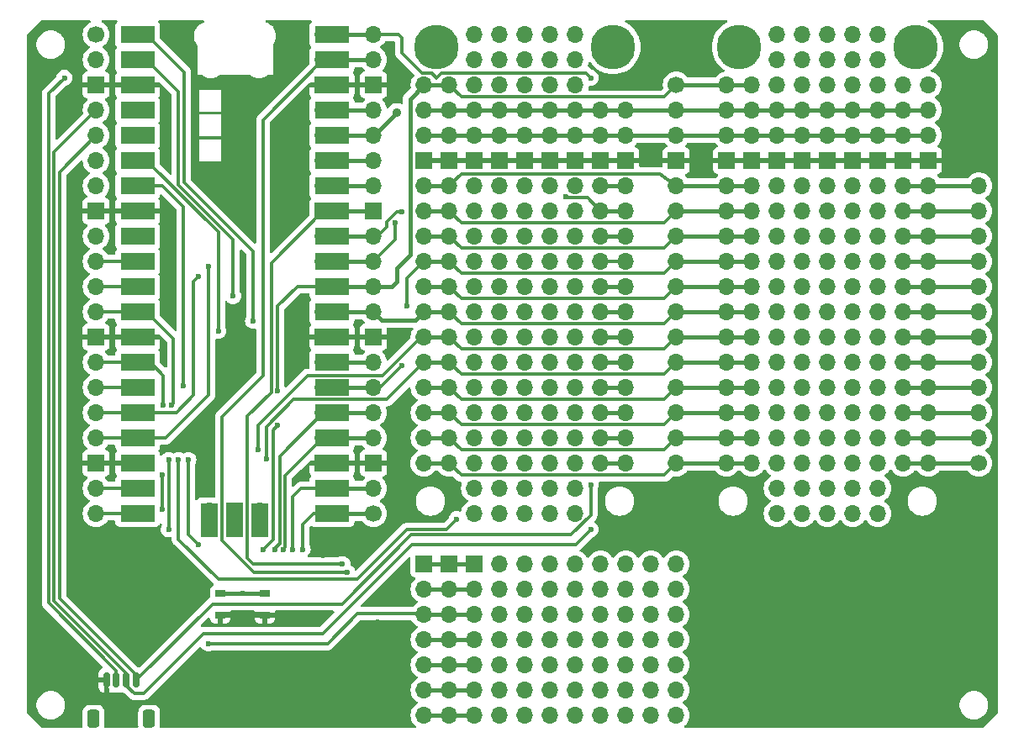
<source format=gtl>
G04 #@! TF.GenerationSoftware,KiCad,Pcbnew,7.0.1*
G04 #@! TF.CreationDate,2023-06-02T18:37:15-05:00*
G04 #@! TF.ProjectId,PicoFeatherWingDuo,5069636f-4665-4617-9468-657257696e67,1*
G04 #@! TF.SameCoordinates,Original*
G04 #@! TF.FileFunction,Copper,L1,Top*
G04 #@! TF.FilePolarity,Positive*
%FSLAX46Y46*%
G04 Gerber Fmt 4.6, Leading zero omitted, Abs format (unit mm)*
G04 Created by KiCad (PCBNEW 7.0.1) date 2023-06-02 18:37:15*
%MOMM*%
%LPD*%
G01*
G04 APERTURE LIST*
G04 Aperture macros list*
%AMRoundRect*
0 Rectangle with rounded corners*
0 $1 Rounding radius*
0 $2 $3 $4 $5 $6 $7 $8 $9 X,Y pos of 4 corners*
0 Add a 4 corners polygon primitive as box body*
4,1,4,$2,$3,$4,$5,$6,$7,$8,$9,$2,$3,0*
0 Add four circle primitives for the rounded corners*
1,1,$1+$1,$2,$3*
1,1,$1+$1,$4,$5*
1,1,$1+$1,$6,$7*
1,1,$1+$1,$8,$9*
0 Add four rect primitives between the rounded corners*
20,1,$1+$1,$2,$3,$4,$5,0*
20,1,$1+$1,$4,$5,$6,$7,0*
20,1,$1+$1,$6,$7,$8,$9,0*
20,1,$1+$1,$8,$9,$2,$3,0*%
G04 Aperture macros list end*
G04 #@! TA.AperFunction,ComponentPad*
%ADD10O,1.700000X1.700000*%
G04 #@! TD*
G04 #@! TA.AperFunction,ComponentPad*
%ADD11C,1.700000*%
G04 #@! TD*
G04 #@! TA.AperFunction,ComponentPad*
%ADD12R,1.700000X1.700000*%
G04 #@! TD*
G04 #@! TA.AperFunction,ComponentPad*
%ADD13C,4.500000*%
G04 #@! TD*
G04 #@! TA.AperFunction,SMDPad,CuDef*
%ADD14RoundRect,0.150000X-0.150000X-0.625000X0.150000X-0.625000X0.150000X0.625000X-0.150000X0.625000X0*%
G04 #@! TD*
G04 #@! TA.AperFunction,SMDPad,CuDef*
%ADD15RoundRect,0.250000X-0.350000X-0.650000X0.350000X-0.650000X0.350000X0.650000X-0.350000X0.650000X0*%
G04 #@! TD*
G04 #@! TA.AperFunction,SMDPad,CuDef*
%ADD16R,1.000000X0.700000*%
G04 #@! TD*
G04 #@! TA.AperFunction,SMDPad,CuDef*
%ADD17R,3.500000X1.700000*%
G04 #@! TD*
G04 #@! TA.AperFunction,SMDPad,CuDef*
%ADD18R,1.700000X3.500000*%
G04 #@! TD*
G04 #@! TA.AperFunction,ViaPad*
%ADD19C,0.600000*%
G04 #@! TD*
G04 #@! TA.AperFunction,ViaPad*
%ADD20C,0.900000*%
G04 #@! TD*
G04 #@! TA.AperFunction,Conductor*
%ADD21C,0.350000*%
G04 #@! TD*
G04 #@! TA.AperFunction,Conductor*
%ADD22C,0.450000*%
G04 #@! TD*
G04 APERTURE END LIST*
D10*
X185420000Y-50800000D03*
X187960000Y-106680000D03*
D11*
X198120000Y-45720000D03*
D10*
X198120000Y-48260000D03*
X198120000Y-50800000D03*
D12*
X198120000Y-53340000D03*
D10*
X198120000Y-55880000D03*
X198120000Y-58420000D03*
X198120000Y-60960000D03*
X198120000Y-63500000D03*
X198120000Y-66040000D03*
X198120000Y-68580000D03*
X198120000Y-71120000D03*
X198120000Y-73660000D03*
X198120000Y-76200000D03*
X198120000Y-78740000D03*
X198120000Y-81280000D03*
X198120000Y-83820000D03*
X218440000Y-68580000D03*
X220980000Y-66040000D03*
X185420000Y-58420000D03*
X218440000Y-76200000D03*
X210820000Y-83820000D03*
X182880000Y-50800000D03*
X177800000Y-83820000D03*
X177800000Y-71120000D03*
X172720000Y-45720000D03*
X172720000Y-48260000D03*
X172720000Y-50800000D03*
D12*
X172720000Y-53340000D03*
D10*
X172720000Y-55880000D03*
X172720000Y-58420000D03*
X172720000Y-60960000D03*
X172720000Y-63500000D03*
X172720000Y-66040000D03*
X172720000Y-68580000D03*
X172720000Y-71120000D03*
X172720000Y-73660000D03*
X172720000Y-76200000D03*
X172720000Y-78740000D03*
X172720000Y-81280000D03*
X172694600Y-83820000D03*
X193040000Y-83820000D03*
X193040000Y-81280000D03*
X193040000Y-78740000D03*
X193040000Y-76200000D03*
X193040000Y-73660000D03*
X193040000Y-71120000D03*
X193040000Y-68580000D03*
X193040000Y-66040000D03*
X193040000Y-63500000D03*
X193040000Y-60960000D03*
X193040000Y-58420000D03*
X193040000Y-55880000D03*
D13*
X173972200Y-41892200D03*
X191772200Y-41892200D03*
D10*
X180340000Y-48260000D03*
X177800000Y-68580000D03*
X190500000Y-93980000D03*
X223520000Y-45720000D03*
X215900000Y-86360000D03*
X198120000Y-101600000D03*
X182880000Y-83820000D03*
X187960000Y-83820000D03*
X218440000Y-40640000D03*
X218440000Y-60960000D03*
X205740000Y-55880000D03*
X208280000Y-45720000D03*
X208280000Y-83820000D03*
X223520000Y-50800000D03*
X208280000Y-71120000D03*
X190500000Y-58420000D03*
X190500000Y-60960000D03*
X187960000Y-86360000D03*
X175260000Y-101600000D03*
X218440000Y-83820000D03*
X190500000Y-96520000D03*
X185420000Y-78740000D03*
X205740000Y-63500000D03*
X177800000Y-48260000D03*
X190500000Y-104140000D03*
X218440000Y-45720000D03*
X198120000Y-96520000D03*
X198120000Y-93980000D03*
X190500000Y-63500000D03*
D12*
X218440000Y-53340000D03*
D10*
X213360000Y-86360000D03*
X195580000Y-104140000D03*
X218440000Y-86360000D03*
X180340000Y-71120000D03*
X187960000Y-63500000D03*
X210820000Y-88900000D03*
X210820000Y-63500000D03*
X175260000Y-73660000D03*
X198120000Y-106680000D03*
X185420000Y-106680000D03*
X177800000Y-60960000D03*
X177800000Y-101600000D03*
X205740000Y-83820000D03*
X180340000Y-63500000D03*
X177800000Y-109220000D03*
X220980000Y-73660000D03*
X175260000Y-50800000D03*
X185420000Y-99060000D03*
X218440000Y-63500000D03*
X180340000Y-109220000D03*
D12*
X175260000Y-93980000D03*
D10*
X180340000Y-76200000D03*
X180340000Y-40640000D03*
X193040000Y-96520000D03*
X215900000Y-60960000D03*
X180340000Y-88900000D03*
X193040000Y-93980000D03*
X185420000Y-109220000D03*
X210820000Y-48260000D03*
X185420000Y-63500000D03*
X180340000Y-68580000D03*
X190500000Y-83820000D03*
X190500000Y-99060000D03*
X185420000Y-86360000D03*
X210820000Y-71120000D03*
X215900000Y-45720000D03*
X182880000Y-40640000D03*
X208280000Y-86360000D03*
X220980000Y-68580000D03*
X218440000Y-48260000D03*
X185420000Y-93980000D03*
X208280000Y-60960000D03*
X215900000Y-71120000D03*
D11*
X139700000Y-40640000D03*
D10*
X139700000Y-43180000D03*
D12*
X139700000Y-45720000D03*
D10*
X139700000Y-48260000D03*
X139700000Y-50800000D03*
X139700000Y-53340000D03*
X139700000Y-55880000D03*
D12*
X139700000Y-58420000D03*
D10*
X139700000Y-60960000D03*
X139700000Y-63500000D03*
X139700000Y-66040000D03*
X139700000Y-68580000D03*
D12*
X139700000Y-71120000D03*
D10*
X139700000Y-73660000D03*
X139700000Y-76200000D03*
X139700000Y-78740000D03*
X139700000Y-81280000D03*
D12*
X139700000Y-83820000D03*
D10*
X139700000Y-86360000D03*
X139700000Y-88900000D03*
X215900000Y-73660000D03*
X187960000Y-50800000D03*
X175260000Y-55880000D03*
X182880000Y-60960000D03*
D12*
X223520000Y-53340000D03*
D10*
X208280000Y-55880000D03*
X177800000Y-50800000D03*
X182880000Y-93980000D03*
X182880000Y-78740000D03*
X177800000Y-40640000D03*
X187960000Y-68580000D03*
X182880000Y-71120000D03*
X180340000Y-83820000D03*
X177800000Y-45720000D03*
X220980000Y-55880000D03*
X220980000Y-78740000D03*
X208280000Y-63500000D03*
X180340000Y-93980000D03*
X215900000Y-55880000D03*
X213360000Y-88900000D03*
X180340000Y-81280000D03*
X213360000Y-50800000D03*
X180340000Y-104140000D03*
X215900000Y-66040000D03*
X208280000Y-78740000D03*
X210820000Y-73660000D03*
D12*
X180340000Y-53340000D03*
D10*
X185420000Y-68580000D03*
X205740000Y-78740000D03*
X208280000Y-88900000D03*
X205740000Y-81280000D03*
X208280000Y-50800000D03*
X210820000Y-43180000D03*
X210820000Y-60960000D03*
X182880000Y-101600000D03*
X187960000Y-104140000D03*
X215900000Y-58420000D03*
D12*
X177800000Y-53340000D03*
D10*
X175260000Y-63500000D03*
D14*
X140740000Y-105696000D03*
X141740000Y-105696000D03*
X142740000Y-105696000D03*
X143740000Y-105696000D03*
D15*
X139440000Y-109571000D03*
X145040000Y-109571000D03*
D12*
X187960000Y-53340000D03*
D10*
X177800000Y-66040000D03*
X180340000Y-50800000D03*
X218440000Y-73660000D03*
X180340000Y-55880000D03*
X185420000Y-66040000D03*
X177800000Y-88900000D03*
X213360000Y-43180000D03*
X218440000Y-66040000D03*
D12*
X213360000Y-53340000D03*
D10*
X180340000Y-106680000D03*
X215900000Y-50800000D03*
D12*
X215900000Y-53340000D03*
D10*
X198120000Y-104140000D03*
X182880000Y-63500000D03*
X182880000Y-48260000D03*
X187960000Y-55880000D03*
X220980000Y-63500000D03*
X175260000Y-58420000D03*
X180340000Y-43180000D03*
X190500000Y-106680000D03*
X190500000Y-55880000D03*
X182880000Y-109220000D03*
X195580000Y-101600000D03*
X210820000Y-40640000D03*
X180340000Y-58420000D03*
X175260000Y-104140000D03*
X193040000Y-109220000D03*
X213360000Y-45720000D03*
X218440000Y-55880000D03*
X187960000Y-109220000D03*
X220980000Y-50800000D03*
X218440000Y-88900000D03*
X190500000Y-48260000D03*
X205740000Y-73660000D03*
X187960000Y-96520000D03*
X213360000Y-78740000D03*
X177800000Y-86360000D03*
X208280000Y-81280000D03*
X195580000Y-109220000D03*
X205740000Y-58420000D03*
D12*
X172720000Y-93980000D03*
D10*
X172720000Y-96520000D03*
X172720000Y-99060000D03*
X172720000Y-101600000D03*
X172720000Y-104140000D03*
X172720000Y-106680000D03*
X172720000Y-109220000D03*
X220980000Y-71120000D03*
D12*
X190500000Y-53340000D03*
D10*
X213360000Y-71120000D03*
X218440000Y-78740000D03*
X193040000Y-48260000D03*
D12*
X175260000Y-53340000D03*
D10*
X185420000Y-48260000D03*
X205740000Y-48260000D03*
X180340000Y-45720000D03*
X175260000Y-66040000D03*
X187960000Y-48260000D03*
X215900000Y-81280000D03*
X220980000Y-45720000D03*
D12*
X177800000Y-93980000D03*
D10*
X205740000Y-71120000D03*
X182880000Y-43180000D03*
X198120000Y-109220000D03*
X180340000Y-96520000D03*
X218440000Y-50800000D03*
X218440000Y-71120000D03*
X205740000Y-45720000D03*
X190500000Y-78740000D03*
X182880000Y-81280000D03*
X177800000Y-104140000D03*
X193040000Y-99060000D03*
X190500000Y-66040000D03*
X205740000Y-60960000D03*
X198120000Y-99060000D03*
X193040000Y-106680000D03*
X175260000Y-45720000D03*
X187960000Y-81280000D03*
X175260000Y-78740000D03*
X180340000Y-60960000D03*
X177800000Y-76200000D03*
X175260000Y-106680000D03*
X193040000Y-104140000D03*
X175260000Y-109220000D03*
X177800000Y-78740000D03*
X175260000Y-71120000D03*
X210820000Y-68580000D03*
X187960000Y-76200000D03*
X187960000Y-99060000D03*
X187960000Y-101600000D03*
X185420000Y-104140000D03*
X180340000Y-99060000D03*
X177800000Y-99060000D03*
X185420000Y-88900000D03*
D12*
X185420000Y-53340000D03*
D10*
X210820000Y-81280000D03*
X213360000Y-60960000D03*
X185420000Y-96520000D03*
X193040000Y-50800000D03*
X208280000Y-73660000D03*
X223520000Y-48260000D03*
X185420000Y-81280000D03*
X185420000Y-55880000D03*
X182880000Y-106680000D03*
X177800000Y-106680000D03*
X215900000Y-48260000D03*
D12*
X208280000Y-53340000D03*
D10*
X215900000Y-76200000D03*
X177800000Y-63500000D03*
X213360000Y-68580000D03*
X205740000Y-66040000D03*
X193040000Y-101600000D03*
X190500000Y-73660000D03*
X208280000Y-43180000D03*
X205740000Y-76200000D03*
D11*
X167640000Y-88900000D03*
D10*
X167640000Y-86360000D03*
D12*
X167640000Y-83820000D03*
D10*
X167640000Y-81280000D03*
X167640000Y-78740000D03*
X167640000Y-76200000D03*
X167640000Y-73660000D03*
D12*
X167640000Y-71120000D03*
D10*
X167640000Y-68580000D03*
X167640000Y-66040000D03*
X167640000Y-63500000D03*
X167640000Y-60960000D03*
D12*
X167640000Y-58420000D03*
D10*
X167640000Y-55880000D03*
X167640000Y-53340000D03*
X167640000Y-50800000D03*
X167640000Y-48260000D03*
D12*
X167640000Y-45720000D03*
D10*
X167640000Y-43180000D03*
X167640000Y-40640000D03*
X210820000Y-78740000D03*
X210820000Y-76200000D03*
X218440000Y-43180000D03*
X180340000Y-86360000D03*
X190500000Y-50800000D03*
X175260000Y-81280000D03*
X175260000Y-68580000D03*
X215900000Y-43180000D03*
X182880000Y-45720000D03*
X213360000Y-63500000D03*
X185420000Y-101600000D03*
X203200000Y-45720000D03*
X203200000Y-48260000D03*
X203200000Y-50800000D03*
D12*
X203200000Y-53340000D03*
D10*
X203200000Y-55880000D03*
X203200000Y-58420000D03*
X203200000Y-60960000D03*
X203200000Y-63500000D03*
X203200000Y-66040000D03*
X203200000Y-68580000D03*
X203200000Y-71120000D03*
X203200000Y-73660000D03*
X203200000Y-76200000D03*
X203200000Y-78740000D03*
X203200000Y-81280000D03*
X203174600Y-83820000D03*
X223520000Y-83820000D03*
X223520000Y-81280000D03*
X223520000Y-78740000D03*
X223520000Y-76200000D03*
X223520000Y-73660000D03*
X223520000Y-71120000D03*
X223520000Y-68580000D03*
X223520000Y-66040000D03*
X223520000Y-63500000D03*
X223520000Y-60960000D03*
X223520000Y-58420000D03*
X223520000Y-55880000D03*
D13*
X204452200Y-41892200D03*
X222252200Y-41892200D03*
D10*
X182880000Y-99060000D03*
X185420000Y-83820000D03*
X215900000Y-78740000D03*
D12*
X210820000Y-53340000D03*
D10*
X187960000Y-45720000D03*
X175260000Y-99060000D03*
D11*
X228600000Y-83820000D03*
D10*
X228600000Y-81280000D03*
X228600000Y-78740000D03*
X228600000Y-76200000D03*
X228600000Y-73660000D03*
X228600000Y-71120000D03*
X228600000Y-68580000D03*
X228600000Y-66040000D03*
X228600000Y-63500000D03*
X228600000Y-60960000D03*
X228600000Y-58420000D03*
X228600000Y-55880000D03*
X215900000Y-68580000D03*
X177800000Y-73660000D03*
X187960000Y-78740000D03*
X187960000Y-73660000D03*
X220980000Y-81280000D03*
X180340000Y-73660000D03*
X208280000Y-76200000D03*
X190500000Y-101600000D03*
X195580000Y-96520000D03*
X187960000Y-40640000D03*
X185420000Y-71120000D03*
X175260000Y-48260000D03*
X220980000Y-60960000D03*
X220980000Y-76200000D03*
X213360000Y-48260000D03*
X213360000Y-83820000D03*
X182880000Y-58420000D03*
X208280000Y-68580000D03*
X210820000Y-50800000D03*
X205740000Y-50800000D03*
X218440000Y-81280000D03*
X190500000Y-109220000D03*
X177800000Y-43180000D03*
X195580000Y-93980000D03*
X220980000Y-83820000D03*
X177800000Y-81280000D03*
X208280000Y-58420000D03*
X185420000Y-43180000D03*
X190500000Y-76200000D03*
X213360000Y-73660000D03*
D12*
X193040000Y-53340000D03*
D10*
X177800000Y-96520000D03*
X210820000Y-58420000D03*
X180340000Y-78740000D03*
D16*
X152182000Y-96969000D03*
X156682000Y-96969000D03*
X152182000Y-99119000D03*
X156682000Y-99119000D03*
D10*
X182880000Y-86360000D03*
X195580000Y-106680000D03*
X213360000Y-76200000D03*
X213360000Y-40640000D03*
X175260000Y-76200000D03*
X208280000Y-66040000D03*
X213360000Y-58420000D03*
X182880000Y-76200000D03*
D12*
X220980000Y-53340000D03*
D10*
X182880000Y-104140000D03*
X185420000Y-60960000D03*
X215900000Y-83820000D03*
X175260000Y-96520000D03*
X218440000Y-58420000D03*
X213360000Y-66040000D03*
X185420000Y-73660000D03*
X210820000Y-86360000D03*
X210820000Y-55880000D03*
X187960000Y-43180000D03*
X182880000Y-55880000D03*
X208280000Y-48260000D03*
D12*
X182880000Y-53340000D03*
D10*
X182880000Y-68580000D03*
X182880000Y-88900000D03*
X215900000Y-63500000D03*
X210820000Y-45720000D03*
X215900000Y-88900000D03*
X185420000Y-45720000D03*
X187960000Y-66040000D03*
X187960000Y-93980000D03*
X182880000Y-66040000D03*
X182880000Y-96520000D03*
X180340000Y-66040000D03*
X210820000Y-66040000D03*
X205740000Y-68580000D03*
X175260000Y-83820000D03*
X175260000Y-60960000D03*
X190500000Y-81280000D03*
X182880000Y-73660000D03*
X177800000Y-58420000D03*
X220980000Y-58420000D03*
X144780000Y-40640000D03*
D17*
X143880000Y-40640000D03*
D10*
X144780000Y-43180000D03*
D17*
X143880000Y-43180000D03*
D12*
X144780000Y-45720000D03*
D17*
X143880000Y-45720000D03*
D10*
X144780000Y-48260000D03*
D17*
X143880000Y-48260000D03*
D10*
X144780000Y-50800000D03*
D17*
X143880000Y-50800000D03*
D10*
X144780000Y-53340000D03*
D17*
X143880000Y-53340000D03*
D10*
X144780000Y-55880000D03*
D17*
X143880000Y-55880000D03*
D12*
X144780000Y-58420000D03*
D17*
X143880000Y-58420000D03*
D10*
X144780000Y-60960000D03*
D17*
X143880000Y-60960000D03*
D10*
X144780000Y-63500000D03*
D17*
X143880000Y-63500000D03*
D10*
X144780000Y-66040000D03*
D17*
X143880000Y-66040000D03*
D10*
X144780000Y-68580000D03*
D17*
X143880000Y-68580000D03*
D12*
X144780000Y-71120000D03*
D17*
X143880000Y-71120000D03*
D10*
X144780000Y-73660000D03*
D17*
X143880000Y-73660000D03*
D10*
X144780000Y-76200000D03*
D17*
X143880000Y-76200000D03*
D10*
X144780000Y-78740000D03*
D17*
X143880000Y-78740000D03*
D10*
X144780000Y-81280000D03*
D17*
X143880000Y-81280000D03*
D12*
X144780000Y-83820000D03*
D17*
X143880000Y-83820000D03*
D10*
X144780000Y-86360000D03*
D17*
X143880000Y-86360000D03*
D10*
X144780000Y-88900000D03*
D17*
X143880000Y-88900000D03*
D10*
X162560000Y-88900000D03*
D17*
X163460000Y-88900000D03*
D10*
X162560000Y-86360000D03*
D17*
X163460000Y-86360000D03*
D12*
X162560000Y-83820000D03*
D17*
X163460000Y-83820000D03*
D10*
X162560000Y-81280000D03*
D17*
X163460000Y-81280000D03*
D10*
X162560000Y-78740000D03*
D17*
X163460000Y-78740000D03*
D10*
X162560000Y-76200000D03*
D17*
X163460000Y-76200000D03*
D10*
X162560000Y-73660000D03*
D17*
X163460000Y-73660000D03*
D12*
X162560000Y-71120000D03*
D17*
X163460000Y-71120000D03*
D10*
X162560000Y-68580000D03*
D17*
X163460000Y-68580000D03*
D10*
X162560000Y-66040000D03*
D17*
X163460000Y-66040000D03*
D10*
X162560000Y-63500000D03*
D17*
X163460000Y-63500000D03*
D10*
X162560000Y-60960000D03*
D17*
X163460000Y-60960000D03*
D12*
X162560000Y-58420000D03*
D17*
X163460000Y-58420000D03*
D10*
X162560000Y-55880000D03*
D17*
X163460000Y-55880000D03*
D10*
X162560000Y-53340000D03*
D17*
X163460000Y-53340000D03*
D10*
X162560000Y-50800000D03*
D17*
X163460000Y-50800000D03*
D10*
X162560000Y-48260000D03*
D17*
X163460000Y-48260000D03*
D12*
X162560000Y-45720000D03*
D17*
X163460000Y-45720000D03*
D10*
X162560000Y-43180000D03*
D17*
X163460000Y-43180000D03*
D10*
X162560000Y-40640000D03*
D17*
X163460000Y-40640000D03*
D10*
X151130000Y-88670000D03*
D18*
X151130000Y-89570000D03*
D12*
X153670000Y-88670000D03*
D18*
X153670000Y-89570000D03*
D10*
X156210000Y-88670000D03*
D18*
X156210000Y-89570000D03*
D10*
X220980000Y-48260000D03*
X213360000Y-81280000D03*
X185420000Y-40640000D03*
X187960000Y-88900000D03*
X177800000Y-55880000D03*
X190500000Y-68580000D03*
X190500000Y-71120000D03*
X215900000Y-40640000D03*
X187960000Y-58420000D03*
X195580000Y-99060000D03*
X185420000Y-76200000D03*
X213360000Y-55880000D03*
X187960000Y-71120000D03*
X180340000Y-101600000D03*
X187960000Y-60960000D03*
X208280000Y-40640000D03*
D12*
X205740000Y-53340000D03*
D19*
X158000000Y-76500000D03*
X158000000Y-80000000D03*
X156500000Y-92500000D03*
X154500000Y-96969000D03*
X136500000Y-45000000D03*
D20*
X170000000Y-48500000D03*
D19*
X147000000Y-47500000D03*
D20*
X159000000Y-51000000D03*
X153500000Y-56000000D03*
X137500000Y-72500000D03*
X168000000Y-105500000D03*
X162500000Y-93000000D03*
X168000000Y-108000000D03*
X153500000Y-74500000D03*
X169000000Y-97000000D03*
D19*
X154500000Y-99000000D03*
X146500000Y-72500000D03*
X159000000Y-70500000D03*
X147000000Y-60500000D03*
D20*
X168000000Y-100000000D03*
X198000000Y-41500000D03*
X168000000Y-103000000D03*
D19*
X169814194Y-59639694D03*
X170500000Y-58500000D03*
X171000000Y-68000000D03*
X170500000Y-74000000D03*
X156000000Y-82500000D03*
X156825500Y-83397390D03*
X153500000Y-67000000D03*
X155500000Y-69500000D03*
X152000000Y-70500002D03*
X189500000Y-90500000D03*
X189500000Y-86000000D03*
X148500000Y-76000000D03*
X149000000Y-83500000D03*
X150000000Y-92000000D03*
X147000000Y-90500000D03*
X147275999Y-78000000D03*
X147000000Y-83500000D03*
X146325500Y-85000000D03*
X146476496Y-78000000D03*
X146325500Y-88500000D03*
X176000000Y-89450500D03*
X148000000Y-83500000D03*
X150000000Y-65000000D03*
X151000000Y-64000000D03*
X189500000Y-45000000D03*
X187000000Y-57000000D03*
X164500000Y-93980000D03*
X165000000Y-94825500D03*
X151000000Y-102000000D03*
X160500000Y-92500000D03*
X159500000Y-92500000D03*
X158514306Y-92517404D03*
X157700497Y-92500000D03*
D21*
X176485000Y-46945000D02*
X196895000Y-46945000D01*
D22*
X170000000Y-64149400D02*
X171297200Y-62852200D01*
X167640000Y-66040000D02*
X169460000Y-66040000D01*
X198120000Y-45720000D02*
X205740000Y-45720000D01*
D21*
X196895000Y-46945000D02*
X198120000Y-45720000D01*
X160000000Y-66000000D02*
X158000000Y-68000000D01*
D22*
X171297200Y-47142800D02*
X172720000Y-45720000D01*
X172720000Y-45720000D02*
X175260000Y-45720000D01*
X162460000Y-66040000D02*
X162420000Y-66000000D01*
X156682000Y-96969000D02*
X154500000Y-96969000D01*
D21*
X162420000Y-66000000D02*
X160000000Y-66000000D01*
X157500000Y-80500000D02*
X158000000Y-80000000D01*
X156500000Y-92500000D02*
X157500000Y-91500000D01*
X157500000Y-91500000D02*
X157500000Y-80500000D01*
D22*
X170000000Y-65500000D02*
X170000000Y-64149400D01*
X169460000Y-66040000D02*
X170000000Y-65500000D01*
X171297200Y-62852200D02*
X171297200Y-47142800D01*
X154500000Y-96969000D02*
X152182000Y-96969000D01*
X162560000Y-66040000D02*
X167640000Y-66040000D01*
D21*
X158000000Y-68000000D02*
X158000000Y-76500000D01*
X175260000Y-45720000D02*
X176485000Y-46945000D01*
D22*
X162560000Y-66040000D02*
X162460000Y-66040000D01*
D21*
X134900998Y-46599002D02*
X136500000Y-45000000D01*
X134900998Y-97900998D02*
X134900998Y-46599002D01*
D22*
X167640000Y-50800000D02*
X167700000Y-50800000D01*
D21*
X141740000Y-105696000D02*
X141740000Y-104740000D01*
X141740000Y-104740000D02*
X134900998Y-97900998D01*
D22*
X162560000Y-50800000D02*
X167640000Y-50800000D01*
X167700000Y-50800000D02*
X170000000Y-48500000D01*
X172720000Y-48260000D02*
X223520000Y-48260000D01*
X162560000Y-53340000D02*
X167640000Y-53340000D01*
X172720000Y-50800000D02*
X223520000Y-50800000D01*
D21*
X152301000Y-99000000D02*
X152182000Y-99119000D01*
X154500000Y-99000000D02*
X156563000Y-99000000D01*
X154500000Y-99000000D02*
X152301000Y-99000000D01*
X156563000Y-99000000D02*
X156682000Y-99119000D01*
D22*
X198120000Y-55880000D02*
X205740000Y-55880000D01*
D21*
X175260000Y-55880000D02*
X176485000Y-54655000D01*
X176485000Y-54655000D02*
X196500000Y-54655000D01*
X196500000Y-54655000D02*
X198120000Y-55880000D01*
D22*
X172720000Y-55880000D02*
X175260000Y-55880000D01*
X162560000Y-63500000D02*
X167640000Y-63500000D01*
D21*
X167640000Y-63500000D02*
X169814194Y-61325806D01*
X169814194Y-61325806D02*
X169814194Y-59639694D01*
D22*
X162560000Y-60960000D02*
X167640000Y-60960000D01*
D21*
X196895000Y-59645000D02*
X198120000Y-58420000D01*
X170000000Y-58500000D02*
X169000000Y-59500000D01*
X170500000Y-58500000D02*
X170000000Y-58500000D01*
X169000000Y-59500000D02*
X169000000Y-60000000D01*
X168040000Y-60960000D02*
X167640000Y-60960000D01*
X175260000Y-58420000D02*
X176485000Y-59645000D01*
D22*
X205740000Y-58420000D02*
X198120000Y-58420000D01*
D21*
X169000000Y-60000000D02*
X168040000Y-60960000D01*
X176485000Y-59645000D02*
X196895000Y-59645000D01*
D22*
X172720000Y-58420000D02*
X175260000Y-58420000D01*
D21*
X175260000Y-60960000D02*
X176485000Y-62185000D01*
D22*
X172720000Y-60960000D02*
X175260000Y-60960000D01*
D21*
X176485000Y-62185000D02*
X196895000Y-62185000D01*
D22*
X162560000Y-55880000D02*
X167640000Y-55880000D01*
X198120000Y-60960000D02*
X205740000Y-60960000D01*
D21*
X196895000Y-62185000D02*
X198120000Y-60960000D01*
X196895000Y-64725000D02*
X198120000Y-63500000D01*
X167640000Y-76200000D02*
X168300000Y-76200000D01*
D22*
X172720000Y-63500000D02*
X175260000Y-63500000D01*
X198120000Y-63500000D02*
X205740000Y-63500000D01*
D21*
X171000000Y-68000000D02*
X171000000Y-65220000D01*
D22*
X162560000Y-76200000D02*
X167640000Y-76200000D01*
D21*
X176485000Y-64725000D02*
X196895000Y-64725000D01*
X171000000Y-65220000D02*
X172720000Y-63500000D01*
X168300000Y-76200000D02*
X170500000Y-74000000D01*
X175260000Y-63500000D02*
X176485000Y-64725000D01*
X196895000Y-67265000D02*
X198120000Y-66040000D01*
D22*
X162560000Y-73660000D02*
X167640000Y-73660000D01*
D21*
X175260000Y-66040000D02*
X176485000Y-67265000D01*
D22*
X172720000Y-66040000D02*
X175260000Y-66040000D01*
X198120000Y-66040000D02*
X205740000Y-66040000D01*
D21*
X176485000Y-67265000D02*
X196895000Y-67265000D01*
X176485000Y-69805000D02*
X196895000Y-69805000D01*
X175260000Y-68580000D02*
X176485000Y-69805000D01*
D22*
X168490000Y-69430000D02*
X171870000Y-69430000D01*
X162560000Y-68580000D02*
X167640000Y-68580000D01*
D21*
X196895000Y-69805000D02*
X198120000Y-68580000D01*
D22*
X171870000Y-69430000D02*
X172720000Y-68580000D01*
X198120000Y-68580000D02*
X205740000Y-68580000D01*
X172720000Y-68580000D02*
X175260000Y-68580000D01*
X167640000Y-68580000D02*
X168490000Y-69430000D01*
D21*
X161000000Y-74975000D02*
X156000000Y-79975000D01*
X172426112Y-71120000D02*
X168571112Y-74975000D01*
X176485000Y-72345000D02*
X196895000Y-72345000D01*
X172720000Y-71120000D02*
X172426112Y-71120000D01*
X196895000Y-72345000D02*
X198120000Y-71120000D01*
X144780000Y-86360000D02*
X139700000Y-86360000D01*
X168571112Y-74975000D02*
X161000000Y-74975000D01*
X156000000Y-79975000D02*
X156000000Y-82500000D01*
D22*
X198120000Y-71120000D02*
X205740000Y-71120000D01*
D21*
X175260000Y-71120000D02*
X176485000Y-72345000D01*
D22*
X172720000Y-71120000D02*
X175260000Y-71120000D01*
D21*
X168955000Y-77425000D02*
X159575000Y-77425000D01*
D22*
X172720000Y-73660000D02*
X175260000Y-73660000D01*
D21*
X176485000Y-74885000D02*
X196895000Y-74885000D01*
X172720000Y-73660000D02*
X168955000Y-77425000D01*
X156825500Y-80174500D02*
X156825500Y-83397390D01*
X175260000Y-73660000D02*
X176485000Y-74885000D01*
D22*
X198120000Y-73660000D02*
X205740000Y-73660000D01*
D21*
X144780000Y-88900000D02*
X139700000Y-88900000D01*
X159575000Y-77425000D02*
X156825500Y-80174500D01*
X196895000Y-74885000D02*
X198120000Y-73660000D01*
X144780000Y-66040000D02*
X139700000Y-66040000D01*
X176485000Y-77425000D02*
X196895000Y-77425000D01*
X196895000Y-77425000D02*
X198120000Y-76200000D01*
X175260000Y-76200000D02*
X176485000Y-77425000D01*
D22*
X198120000Y-76200000D02*
X205740000Y-76200000D01*
X172720000Y-76200000D02*
X175260000Y-76200000D01*
D21*
X153500000Y-67000000D02*
X153500000Y-61282888D01*
D22*
X172720000Y-78740000D02*
X175260000Y-78740000D01*
D21*
X153500000Y-61282888D02*
X148000000Y-55782888D01*
X176485000Y-79965000D02*
X196895000Y-79965000D01*
X148000000Y-46400000D02*
X144780000Y-43180000D01*
D22*
X198120000Y-78740000D02*
X205740000Y-78740000D01*
D21*
X148000000Y-55782888D02*
X148000000Y-46400000D01*
X175260000Y-78740000D02*
X176485000Y-79965000D01*
X196895000Y-79965000D02*
X198120000Y-78740000D01*
D22*
X198120000Y-81280000D02*
X205740000Y-81280000D01*
X172720000Y-81280000D02*
X175260000Y-81280000D01*
D21*
X148549501Y-44409501D02*
X148549501Y-55555277D01*
X196895000Y-82505000D02*
X198120000Y-81280000D01*
X176485000Y-82505000D02*
X196895000Y-82505000D01*
X148549501Y-55555277D02*
X155500000Y-62505776D01*
X175260000Y-81280000D02*
X176485000Y-82505000D01*
X155500000Y-62505776D02*
X155500000Y-69500000D01*
X144780000Y-40640000D02*
X148549501Y-44409501D01*
D22*
X198120000Y-83820000D02*
X205740000Y-83820000D01*
X172694600Y-83820000D02*
X175260000Y-83820000D01*
D21*
X196895000Y-85045000D02*
X198120000Y-83820000D01*
X152000000Y-60560000D02*
X152000000Y-70500002D01*
X144780000Y-53340000D02*
X152000000Y-60560000D01*
X176485000Y-85045000D02*
X196895000Y-85045000D01*
X175260000Y-83820000D02*
X176485000Y-85045000D01*
X150500000Y-101000000D02*
X162500000Y-101000000D01*
X143526538Y-107000000D02*
X144500000Y-107000000D01*
X162500000Y-101000000D02*
X171500000Y-92000000D01*
D22*
X220980000Y-83820000D02*
X228600000Y-83820000D01*
D21*
X142740000Y-106213462D02*
X143526538Y-107000000D01*
X188000000Y-92000000D02*
X189500000Y-90500000D01*
X135450499Y-97673387D02*
X142740000Y-104962888D01*
X142740000Y-104962888D02*
X142740000Y-105696000D01*
D22*
X190500000Y-83820000D02*
X193040000Y-83820000D01*
D21*
X171500000Y-92000000D02*
X188000000Y-92000000D01*
X142740000Y-105696000D02*
X142740000Y-106213462D01*
X135450499Y-52509501D02*
X135450499Y-97673387D01*
X144500000Y-107000000D02*
X150500000Y-101000000D01*
X139700000Y-48260000D02*
X135450499Y-52509501D01*
X143740000Y-105696000D02*
X151436000Y-98000000D01*
X151436000Y-98000000D02*
X164500000Y-98000000D01*
X164500000Y-98000000D02*
X171450499Y-91049501D01*
X189500000Y-89092412D02*
X189500000Y-86000000D01*
X187542911Y-91049501D02*
X189500000Y-89092412D01*
D22*
X220980000Y-81280000D02*
X228600000Y-81280000D01*
D21*
X171450499Y-91049501D02*
X187542911Y-91049501D01*
X136000000Y-97438538D02*
X143740000Y-105178538D01*
D22*
X193040000Y-81280000D02*
X190500000Y-81280000D01*
D21*
X143740000Y-105178538D02*
X143740000Y-105696000D01*
X139700000Y-50800000D02*
X136000000Y-54500000D01*
X136000000Y-54500000D02*
X136000000Y-97438538D01*
X148500000Y-58000000D02*
X148500000Y-76000000D01*
X144780000Y-55880000D02*
X146380000Y-55880000D01*
X149000000Y-91000000D02*
X150000000Y-92000000D01*
D22*
X220980000Y-78740000D02*
X228600000Y-78740000D01*
D21*
X146380000Y-55880000D02*
X148500000Y-58000000D01*
D22*
X190500000Y-78740000D02*
X193040000Y-78740000D01*
D21*
X149000000Y-83500000D02*
X149000000Y-91000000D01*
D22*
X220980000Y-76200000D02*
X228600000Y-76200000D01*
X190500000Y-76200000D02*
X193040000Y-76200000D01*
X190500000Y-73660000D02*
X193040000Y-73660000D01*
D21*
X147500000Y-71300000D02*
X147500000Y-77775999D01*
X147500000Y-77775999D02*
X147275999Y-78000000D01*
X144780000Y-68580000D02*
X147500000Y-71300000D01*
X144780000Y-68580000D02*
X139700000Y-68580000D01*
D22*
X220980000Y-73660000D02*
X228600000Y-73660000D01*
D21*
X147000000Y-83500000D02*
X147000000Y-90500000D01*
X144780000Y-73660000D02*
X145160000Y-73660000D01*
X144780000Y-73660000D02*
X139700000Y-73660000D01*
X145160000Y-73660000D02*
X146476496Y-74976496D01*
X146325500Y-85000000D02*
X146325500Y-88500000D01*
D22*
X220980000Y-71120000D02*
X228600000Y-71120000D01*
D21*
X146476496Y-74976496D02*
X146476496Y-78000000D01*
D22*
X190500000Y-71120000D02*
X193040000Y-71120000D01*
D21*
X171000000Y-90500000D02*
X166000000Y-95500000D01*
D22*
X228600000Y-68580000D02*
X220980000Y-68580000D01*
D21*
X176000000Y-89450500D02*
X174950500Y-90500000D01*
X144780000Y-76200000D02*
X139700000Y-76200000D01*
X148000000Y-91500000D02*
X148000000Y-83500000D01*
X166000000Y-95500000D02*
X152000000Y-95500000D01*
X174950500Y-90500000D02*
X171000000Y-90500000D01*
D22*
X190500000Y-68580000D02*
X193040000Y-68580000D01*
D21*
X152000000Y-95500000D02*
X148000000Y-91500000D01*
X149500000Y-77000000D02*
X149500000Y-65500000D01*
X144780000Y-78740000D02*
X139700000Y-78740000D01*
X149500000Y-65500000D02*
X150000000Y-65000000D01*
D22*
X190500000Y-66040000D02*
X193040000Y-66040000D01*
D21*
X144780000Y-78740000D02*
X147760000Y-78740000D01*
D22*
X220980000Y-66040000D02*
X228600000Y-66040000D01*
D21*
X147760000Y-78740000D02*
X149500000Y-77000000D01*
D22*
X228600000Y-63500000D02*
X220980000Y-63500000D01*
D21*
X151000000Y-77000000D02*
X151000000Y-64000000D01*
X144780000Y-81280000D02*
X146720000Y-81280000D01*
X190500000Y-63500000D02*
X193040000Y-63500000D01*
X144780000Y-81280000D02*
X139700000Y-81280000D01*
X146720000Y-81280000D02*
X151000000Y-77000000D01*
D22*
X190500000Y-60960000D02*
X193040000Y-60960000D01*
D21*
X174000000Y-45000000D02*
X174505000Y-44495000D01*
X170500000Y-41000000D02*
X170500000Y-42500000D01*
D22*
X162560000Y-40640000D02*
X167640000Y-40640000D01*
D21*
X172495000Y-44495000D02*
X173495000Y-44495000D01*
X170500000Y-42500000D02*
X172495000Y-44495000D01*
X170140000Y-40640000D02*
X170500000Y-41000000D01*
X174505000Y-44495000D02*
X188995000Y-44495000D01*
X167640000Y-40640000D02*
X170140000Y-40640000D01*
X188995000Y-44495000D02*
X189500000Y-45000000D01*
X173495000Y-44495000D02*
X174000000Y-45000000D01*
D22*
X220980000Y-60960000D02*
X228600000Y-60960000D01*
D21*
X187105000Y-57105000D02*
X189185000Y-57105000D01*
X187000000Y-57000000D02*
X187105000Y-57105000D01*
D22*
X228600000Y-58420000D02*
X220980000Y-58420000D01*
X162560000Y-48260000D02*
X167640000Y-48260000D01*
X190500000Y-58420000D02*
X193040000Y-58420000D01*
D21*
X189185000Y-57105000D02*
X190500000Y-58420000D01*
D22*
X220980000Y-55880000D02*
X228600000Y-55880000D01*
X190500000Y-55880000D02*
X193040000Y-55880000D01*
D21*
X157325500Y-63654500D02*
X157325500Y-76674500D01*
X154895000Y-93395000D02*
X155480000Y-93980000D01*
D22*
X172720000Y-93980000D02*
X177800000Y-93980000D01*
D21*
X162560000Y-58420000D02*
X157325500Y-63654500D01*
X155480000Y-93980000D02*
X164500000Y-93980000D01*
D22*
X162560000Y-58420000D02*
X167640000Y-58420000D01*
D21*
X154895000Y-79105000D02*
X154895000Y-93395000D01*
X157325500Y-76674500D02*
X154895000Y-79105000D01*
X155548388Y-94825500D02*
X165000000Y-94825500D01*
D22*
X162560000Y-43180000D02*
X167640000Y-43180000D01*
D21*
X156500000Y-49240000D02*
X156500000Y-75000000D01*
X152355000Y-79145000D02*
X152355000Y-91632112D01*
D22*
X172720000Y-96520000D02*
X177800000Y-96520000D01*
D21*
X152355000Y-91632112D02*
X155548388Y-94825500D01*
X162560000Y-43180000D02*
X156500000Y-49240000D01*
X156500000Y-75000000D02*
X152355000Y-79145000D01*
X172720000Y-99060000D02*
X172660000Y-99000000D01*
X163000000Y-102000000D02*
X151000000Y-102000000D01*
D22*
X172720000Y-99060000D02*
X177800000Y-99060000D01*
D21*
X172660000Y-99000000D02*
X166000000Y-99000000D01*
X144780000Y-63500000D02*
X139700000Y-63500000D01*
X166000000Y-99000000D02*
X163000000Y-102000000D01*
X161600000Y-88900000D02*
X160500000Y-90000000D01*
D22*
X177640000Y-101600000D02*
X177800000Y-101760000D01*
X172720000Y-101600000D02*
X177640000Y-101600000D01*
X162560000Y-88900000D02*
X167640000Y-88900000D01*
D21*
X162560000Y-88900000D02*
X161600000Y-88900000D01*
X160500000Y-90000000D02*
X160500000Y-92500000D01*
D22*
X172720000Y-104140000D02*
X177800000Y-104140000D01*
D21*
X162560000Y-86360000D02*
X160350000Y-86360000D01*
X160350000Y-86360000D02*
X159500000Y-87210000D01*
X159500000Y-87210000D02*
X159500000Y-92500000D01*
D22*
X162560000Y-86360000D02*
X167640000Y-86360000D01*
D21*
X158724001Y-85115999D02*
X158724001Y-92307709D01*
X162560000Y-81280000D02*
X158724001Y-85115999D01*
X158724001Y-92307709D02*
X158514306Y-92517404D01*
D22*
X162560000Y-81280000D02*
X167640000Y-81280000D01*
X172720000Y-106680000D02*
X177800000Y-106680000D01*
D21*
X162560000Y-78740000D02*
X158174500Y-83125500D01*
X158174500Y-83125500D02*
X158174500Y-91903322D01*
X158174500Y-91903322D02*
X157700497Y-92377325D01*
X157700497Y-92377325D02*
X157700497Y-92500000D01*
D22*
X162560000Y-78740000D02*
X167640000Y-78740000D01*
X172720000Y-109220000D02*
X177800000Y-109220000D01*
G04 #@! TA.AperFunction,Conductor*
G36*
X228996090Y-39209439D02*
G01*
X229036319Y-39236319D01*
X230463681Y-40663681D01*
X230490561Y-40703909D01*
X230500000Y-40751362D01*
X230500000Y-108948638D01*
X230490561Y-108996091D01*
X230463681Y-109036319D01*
X229036319Y-110463681D01*
X228996091Y-110490561D01*
X228948638Y-110500000D01*
X199039773Y-110500000D01*
X198979657Y-110484453D01*
X198934615Y-110441710D01*
X198915943Y-110382489D01*
X198928323Y-110321642D01*
X198968649Y-110274426D01*
X198991401Y-110258495D01*
X199158495Y-110091401D01*
X199294035Y-109897830D01*
X199393903Y-109683663D01*
X199455063Y-109455408D01*
X199475659Y-109220000D01*
X199471824Y-109176172D01*
X199455063Y-108984592D01*
X199442630Y-108938191D01*
X199393903Y-108756337D01*
X199294035Y-108542171D01*
X199158495Y-108348599D01*
X199132431Y-108322535D01*
X226661500Y-108322535D01*
X226700520Y-108556372D01*
X226766295Y-108747967D01*
X226777496Y-108780595D01*
X226890329Y-108989091D01*
X226890330Y-108989092D01*
X227035939Y-109176172D01*
X227091862Y-109227652D01*
X227210357Y-109336735D01*
X227408824Y-109466399D01*
X227625925Y-109561629D01*
X227855740Y-109619826D01*
X227926575Y-109625695D01*
X228032823Y-109634500D01*
X228032829Y-109634500D01*
X228151171Y-109634500D01*
X228151177Y-109634500D01*
X228247765Y-109626495D01*
X228328260Y-109619826D01*
X228558075Y-109561629D01*
X228775176Y-109466399D01*
X228973643Y-109336735D01*
X229148060Y-109176172D01*
X229293671Y-108989091D01*
X229406504Y-108780595D01*
X229483480Y-108556371D01*
X229522500Y-108322535D01*
X229522500Y-108085465D01*
X229483480Y-107851629D01*
X229406504Y-107627405D01*
X229293671Y-107418909D01*
X229211211Y-107312964D01*
X229148060Y-107231827D01*
X229052287Y-107143662D01*
X228973643Y-107071265D01*
X228817856Y-106969485D01*
X228775178Y-106941602D01*
X228732189Y-106922745D01*
X228558075Y-106846371D01*
X228328260Y-106788174D01*
X228328258Y-106788173D01*
X228328255Y-106788173D01*
X228151177Y-106773500D01*
X228151171Y-106773500D01*
X228032829Y-106773500D01*
X228032823Y-106773500D01*
X227855744Y-106788173D01*
X227625925Y-106846371D01*
X227408821Y-106941602D01*
X227210358Y-107071264D01*
X227035939Y-107231827D01*
X226890330Y-107418907D01*
X226867782Y-107460572D01*
X226779862Y-107623034D01*
X226777494Y-107627409D01*
X226700520Y-107851627D01*
X226661500Y-108085465D01*
X226661500Y-108322535D01*
X199132431Y-108322535D01*
X198991401Y-108181505D01*
X198805839Y-108051573D01*
X198766975Y-108007257D01*
X198752964Y-107950000D01*
X198766975Y-107892743D01*
X198805839Y-107848426D01*
X198991401Y-107718495D01*
X199158495Y-107551401D01*
X199294035Y-107357830D01*
X199393903Y-107143663D01*
X199455063Y-106915408D01*
X199475659Y-106680000D01*
X199455063Y-106444592D01*
X199393903Y-106216337D01*
X199294035Y-106002171D01*
X199158495Y-105808599D01*
X198991401Y-105641505D01*
X198805839Y-105511573D01*
X198766975Y-105467257D01*
X198752964Y-105410000D01*
X198766975Y-105352743D01*
X198805839Y-105308426D01*
X198991401Y-105178495D01*
X199158495Y-105011401D01*
X199294035Y-104817830D01*
X199393903Y-104603663D01*
X199455063Y-104375408D01*
X199475659Y-104140000D01*
X199455063Y-103904592D01*
X199393903Y-103676337D01*
X199294035Y-103462171D01*
X199158495Y-103268599D01*
X198991401Y-103101505D01*
X198805839Y-102971573D01*
X198766974Y-102927255D01*
X198752964Y-102869999D01*
X198766975Y-102812742D01*
X198805837Y-102768428D01*
X198991401Y-102638495D01*
X199158495Y-102471401D01*
X199294035Y-102277830D01*
X199393903Y-102063663D01*
X199455063Y-101835408D01*
X199475659Y-101600000D01*
X199455063Y-101364592D01*
X199393903Y-101136337D01*
X199294035Y-100922171D01*
X199158495Y-100728599D01*
X198991401Y-100561505D01*
X198805839Y-100431573D01*
X198766974Y-100387255D01*
X198752964Y-100329999D01*
X198766975Y-100272742D01*
X198805837Y-100228428D01*
X198991401Y-100098495D01*
X199158495Y-99931401D01*
X199294035Y-99737830D01*
X199393903Y-99523663D01*
X199455063Y-99295408D01*
X199475659Y-99060000D01*
X199455063Y-98824592D01*
X199393903Y-98596337D01*
X199294035Y-98382171D01*
X199158495Y-98188599D01*
X198991401Y-98021505D01*
X198805839Y-97891573D01*
X198766976Y-97847257D01*
X198752965Y-97790000D01*
X198766976Y-97732743D01*
X198805839Y-97688426D01*
X198991401Y-97558495D01*
X199158495Y-97391401D01*
X199294035Y-97197830D01*
X199393903Y-96983663D01*
X199455063Y-96755408D01*
X199475659Y-96520000D01*
X199455063Y-96284592D01*
X199393903Y-96056337D01*
X199294035Y-95842171D01*
X199158495Y-95648599D01*
X198991401Y-95481505D01*
X198805839Y-95351573D01*
X198766975Y-95307257D01*
X198752964Y-95250000D01*
X198766975Y-95192743D01*
X198805839Y-95148426D01*
X198991401Y-95018495D01*
X199158495Y-94851401D01*
X199294035Y-94657830D01*
X199393903Y-94443663D01*
X199455063Y-94215408D01*
X199475659Y-93980000D01*
X199455063Y-93744592D01*
X199393903Y-93516337D01*
X199294035Y-93302171D01*
X199158495Y-93108599D01*
X198991401Y-92941505D01*
X198797830Y-92805965D01*
X198583663Y-92706097D01*
X198522502Y-92689709D01*
X198355407Y-92644936D01*
X198120000Y-92624340D01*
X197884592Y-92644936D01*
X197656336Y-92706097D01*
X197442170Y-92805965D01*
X197248598Y-92941505D01*
X197081505Y-93108598D01*
X196951575Y-93294159D01*
X196907257Y-93333025D01*
X196850000Y-93347036D01*
X196792743Y-93333025D01*
X196748425Y-93294159D01*
X196682423Y-93199898D01*
X196618495Y-93108599D01*
X196451401Y-92941505D01*
X196257830Y-92805965D01*
X196043663Y-92706097D01*
X195982502Y-92689709D01*
X195815407Y-92644936D01*
X195580000Y-92624340D01*
X195344592Y-92644936D01*
X195116336Y-92706097D01*
X194902170Y-92805965D01*
X194708598Y-92941505D01*
X194541505Y-93108598D01*
X194411575Y-93294159D01*
X194367257Y-93333025D01*
X194310000Y-93347036D01*
X194252743Y-93333025D01*
X194208425Y-93294159D01*
X194142423Y-93199898D01*
X194078495Y-93108599D01*
X193911401Y-92941505D01*
X193717830Y-92805965D01*
X193503663Y-92706097D01*
X193442502Y-92689709D01*
X193275407Y-92644936D01*
X193040000Y-92624340D01*
X192804592Y-92644936D01*
X192576336Y-92706097D01*
X192362170Y-92805965D01*
X192168598Y-92941505D01*
X192001505Y-93108598D01*
X191871575Y-93294159D01*
X191827257Y-93333025D01*
X191770000Y-93347036D01*
X191712743Y-93333025D01*
X191668425Y-93294159D01*
X191602423Y-93199898D01*
X191538495Y-93108599D01*
X191371401Y-92941505D01*
X191177830Y-92805965D01*
X190963663Y-92706097D01*
X190902502Y-92689709D01*
X190735407Y-92644936D01*
X190500000Y-92624340D01*
X190264592Y-92644936D01*
X190036336Y-92706097D01*
X189822170Y-92805965D01*
X189628598Y-92941505D01*
X189461505Y-93108598D01*
X189331575Y-93294159D01*
X189287257Y-93333025D01*
X189230000Y-93347036D01*
X189172743Y-93333025D01*
X189128425Y-93294159D01*
X189062423Y-93199898D01*
X188998495Y-93108599D01*
X188831401Y-92941505D01*
X188637830Y-92805965D01*
X188565966Y-92772454D01*
X188466154Y-92725910D01*
X188416863Y-92684479D01*
X188394995Y-92623916D01*
X188406445Y-92560552D01*
X188448124Y-92511474D01*
X188451229Y-92509332D01*
X188489610Y-92466007D01*
X188494711Y-92460588D01*
X189644904Y-91310396D01*
X189691624Y-91281039D01*
X189849522Y-91225789D01*
X190002262Y-91129816D01*
X190129816Y-91002262D01*
X190225789Y-90849522D01*
X190285368Y-90679255D01*
X190305565Y-90500000D01*
X190285368Y-90320745D01*
X190225789Y-90150478D01*
X190129816Y-89997738D01*
X190129815Y-89997737D01*
X190129814Y-89997735D01*
X190002264Y-89870185D01*
X189946141Y-89834921D01*
X189934492Y-89827601D01*
X189895471Y-89788580D01*
X189877245Y-89736492D01*
X189883423Y-89681653D01*
X189912782Y-89634929D01*
X189960588Y-89587123D01*
X189966007Y-89582022D01*
X190009332Y-89543641D01*
X190042219Y-89495993D01*
X190046613Y-89490021D01*
X190082326Y-89444440D01*
X190086171Y-89435896D01*
X190097197Y-89416347D01*
X190098467Y-89414506D01*
X190102518Y-89408638D01*
X190123036Y-89354534D01*
X190125901Y-89347619D01*
X190149648Y-89294856D01*
X190149648Y-89294855D01*
X190149650Y-89294851D01*
X190151338Y-89285634D01*
X190157364Y-89264020D01*
X190160688Y-89255257D01*
X190167663Y-89197808D01*
X190168790Y-89190405D01*
X190179219Y-89133496D01*
X190175726Y-89075747D01*
X190175500Y-89068261D01*
X190175500Y-87764298D01*
X190948700Y-87764298D01*
X190988893Y-88005164D01*
X191068183Y-88236127D01*
X191184406Y-88450887D01*
X191334394Y-88643595D01*
X191379525Y-88685140D01*
X191514056Y-88808984D01*
X191718488Y-88942546D01*
X191718490Y-88942547D01*
X191731464Y-88948238D01*
X191942116Y-89040638D01*
X192178839Y-89100585D01*
X192261754Y-89107455D01*
X192361248Y-89115700D01*
X192361254Y-89115700D01*
X192483146Y-89115700D01*
X192483152Y-89115700D01*
X192574353Y-89108142D01*
X192665561Y-89100585D01*
X192902284Y-89040638D01*
X193125912Y-88942546D01*
X193330344Y-88808984D01*
X193510005Y-88643595D01*
X193659992Y-88450890D01*
X193776217Y-88236127D01*
X193855507Y-88005163D01*
X193895700Y-87764298D01*
X202378700Y-87764298D01*
X202418893Y-88005164D01*
X202498183Y-88236127D01*
X202614406Y-88450887D01*
X202764394Y-88643595D01*
X202809525Y-88685140D01*
X202944056Y-88808984D01*
X203148488Y-88942546D01*
X203148490Y-88942547D01*
X203161464Y-88948238D01*
X203372116Y-89040638D01*
X203608839Y-89100585D01*
X203691754Y-89107455D01*
X203791248Y-89115700D01*
X203791254Y-89115700D01*
X203913146Y-89115700D01*
X203913152Y-89115700D01*
X204004353Y-89108142D01*
X204095561Y-89100585D01*
X204332284Y-89040638D01*
X204555912Y-88942546D01*
X204760344Y-88808984D01*
X204940005Y-88643595D01*
X205089992Y-88450890D01*
X205206217Y-88236127D01*
X205285507Y-88005163D01*
X205325700Y-87764298D01*
X205325700Y-87520102D01*
X205285507Y-87279237D01*
X205206217Y-87048273D01*
X205089992Y-86833510D01*
X205027451Y-86753157D01*
X204940005Y-86640804D01*
X204850174Y-86558110D01*
X204760344Y-86475416D01*
X204555912Y-86341854D01*
X204555909Y-86341852D01*
X204332287Y-86243763D01*
X204332285Y-86243762D01*
X204332284Y-86243762D01*
X204095561Y-86183815D01*
X204095557Y-86183814D01*
X204095555Y-86183814D01*
X203913152Y-86168700D01*
X203913146Y-86168700D01*
X203791254Y-86168700D01*
X203791248Y-86168700D01*
X203608844Y-86183814D01*
X203608840Y-86183814D01*
X203608839Y-86183815D01*
X203383092Y-86240982D01*
X203372112Y-86243763D01*
X203148490Y-86341852D01*
X203128063Y-86355198D01*
X202944056Y-86475416D01*
X202944054Y-86475417D01*
X202944055Y-86475417D01*
X202764394Y-86640804D01*
X202614406Y-86833512D01*
X202498183Y-87048272D01*
X202418893Y-87279235D01*
X202378700Y-87520102D01*
X202378700Y-87764298D01*
X193895700Y-87764298D01*
X193895700Y-87520102D01*
X193855507Y-87279237D01*
X193776217Y-87048273D01*
X193659992Y-86833510D01*
X193597451Y-86753157D01*
X193510005Y-86640804D01*
X193420174Y-86558110D01*
X193330344Y-86475416D01*
X193125912Y-86341854D01*
X193125909Y-86341852D01*
X192902287Y-86243763D01*
X192902285Y-86243762D01*
X192902284Y-86243762D01*
X192665561Y-86183815D01*
X192665557Y-86183814D01*
X192665555Y-86183814D01*
X192483152Y-86168700D01*
X192483146Y-86168700D01*
X192361254Y-86168700D01*
X192361248Y-86168700D01*
X192178844Y-86183814D01*
X192178840Y-86183814D01*
X192178839Y-86183815D01*
X191953092Y-86240982D01*
X191942112Y-86243763D01*
X191718490Y-86341852D01*
X191698063Y-86355198D01*
X191514056Y-86475416D01*
X191514054Y-86475417D01*
X191514055Y-86475417D01*
X191334394Y-86640804D01*
X191184406Y-86833512D01*
X191068183Y-87048272D01*
X190988893Y-87279235D01*
X190948700Y-87520102D01*
X190948700Y-87764298D01*
X190175500Y-87764298D01*
X190175500Y-86465280D01*
X190194506Y-86399308D01*
X190225789Y-86349522D01*
X190285368Y-86179255D01*
X190305565Y-86000000D01*
X190289608Y-85858384D01*
X190301109Y-85790699D01*
X190346857Y-85739506D01*
X190412829Y-85720500D01*
X196870849Y-85720500D01*
X196878335Y-85720726D01*
X196936084Y-85724219D01*
X196936084Y-85724218D01*
X196936085Y-85724219D01*
X196992997Y-85713789D01*
X197000396Y-85712663D01*
X197057845Y-85705688D01*
X197066608Y-85702364D01*
X197088222Y-85696338D01*
X197097439Y-85694650D01*
X197097443Y-85694648D01*
X197097444Y-85694648D01*
X197150207Y-85670901D01*
X197157122Y-85668036D01*
X197211226Y-85647518D01*
X197218933Y-85642197D01*
X197238484Y-85631171D01*
X197247028Y-85627326D01*
X197292609Y-85591613D01*
X197298581Y-85587219D01*
X197346229Y-85554332D01*
X197384610Y-85511007D01*
X197389711Y-85505588D01*
X197720121Y-85175178D01*
X197775707Y-85143086D01*
X197839894Y-85143086D01*
X197884592Y-85155063D01*
X198120000Y-85175659D01*
X198355408Y-85155063D01*
X198583663Y-85093903D01*
X198797830Y-84994035D01*
X198991401Y-84858495D01*
X199158495Y-84691401D01*
X199223633Y-84598374D01*
X199267949Y-84559511D01*
X199325206Y-84545500D01*
X201969394Y-84545500D01*
X202026651Y-84559511D01*
X202070966Y-84598374D01*
X202136105Y-84691401D01*
X202303199Y-84858495D01*
X202496770Y-84994035D01*
X202710937Y-85093903D01*
X202939192Y-85155063D01*
X203174600Y-85175659D01*
X203410008Y-85155063D01*
X203638263Y-85093903D01*
X203852430Y-84994035D01*
X204046001Y-84858495D01*
X204213095Y-84691401D01*
X204278233Y-84598374D01*
X204322549Y-84559511D01*
X204379806Y-84545500D01*
X204534794Y-84545500D01*
X204592051Y-84559511D01*
X204636366Y-84598374D01*
X204701505Y-84691401D01*
X204868599Y-84858495D01*
X205062170Y-84994035D01*
X205276337Y-85093903D01*
X205504592Y-85155063D01*
X205740000Y-85175659D01*
X205975408Y-85155063D01*
X206203663Y-85093903D01*
X206417830Y-84994035D01*
X206611401Y-84858495D01*
X206778495Y-84691401D01*
X206908426Y-84505839D01*
X206952743Y-84466975D01*
X207010000Y-84452964D01*
X207067257Y-84466975D01*
X207111573Y-84505839D01*
X207241505Y-84691401D01*
X207408599Y-84858495D01*
X207594160Y-84988426D01*
X207633024Y-85032743D01*
X207647035Y-85090000D01*
X207633024Y-85147257D01*
X207594159Y-85191575D01*
X207408595Y-85321508D01*
X207241505Y-85488598D01*
X207105965Y-85682170D01*
X207006097Y-85896336D01*
X206944936Y-86124592D01*
X206924340Y-86360000D01*
X206944936Y-86595407D01*
X206989709Y-86762501D01*
X207006097Y-86823663D01*
X207105965Y-87037830D01*
X207241505Y-87231401D01*
X207408599Y-87398495D01*
X207594160Y-87528426D01*
X207633024Y-87572743D01*
X207647035Y-87630000D01*
X207633024Y-87687257D01*
X207594158Y-87731575D01*
X207485490Y-87807666D01*
X207408595Y-87861508D01*
X207241505Y-88028598D01*
X207105965Y-88222170D01*
X207006097Y-88436336D01*
X206944936Y-88664592D01*
X206924340Y-88899999D01*
X206944936Y-89135407D01*
X206983642Y-89279858D01*
X207006097Y-89363663D01*
X207105965Y-89577830D01*
X207241505Y-89771401D01*
X207408599Y-89938495D01*
X207602170Y-90074035D01*
X207816337Y-90173903D01*
X208044592Y-90235063D01*
X208279999Y-90255659D01*
X208279999Y-90255658D01*
X208280000Y-90255659D01*
X208515408Y-90235063D01*
X208743663Y-90173903D01*
X208957830Y-90074035D01*
X209151401Y-89938495D01*
X209318495Y-89771401D01*
X209448426Y-89585839D01*
X209492743Y-89546975D01*
X209550000Y-89532964D01*
X209607257Y-89546975D01*
X209651573Y-89585839D01*
X209781505Y-89771401D01*
X209948599Y-89938495D01*
X210142170Y-90074035D01*
X210356337Y-90173903D01*
X210584592Y-90235063D01*
X210819999Y-90255659D01*
X210819999Y-90255658D01*
X210820000Y-90255659D01*
X211055408Y-90235063D01*
X211283663Y-90173903D01*
X211497830Y-90074035D01*
X211691401Y-89938495D01*
X211858495Y-89771401D01*
X211988426Y-89585839D01*
X212032743Y-89546975D01*
X212090000Y-89532964D01*
X212147257Y-89546975D01*
X212191573Y-89585839D01*
X212321505Y-89771401D01*
X212488599Y-89938495D01*
X212682170Y-90074035D01*
X212896337Y-90173903D01*
X213124592Y-90235063D01*
X213359999Y-90255659D01*
X213359999Y-90255658D01*
X213360000Y-90255659D01*
X213595408Y-90235063D01*
X213823663Y-90173903D01*
X214037830Y-90074035D01*
X214231401Y-89938495D01*
X214398495Y-89771401D01*
X214528426Y-89585839D01*
X214572743Y-89546975D01*
X214630000Y-89532964D01*
X214687257Y-89546975D01*
X214731573Y-89585839D01*
X214861505Y-89771401D01*
X215028599Y-89938495D01*
X215222170Y-90074035D01*
X215436337Y-90173903D01*
X215664592Y-90235063D01*
X215899999Y-90255659D01*
X215899999Y-90255658D01*
X215900000Y-90255659D01*
X216135408Y-90235063D01*
X216363663Y-90173903D01*
X216577830Y-90074035D01*
X216771401Y-89938495D01*
X216938495Y-89771401D01*
X217068426Y-89585839D01*
X217112743Y-89546975D01*
X217170000Y-89532964D01*
X217227257Y-89546975D01*
X217271573Y-89585839D01*
X217401505Y-89771401D01*
X217568599Y-89938495D01*
X217762170Y-90074035D01*
X217976337Y-90173903D01*
X218204592Y-90235063D01*
X218439999Y-90255659D01*
X218439999Y-90255658D01*
X218440000Y-90255659D01*
X218675408Y-90235063D01*
X218903663Y-90173903D01*
X219117830Y-90074035D01*
X219311401Y-89938495D01*
X219478495Y-89771401D01*
X219614035Y-89577830D01*
X219713903Y-89363663D01*
X219775063Y-89135408D01*
X219795659Y-88900000D01*
X219775063Y-88664592D01*
X219713903Y-88436337D01*
X219614035Y-88222171D01*
X219478495Y-88028599D01*
X219311401Y-87861505D01*
X219172575Y-87764298D01*
X221428700Y-87764298D01*
X221468893Y-88005164D01*
X221548183Y-88236127D01*
X221664406Y-88450887D01*
X221814394Y-88643595D01*
X221859525Y-88685140D01*
X221994056Y-88808984D01*
X222198488Y-88942546D01*
X222198490Y-88942547D01*
X222211464Y-88948238D01*
X222422116Y-89040638D01*
X222658839Y-89100585D01*
X222741754Y-89107455D01*
X222841248Y-89115700D01*
X222841254Y-89115700D01*
X222963146Y-89115700D01*
X222963152Y-89115700D01*
X223054353Y-89108142D01*
X223145561Y-89100585D01*
X223382284Y-89040638D01*
X223605912Y-88942546D01*
X223810344Y-88808984D01*
X223990005Y-88643595D01*
X224139992Y-88450890D01*
X224256217Y-88236127D01*
X224335507Y-88005163D01*
X224375700Y-87764298D01*
X224375700Y-87520102D01*
X224335507Y-87279237D01*
X224256217Y-87048273D01*
X224139992Y-86833510D01*
X224077451Y-86753157D01*
X223990005Y-86640804D01*
X223900174Y-86558110D01*
X223810344Y-86475416D01*
X223605912Y-86341854D01*
X223605909Y-86341852D01*
X223382287Y-86243763D01*
X223382285Y-86243762D01*
X223382284Y-86243762D01*
X223145561Y-86183815D01*
X223145557Y-86183814D01*
X223145555Y-86183814D01*
X222963152Y-86168700D01*
X222963146Y-86168700D01*
X222841254Y-86168700D01*
X222841248Y-86168700D01*
X222658844Y-86183814D01*
X222658840Y-86183814D01*
X222658839Y-86183815D01*
X222433092Y-86240982D01*
X222422112Y-86243763D01*
X222198490Y-86341852D01*
X222178063Y-86355198D01*
X221994056Y-86475416D01*
X221994054Y-86475417D01*
X221994055Y-86475417D01*
X221814394Y-86640804D01*
X221664406Y-86833512D01*
X221548183Y-87048272D01*
X221468893Y-87279235D01*
X221428700Y-87520102D01*
X221428700Y-87764298D01*
X219172575Y-87764298D01*
X219125839Y-87731573D01*
X219086975Y-87687257D01*
X219072964Y-87630000D01*
X219086975Y-87572743D01*
X219125839Y-87528426D01*
X219311401Y-87398495D01*
X219478495Y-87231401D01*
X219614035Y-87037830D01*
X219713903Y-86823663D01*
X219775063Y-86595408D01*
X219795659Y-86360000D01*
X219775063Y-86124592D01*
X219713903Y-85896337D01*
X219614035Y-85682171D01*
X219478495Y-85488599D01*
X219311401Y-85321505D01*
X219125839Y-85191573D01*
X219086975Y-85147257D01*
X219072964Y-85090000D01*
X219086975Y-85032743D01*
X219125839Y-84988426D01*
X219311401Y-84858495D01*
X219478495Y-84691401D01*
X219608426Y-84505839D01*
X219652743Y-84466975D01*
X219710000Y-84452964D01*
X219767257Y-84466975D01*
X219811573Y-84505839D01*
X219941505Y-84691401D01*
X220108599Y-84858495D01*
X220302170Y-84994035D01*
X220516337Y-85093903D01*
X220744592Y-85155063D01*
X220980000Y-85175659D01*
X221215408Y-85155063D01*
X221443663Y-85093903D01*
X221657830Y-84994035D01*
X221851401Y-84858495D01*
X222018495Y-84691401D01*
X222083633Y-84598374D01*
X222127949Y-84559511D01*
X222185206Y-84545500D01*
X222314794Y-84545500D01*
X222372051Y-84559511D01*
X222416366Y-84598374D01*
X222481505Y-84691401D01*
X222648599Y-84858495D01*
X222842170Y-84994035D01*
X223056337Y-85093903D01*
X223284592Y-85155063D01*
X223520000Y-85175659D01*
X223755408Y-85155063D01*
X223983663Y-85093903D01*
X224197830Y-84994035D01*
X224391401Y-84858495D01*
X224558495Y-84691401D01*
X224623633Y-84598374D01*
X224667949Y-84559511D01*
X224725206Y-84545500D01*
X227394794Y-84545500D01*
X227452051Y-84559511D01*
X227496366Y-84598374D01*
X227561505Y-84691401D01*
X227728599Y-84858495D01*
X227922170Y-84994035D01*
X228136337Y-85093903D01*
X228364592Y-85155063D01*
X228600000Y-85175659D01*
X228835408Y-85155063D01*
X229063663Y-85093903D01*
X229277830Y-84994035D01*
X229471401Y-84858495D01*
X229638495Y-84691401D01*
X229774035Y-84497830D01*
X229873903Y-84283663D01*
X229935063Y-84055408D01*
X229955659Y-83820000D01*
X229935063Y-83584592D01*
X229873903Y-83356337D01*
X229774035Y-83142171D01*
X229638495Y-82948599D01*
X229471401Y-82781505D01*
X229285839Y-82651573D01*
X229246975Y-82607257D01*
X229232964Y-82550000D01*
X229246975Y-82492743D01*
X229285839Y-82448426D01*
X229471401Y-82318495D01*
X229638495Y-82151401D01*
X229774035Y-81957830D01*
X229873903Y-81743663D01*
X229935063Y-81515408D01*
X229955659Y-81280000D01*
X229935063Y-81044592D01*
X229873903Y-80816337D01*
X229774035Y-80602171D01*
X229638495Y-80408599D01*
X229471401Y-80241505D01*
X229285839Y-80111573D01*
X229246976Y-80067257D01*
X229232965Y-80010000D01*
X229246976Y-79952743D01*
X229285839Y-79908426D01*
X229471401Y-79778495D01*
X229638495Y-79611401D01*
X229774035Y-79417830D01*
X229873903Y-79203663D01*
X229935063Y-78975408D01*
X229955659Y-78740000D01*
X229935063Y-78504592D01*
X229873903Y-78276337D01*
X229774035Y-78062171D01*
X229638495Y-77868599D01*
X229471401Y-77701505D01*
X229285839Y-77571573D01*
X229246975Y-77527257D01*
X229232964Y-77470000D01*
X229246975Y-77412743D01*
X229285839Y-77368426D01*
X229471401Y-77238495D01*
X229638495Y-77071401D01*
X229774035Y-76877830D01*
X229873903Y-76663663D01*
X229935063Y-76435408D01*
X229955659Y-76200000D01*
X229935063Y-75964592D01*
X229873903Y-75736337D01*
X229774035Y-75522171D01*
X229638495Y-75328599D01*
X229471401Y-75161505D01*
X229285839Y-75031573D01*
X229246975Y-74987257D01*
X229232964Y-74930000D01*
X229246975Y-74872743D01*
X229285839Y-74828426D01*
X229471401Y-74698495D01*
X229638495Y-74531401D01*
X229774035Y-74337830D01*
X229873903Y-74123663D01*
X229935063Y-73895408D01*
X229955659Y-73660000D01*
X229935063Y-73424592D01*
X229873903Y-73196337D01*
X229774035Y-72982171D01*
X229638495Y-72788599D01*
X229471401Y-72621505D01*
X229285839Y-72491573D01*
X229246975Y-72447257D01*
X229232964Y-72390000D01*
X229246975Y-72332743D01*
X229285839Y-72288426D01*
X229471401Y-72158495D01*
X229638495Y-71991401D01*
X229774035Y-71797830D01*
X229873903Y-71583663D01*
X229935063Y-71355408D01*
X229955659Y-71120000D01*
X229935063Y-70884592D01*
X229873903Y-70656337D01*
X229774035Y-70442171D01*
X229638495Y-70248599D01*
X229471401Y-70081505D01*
X229285839Y-69951573D01*
X229246975Y-69907257D01*
X229232964Y-69850000D01*
X229246975Y-69792743D01*
X229285839Y-69748426D01*
X229471401Y-69618495D01*
X229638495Y-69451401D01*
X229774035Y-69257830D01*
X229873903Y-69043663D01*
X229935063Y-68815408D01*
X229955659Y-68580000D01*
X229935063Y-68344592D01*
X229873903Y-68116337D01*
X229774035Y-67902171D01*
X229638495Y-67708599D01*
X229471401Y-67541505D01*
X229285839Y-67411573D01*
X229246975Y-67367257D01*
X229232964Y-67310000D01*
X229246975Y-67252743D01*
X229285839Y-67208426D01*
X229471401Y-67078495D01*
X229638495Y-66911401D01*
X229774035Y-66717830D01*
X229873903Y-66503663D01*
X229935063Y-66275408D01*
X229955659Y-66040000D01*
X229935063Y-65804592D01*
X229873903Y-65576337D01*
X229774035Y-65362171D01*
X229638495Y-65168599D01*
X229471401Y-65001505D01*
X229285839Y-64871573D01*
X229246976Y-64827257D01*
X229232965Y-64770000D01*
X229246976Y-64712743D01*
X229285839Y-64668426D01*
X229471401Y-64538495D01*
X229638495Y-64371401D01*
X229774035Y-64177830D01*
X229873903Y-63963663D01*
X229935063Y-63735408D01*
X229955659Y-63500000D01*
X229935063Y-63264592D01*
X229873903Y-63036337D01*
X229774035Y-62822171D01*
X229638495Y-62628599D01*
X229471401Y-62461505D01*
X229285839Y-62331573D01*
X229246974Y-62287255D01*
X229232964Y-62229999D01*
X229246975Y-62172742D01*
X229285837Y-62128428D01*
X229471401Y-61998495D01*
X229638495Y-61831401D01*
X229774035Y-61637830D01*
X229873903Y-61423663D01*
X229935063Y-61195408D01*
X229955659Y-60960000D01*
X229935063Y-60724592D01*
X229873903Y-60496337D01*
X229774035Y-60282171D01*
X229638495Y-60088599D01*
X229471401Y-59921505D01*
X229285839Y-59791573D01*
X229246975Y-59747257D01*
X229232964Y-59690000D01*
X229246975Y-59632743D01*
X229285839Y-59588426D01*
X229471401Y-59458495D01*
X229638495Y-59291401D01*
X229774035Y-59097830D01*
X229873903Y-58883663D01*
X229935063Y-58655408D01*
X229955659Y-58420000D01*
X229935063Y-58184592D01*
X229873903Y-57956337D01*
X229774035Y-57742171D01*
X229638495Y-57548599D01*
X229471401Y-57381505D01*
X229285839Y-57251573D01*
X229246975Y-57207257D01*
X229232964Y-57150000D01*
X229246975Y-57092743D01*
X229285839Y-57048426D01*
X229471401Y-56918495D01*
X229638495Y-56751401D01*
X229774035Y-56557830D01*
X229873903Y-56343663D01*
X229935063Y-56115408D01*
X229955659Y-55880000D01*
X229935063Y-55644592D01*
X229873903Y-55416337D01*
X229774035Y-55202171D01*
X229638495Y-55008599D01*
X229471401Y-54841505D01*
X229277830Y-54705965D01*
X229063663Y-54606097D01*
X228949256Y-54575442D01*
X228835407Y-54544936D01*
X228600000Y-54524340D01*
X228364592Y-54544936D01*
X228136336Y-54606097D01*
X227922170Y-54705965D01*
X227728598Y-54841505D01*
X227561508Y-55008595D01*
X227561505Y-55008598D01*
X227561505Y-55008599D01*
X227496366Y-55101625D01*
X227452051Y-55140489D01*
X227394794Y-55154500D01*
X224725206Y-55154500D01*
X224667949Y-55140489D01*
X224623633Y-55101625D01*
X224558495Y-55008599D01*
X224436181Y-54886285D01*
X224404885Y-54833539D01*
X224402696Y-54772246D01*
X224430149Y-54717401D01*
X224480528Y-54682422D01*
X224612089Y-54633352D01*
X224727188Y-54547188D01*
X224813352Y-54432089D01*
X224863597Y-54297375D01*
X224870000Y-54237824D01*
X224870000Y-53590000D01*
X201850000Y-53590000D01*
X201850000Y-54237824D01*
X201856402Y-54297375D01*
X201906647Y-54432089D01*
X201992811Y-54547188D01*
X202107911Y-54633352D01*
X202239471Y-54682422D01*
X202289850Y-54717401D01*
X202317303Y-54772246D01*
X202315114Y-54833539D01*
X202283819Y-54886285D01*
X202161505Y-55008598D01*
X202131483Y-55051474D01*
X202096366Y-55101625D01*
X202052051Y-55140489D01*
X201994794Y-55154500D01*
X199325206Y-55154500D01*
X199267949Y-55140489D01*
X199223633Y-55101625D01*
X199158495Y-55008599D01*
X199036181Y-54886285D01*
X199004885Y-54833539D01*
X199002696Y-54772246D01*
X199030149Y-54717401D01*
X199080528Y-54682422D01*
X199212089Y-54633352D01*
X199327188Y-54547188D01*
X199413352Y-54432089D01*
X199463597Y-54297375D01*
X199470000Y-54237824D01*
X199470000Y-53590000D01*
X196770000Y-53590000D01*
X196770000Y-53864674D01*
X196756893Y-53920160D01*
X196720344Y-53963916D01*
X196668078Y-53986693D01*
X196611870Y-53983713D01*
X196560217Y-53981475D01*
X196550648Y-53980688D01*
X196540858Y-53979500D01*
X196540857Y-53979500D01*
X196517295Y-53979500D01*
X196511930Y-53979384D01*
X196447288Y-53976584D01*
X196444872Y-53977069D01*
X196420443Y-53979500D01*
X194514000Y-53979500D01*
X194452000Y-53962887D01*
X194406613Y-53917500D01*
X194390000Y-53855500D01*
X194390000Y-53590000D01*
X172594000Y-53590000D01*
X172532000Y-53573387D01*
X172486613Y-53528000D01*
X172470000Y-53466000D01*
X172470000Y-53214000D01*
X172486613Y-53152000D01*
X172532000Y-53106613D01*
X172594000Y-53090000D01*
X194390000Y-53090000D01*
X194390000Y-52442176D01*
X194383597Y-52382624D01*
X194333352Y-52247910D01*
X194247188Y-52132811D01*
X194132088Y-52046647D01*
X194000528Y-51997577D01*
X193950149Y-51962597D01*
X193922696Y-51907752D01*
X193924885Y-51846460D01*
X193956178Y-51793717D01*
X194078495Y-51671401D01*
X194143633Y-51578374D01*
X194187949Y-51539511D01*
X194245206Y-51525500D01*
X196914794Y-51525500D01*
X196972051Y-51539511D01*
X197016366Y-51578374D01*
X197081505Y-51671401D01*
X197081507Y-51671403D01*
X197081508Y-51671404D01*
X197203818Y-51793714D01*
X197235114Y-51846460D01*
X197237303Y-51907753D01*
X197209850Y-51962597D01*
X197159472Y-51997576D01*
X197027913Y-52046646D01*
X196912811Y-52132811D01*
X196826647Y-52247910D01*
X196776402Y-52382624D01*
X196770000Y-52442176D01*
X196770000Y-53090000D01*
X199470000Y-53090000D01*
X199470000Y-52442176D01*
X199463597Y-52382624D01*
X199413352Y-52247910D01*
X199327188Y-52132811D01*
X199212088Y-52046647D01*
X199080528Y-51997577D01*
X199030149Y-51962597D01*
X199002696Y-51907752D01*
X199004885Y-51846460D01*
X199036178Y-51793717D01*
X199158495Y-51671401D01*
X199223633Y-51578374D01*
X199267949Y-51539511D01*
X199325206Y-51525500D01*
X201994794Y-51525500D01*
X202052051Y-51539511D01*
X202096366Y-51578374D01*
X202161505Y-51671401D01*
X202161507Y-51671403D01*
X202161508Y-51671404D01*
X202283818Y-51793714D01*
X202315114Y-51846460D01*
X202317303Y-51907753D01*
X202289850Y-51962597D01*
X202239472Y-51997576D01*
X202107913Y-52046646D01*
X201992811Y-52132811D01*
X201906647Y-52247910D01*
X201856402Y-52382624D01*
X201850000Y-52442176D01*
X201850000Y-53090000D01*
X224870000Y-53090000D01*
X224870000Y-52442176D01*
X224863597Y-52382624D01*
X224813352Y-52247910D01*
X224727188Y-52132811D01*
X224612088Y-52046647D01*
X224480528Y-51997577D01*
X224430149Y-51962597D01*
X224402696Y-51907752D01*
X224404885Y-51846460D01*
X224436178Y-51793717D01*
X224558495Y-51671401D01*
X224694035Y-51477830D01*
X224793903Y-51263663D01*
X224855063Y-51035408D01*
X224875659Y-50800000D01*
X224855063Y-50564592D01*
X224793903Y-50336337D01*
X224694035Y-50122171D01*
X224558495Y-49928599D01*
X224391401Y-49761505D01*
X224205839Y-49631573D01*
X224166975Y-49587257D01*
X224152964Y-49530000D01*
X224166975Y-49472743D01*
X224205839Y-49428426D01*
X224391401Y-49298495D01*
X224558495Y-49131401D01*
X224694035Y-48937830D01*
X224793903Y-48723663D01*
X224855063Y-48495408D01*
X224875659Y-48260000D01*
X224855063Y-48024592D01*
X224793903Y-47796337D01*
X224694035Y-47582171D01*
X224558495Y-47388599D01*
X224391401Y-47221505D01*
X224205839Y-47091573D01*
X224166975Y-47047257D01*
X224152964Y-46990000D01*
X224166975Y-46932743D01*
X224205839Y-46888426D01*
X224391401Y-46758495D01*
X224558495Y-46591401D01*
X224694035Y-46397830D01*
X224793903Y-46183663D01*
X224855063Y-45955408D01*
X224875659Y-45720000D01*
X224855063Y-45484592D01*
X224793903Y-45256337D01*
X224694035Y-45042171D01*
X224558495Y-44848599D01*
X224391401Y-44681505D01*
X224197830Y-44545965D01*
X223983663Y-44446097D01*
X223923196Y-44429895D01*
X223821696Y-44402698D01*
X223771189Y-44375406D01*
X223738387Y-44328290D01*
X223730322Y-44271450D01*
X223748722Y-44217070D01*
X223789640Y-44176806D01*
X223817518Y-44159954D01*
X224079452Y-43954742D01*
X224314742Y-43719452D01*
X224519954Y-43457518D01*
X224692098Y-43172757D01*
X224828663Y-42869323D01*
X224927656Y-42551641D01*
X224987636Y-42224342D01*
X225007727Y-41892200D01*
X225000610Y-41774535D01*
X226661500Y-41774535D01*
X226700520Y-42008372D01*
X226777494Y-42232590D01*
X226777496Y-42232595D01*
X226890329Y-42441091D01*
X226890330Y-42441092D01*
X227035939Y-42628172D01*
X227106604Y-42693223D01*
X227210357Y-42788735D01*
X227408824Y-42918399D01*
X227625925Y-43013629D01*
X227855740Y-43071826D01*
X227926575Y-43077695D01*
X228032823Y-43086500D01*
X228032829Y-43086500D01*
X228151171Y-43086500D01*
X228151177Y-43086500D01*
X228247764Y-43078496D01*
X228328260Y-43071826D01*
X228558075Y-43013629D01*
X228775176Y-42918399D01*
X228973643Y-42788735D01*
X229148060Y-42628172D01*
X229293671Y-42441091D01*
X229406504Y-42232595D01*
X229483480Y-42008371D01*
X229522500Y-41774535D01*
X229522500Y-41537465D01*
X229483480Y-41303629D01*
X229406504Y-41079405D01*
X229293671Y-40870909D01*
X229231057Y-40790462D01*
X229148060Y-40683827D01*
X229047731Y-40591468D01*
X228973643Y-40523265D01*
X228858936Y-40448324D01*
X228775178Y-40393602D01*
X228775176Y-40393601D01*
X228558075Y-40298371D01*
X228328260Y-40240174D01*
X228328258Y-40240173D01*
X228328255Y-40240173D01*
X228151177Y-40225500D01*
X228151171Y-40225500D01*
X228032829Y-40225500D01*
X228032823Y-40225500D01*
X227855744Y-40240173D01*
X227625925Y-40298371D01*
X227408821Y-40393602D01*
X227210358Y-40523264D01*
X227035939Y-40683827D01*
X226890330Y-40870907D01*
X226890328Y-40870909D01*
X226890329Y-40870909D01*
X226807193Y-41024531D01*
X226777494Y-41079409D01*
X226700520Y-41303627D01*
X226661500Y-41537465D01*
X226661500Y-41774535D01*
X225000610Y-41774535D01*
X224987636Y-41560058D01*
X224927656Y-41232759D01*
X224875731Y-41066126D01*
X224828665Y-40915083D01*
X224828664Y-40915082D01*
X224828663Y-40915077D01*
X224692098Y-40611643D01*
X224593368Y-40448324D01*
X224519954Y-40326881D01*
X224399412Y-40173021D01*
X224314742Y-40064948D01*
X224079452Y-39829658D01*
X223960019Y-39736088D01*
X223817518Y-39624445D01*
X223532754Y-39452300D01*
X223499027Y-39437121D01*
X223447869Y-39394486D01*
X223426145Y-39331533D01*
X223440122Y-39266421D01*
X223485769Y-39217929D01*
X223549914Y-39200047D01*
X228948639Y-39200000D01*
X228996090Y-39209439D01*
G37*
G04 #@! TD.AperFunction*
G04 #@! TA.AperFunction,Conductor*
G36*
X141768835Y-39215920D02*
G01*
X141813724Y-39257713D01*
X141833093Y-39315906D01*
X141822204Y-39376263D01*
X141783721Y-39424019D01*
X141772454Y-39432452D01*
X141686204Y-39547668D01*
X141635909Y-39682515D01*
X141635909Y-39682517D01*
X141629878Y-39738618D01*
X141629500Y-39742130D01*
X141629500Y-41537869D01*
X141635909Y-41597484D01*
X141656027Y-41651423D01*
X141686204Y-41732331D01*
X141717798Y-41774535D01*
X141763577Y-41835688D01*
X141785476Y-41883641D01*
X141785476Y-41936356D01*
X141763578Y-41984309D01*
X141686204Y-42087669D01*
X141635909Y-42222516D01*
X141629500Y-42282130D01*
X141629500Y-44077869D01*
X141635909Y-44137484D01*
X141665294Y-44216268D01*
X141686204Y-44272331D01*
X141763891Y-44376107D01*
X141785789Y-44424057D01*
X141785789Y-44476774D01*
X141763890Y-44524726D01*
X141686648Y-44627908D01*
X141636402Y-44762624D01*
X141630000Y-44822176D01*
X141630000Y-45470000D01*
X146063337Y-45470000D01*
X146110790Y-45479439D01*
X146151018Y-45506319D01*
X147288181Y-46643482D01*
X147315061Y-46683710D01*
X147324500Y-46731163D01*
X147324500Y-54629837D01*
X147310985Y-54686132D01*
X147273385Y-54730155D01*
X147219898Y-54752310D01*
X147162182Y-54747768D01*
X147112819Y-54717518D01*
X146166818Y-53771517D01*
X146139938Y-53731289D01*
X146130499Y-53683836D01*
X146130499Y-53404386D01*
X146130971Y-53393577D01*
X146135659Y-53339999D01*
X146130971Y-53286422D01*
X146130499Y-53275613D01*
X146130499Y-52442130D01*
X146130499Y-52442127D01*
X146124091Y-52382517D01*
X146073796Y-52247669D01*
X145996421Y-52144310D01*
X145974523Y-52096358D01*
X145974523Y-52043642D01*
X145996422Y-51995689D01*
X146016832Y-51968425D01*
X146073796Y-51892331D01*
X146124091Y-51757483D01*
X146130500Y-51697873D01*
X146130499Y-50864384D01*
X146130971Y-50853576D01*
X146135659Y-50799999D01*
X146130971Y-50746422D01*
X146130499Y-50735613D01*
X146130499Y-49902130D01*
X146130499Y-49902127D01*
X146124091Y-49842517D01*
X146073796Y-49707669D01*
X145996421Y-49604310D01*
X145974523Y-49556358D01*
X145974523Y-49503642D01*
X145996422Y-49455689D01*
X146002664Y-49447351D01*
X146073796Y-49352331D01*
X146124091Y-49217483D01*
X146130500Y-49157873D01*
X146130499Y-48324384D01*
X146130971Y-48313576D01*
X146135659Y-48259999D01*
X146130971Y-48206422D01*
X146130499Y-48195613D01*
X146130499Y-47362130D01*
X146130499Y-47362127D01*
X146124091Y-47302517D01*
X146073796Y-47167669D01*
X145996108Y-47063892D01*
X145974210Y-47015940D01*
X145974210Y-46963223D01*
X145996110Y-46915270D01*
X146073352Y-46812089D01*
X146123597Y-46677375D01*
X146130000Y-46617824D01*
X146130000Y-45970000D01*
X141630000Y-45970000D01*
X141630000Y-46617824D01*
X141636402Y-46677375D01*
X141686647Y-46812089D01*
X141763890Y-46915272D01*
X141785789Y-46963225D01*
X141785789Y-47015941D01*
X141763890Y-47063894D01*
X141686204Y-47167668D01*
X141635909Y-47302516D01*
X141629500Y-47362130D01*
X141629500Y-49157869D01*
X141635909Y-49217484D01*
X141686204Y-49352332D01*
X141763577Y-49455690D01*
X141785476Y-49503642D01*
X141785476Y-49556358D01*
X141763577Y-49604310D01*
X141686205Y-49707666D01*
X141635909Y-49842516D01*
X141629500Y-49902130D01*
X141629500Y-51697869D01*
X141635909Y-51757483D01*
X141686204Y-51892331D01*
X141743168Y-51968425D01*
X141763578Y-51995689D01*
X141785477Y-52043642D01*
X141785477Y-52096358D01*
X141763578Y-52144311D01*
X141686204Y-52247668D01*
X141635909Y-52382516D01*
X141629500Y-52442130D01*
X141629500Y-54237869D01*
X141635909Y-54297484D01*
X141686204Y-54432332D01*
X141763577Y-54535690D01*
X141785476Y-54583642D01*
X141785476Y-54636358D01*
X141763577Y-54684310D01*
X141686205Y-54787666D01*
X141635909Y-54922516D01*
X141629500Y-54982130D01*
X141629500Y-56777869D01*
X141635909Y-56837484D01*
X141669095Y-56926460D01*
X141686204Y-56972331D01*
X141763891Y-57076107D01*
X141785789Y-57124057D01*
X141785789Y-57176774D01*
X141763890Y-57224726D01*
X141686648Y-57327908D01*
X141636402Y-57462624D01*
X141630000Y-57522176D01*
X141630000Y-58170000D01*
X146130000Y-58170000D01*
X146130000Y-57522176D01*
X146123597Y-57462624D01*
X146073352Y-57327911D01*
X145996109Y-57224727D01*
X145974210Y-57176774D01*
X145974210Y-57124057D01*
X145996107Y-57076109D01*
X146073796Y-56972331D01*
X146124091Y-56837483D01*
X146124091Y-56837482D01*
X146126775Y-56830287D01*
X146161754Y-56779907D01*
X146216599Y-56752454D01*
X146277892Y-56754643D01*
X146330638Y-56785939D01*
X147788181Y-58243482D01*
X147815061Y-58283710D01*
X147824500Y-58331163D01*
X147824500Y-70369837D01*
X147810985Y-70426132D01*
X147773385Y-70470155D01*
X147719898Y-70492310D01*
X147662182Y-70487768D01*
X147612819Y-70457518D01*
X146166818Y-69011517D01*
X146139938Y-68971289D01*
X146130499Y-68923836D01*
X146130499Y-68644386D01*
X146130971Y-68633577D01*
X146135659Y-68579999D01*
X146130971Y-68526422D01*
X146130499Y-68515613D01*
X146130499Y-67682130D01*
X146130499Y-67682127D01*
X146124091Y-67622517D01*
X146073796Y-67487669D01*
X145996421Y-67384310D01*
X145974523Y-67336358D01*
X145974523Y-67283642D01*
X145996422Y-67235689D01*
X146026514Y-67195491D01*
X146073796Y-67132331D01*
X146124091Y-66997483D01*
X146130500Y-66937873D01*
X146130499Y-66104384D01*
X146130971Y-66093576D01*
X146135659Y-66039999D01*
X146130971Y-65986422D01*
X146130499Y-65975613D01*
X146130499Y-65142130D01*
X146130499Y-65142127D01*
X146124091Y-65082517D01*
X146073796Y-64947669D01*
X145996420Y-64844308D01*
X145974522Y-64796357D01*
X145974522Y-64743640D01*
X145996419Y-64695692D01*
X146073796Y-64592331D01*
X146124091Y-64457483D01*
X146130500Y-64397873D01*
X146130499Y-63564384D01*
X146130971Y-63553576D01*
X146135659Y-63499999D01*
X146130971Y-63446422D01*
X146130499Y-63435613D01*
X146130499Y-62602130D01*
X146128981Y-62588007D01*
X146124091Y-62542517D01*
X146073796Y-62407669D01*
X146073795Y-62407667D01*
X145996422Y-62304309D01*
X145974523Y-62256357D01*
X145974523Y-62203640D01*
X145996420Y-62155691D01*
X146073796Y-62052331D01*
X146124091Y-61917483D01*
X146130500Y-61857873D01*
X146130499Y-61024384D01*
X146130971Y-61013576D01*
X146135659Y-60959999D01*
X146130971Y-60906422D01*
X146130499Y-60895613D01*
X146130499Y-60062130D01*
X146130499Y-60062127D01*
X146124091Y-60002517D01*
X146073796Y-59867669D01*
X145996108Y-59763892D01*
X145974210Y-59715940D01*
X145974210Y-59663223D01*
X145996110Y-59615270D01*
X146073352Y-59512089D01*
X146123597Y-59377375D01*
X146130000Y-59317824D01*
X146130000Y-58670000D01*
X141630000Y-58670000D01*
X141630000Y-59317824D01*
X141636402Y-59377375D01*
X141686647Y-59512089D01*
X141763890Y-59615272D01*
X141785789Y-59663225D01*
X141785789Y-59715941D01*
X141763890Y-59763894D01*
X141686204Y-59867668D01*
X141635909Y-60002516D01*
X141629500Y-60062130D01*
X141629500Y-61857869D01*
X141635909Y-61917483D01*
X141686204Y-62052331D01*
X141737162Y-62120402D01*
X141763577Y-62155688D01*
X141785476Y-62203641D01*
X141785476Y-62256356D01*
X141763578Y-62304309D01*
X141686204Y-62407669D01*
X141635909Y-62542516D01*
X141629500Y-62602131D01*
X141629500Y-62700500D01*
X141612887Y-62762500D01*
X141567500Y-62807887D01*
X141505500Y-62824500D01*
X140940216Y-62824500D01*
X140882959Y-62810489D01*
X140838641Y-62771623D01*
X140822981Y-62749258D01*
X140738495Y-62628599D01*
X140571401Y-62461505D01*
X140385839Y-62331573D01*
X140346974Y-62287255D01*
X140332964Y-62229999D01*
X140346975Y-62172742D01*
X140385837Y-62128428D01*
X140571401Y-61998495D01*
X140738495Y-61831401D01*
X140874035Y-61637830D01*
X140973903Y-61423663D01*
X141035063Y-61195408D01*
X141055659Y-60960000D01*
X141035063Y-60724592D01*
X140973903Y-60496337D01*
X140874035Y-60282171D01*
X140738495Y-60088599D01*
X140616180Y-59966284D01*
X140584885Y-59913539D01*
X140582696Y-59852246D01*
X140610149Y-59797401D01*
X140660528Y-59762422D01*
X140792089Y-59713352D01*
X140907188Y-59627188D01*
X140993352Y-59512089D01*
X141043597Y-59377375D01*
X141050000Y-59317824D01*
X141050000Y-58670000D01*
X138350000Y-58670000D01*
X138350000Y-59317824D01*
X138356402Y-59377375D01*
X138406647Y-59512089D01*
X138492811Y-59627188D01*
X138607911Y-59713352D01*
X138739471Y-59762422D01*
X138789850Y-59797401D01*
X138817303Y-59852246D01*
X138815114Y-59913539D01*
X138783819Y-59966285D01*
X138661503Y-60088601D01*
X138525965Y-60282170D01*
X138426097Y-60496336D01*
X138364936Y-60724592D01*
X138344340Y-60959999D01*
X138364936Y-61195407D01*
X138376913Y-61240105D01*
X138426097Y-61423663D01*
X138525965Y-61637830D01*
X138661505Y-61831401D01*
X138828599Y-61998495D01*
X139014160Y-62128426D01*
X139053024Y-62172743D01*
X139067035Y-62230000D01*
X139053024Y-62287257D01*
X139014159Y-62331575D01*
X138828595Y-62461508D01*
X138661505Y-62628598D01*
X138525965Y-62822170D01*
X138426097Y-63036336D01*
X138364936Y-63264592D01*
X138344340Y-63500000D01*
X138364936Y-63735407D01*
X138394112Y-63844292D01*
X138426097Y-63963663D01*
X138525965Y-64177830D01*
X138661505Y-64371401D01*
X138828599Y-64538495D01*
X139014160Y-64668426D01*
X139053024Y-64712743D01*
X139067035Y-64770000D01*
X139053024Y-64827257D01*
X139014159Y-64871575D01*
X138828595Y-65001508D01*
X138661505Y-65168598D01*
X138525965Y-65362170D01*
X138426097Y-65576336D01*
X138364936Y-65804592D01*
X138344340Y-66039999D01*
X138364936Y-66275407D01*
X138401855Y-66413191D01*
X138426097Y-66503663D01*
X138525965Y-66717830D01*
X138661505Y-66911401D01*
X138828599Y-67078495D01*
X139014160Y-67208426D01*
X139053024Y-67252743D01*
X139067035Y-67310000D01*
X139053024Y-67367257D01*
X139014158Y-67411575D01*
X138860369Y-67519260D01*
X138828595Y-67541508D01*
X138661505Y-67708598D01*
X138525965Y-67902170D01*
X138426097Y-68116336D01*
X138364936Y-68344592D01*
X138344340Y-68579999D01*
X138364936Y-68815407D01*
X138376913Y-68860105D01*
X138426097Y-69043663D01*
X138525965Y-69257830D01*
X138661505Y-69451401D01*
X138661507Y-69451403D01*
X138661508Y-69451404D01*
X138783818Y-69573714D01*
X138815114Y-69626460D01*
X138817303Y-69687753D01*
X138789850Y-69742597D01*
X138739472Y-69777576D01*
X138607913Y-69826646D01*
X138492811Y-69912811D01*
X138406647Y-70027910D01*
X138356402Y-70162624D01*
X138350000Y-70222176D01*
X138350000Y-70870000D01*
X141050000Y-70870000D01*
X141050000Y-70222176D01*
X141043597Y-70162624D01*
X140993352Y-70027910D01*
X140907188Y-69912811D01*
X140792088Y-69826647D01*
X140660528Y-69777577D01*
X140610149Y-69742597D01*
X140582696Y-69687752D01*
X140584885Y-69626460D01*
X140616178Y-69573717D01*
X140738495Y-69451401D01*
X140838642Y-69308375D01*
X140882960Y-69269511D01*
X140940217Y-69255500D01*
X141505501Y-69255500D01*
X141567501Y-69272113D01*
X141612888Y-69317500D01*
X141629501Y-69379500D01*
X141629501Y-69477872D01*
X141635909Y-69537483D01*
X141686204Y-69672331D01*
X141763891Y-69776107D01*
X141785789Y-69824057D01*
X141785789Y-69876774D01*
X141763890Y-69924726D01*
X141686648Y-70027908D01*
X141636402Y-70162624D01*
X141630000Y-70222176D01*
X141630000Y-70870000D01*
X146063337Y-70870000D01*
X146110790Y-70879439D01*
X146151018Y-70906319D01*
X146788181Y-71543482D01*
X146815061Y-71583710D01*
X146824500Y-71631163D01*
X146824500Y-74069836D01*
X146810985Y-74126131D01*
X146773385Y-74170154D01*
X146719898Y-74192309D01*
X146662182Y-74187767D01*
X146612819Y-74157517D01*
X146169524Y-73714222D01*
X146144823Y-73678946D01*
X146133677Y-73637349D01*
X146130971Y-73606421D01*
X146130499Y-73595613D01*
X146130499Y-72762130D01*
X146130499Y-72762127D01*
X146124091Y-72702517D01*
X146073796Y-72567669D01*
X145996108Y-72463892D01*
X145974210Y-72415940D01*
X145974210Y-72363223D01*
X145996110Y-72315270D01*
X146073352Y-72212089D01*
X146123597Y-72077375D01*
X146130000Y-72017824D01*
X146130000Y-71370000D01*
X141630000Y-71370000D01*
X141630000Y-72017824D01*
X141636402Y-72077375D01*
X141686647Y-72212089D01*
X141763890Y-72315272D01*
X141785789Y-72363225D01*
X141785789Y-72415941D01*
X141763890Y-72463894D01*
X141686204Y-72567668D01*
X141635909Y-72702516D01*
X141629500Y-72762131D01*
X141629500Y-72860500D01*
X141612887Y-72922500D01*
X141567500Y-72967887D01*
X141505500Y-72984500D01*
X140940216Y-72984500D01*
X140882959Y-72970489D01*
X140838641Y-72931623D01*
X140829023Y-72917887D01*
X140738495Y-72788599D01*
X140616181Y-72666284D01*
X140584885Y-72613539D01*
X140582696Y-72552246D01*
X140610149Y-72497401D01*
X140660528Y-72462422D01*
X140792089Y-72413352D01*
X140907188Y-72327188D01*
X140993352Y-72212089D01*
X141043597Y-72077375D01*
X141050000Y-72017824D01*
X141050000Y-71370000D01*
X138350000Y-71370000D01*
X138350000Y-72017824D01*
X138356402Y-72077375D01*
X138406647Y-72212089D01*
X138492811Y-72327188D01*
X138607911Y-72413352D01*
X138739471Y-72462422D01*
X138789850Y-72497401D01*
X138817303Y-72552246D01*
X138815114Y-72613539D01*
X138783819Y-72666285D01*
X138661503Y-72788601D01*
X138525965Y-72982170D01*
X138426097Y-73196336D01*
X138364936Y-73424592D01*
X138344340Y-73660000D01*
X138364936Y-73895407D01*
X138376913Y-73940105D01*
X138426097Y-74123663D01*
X138525965Y-74337830D01*
X138661505Y-74531401D01*
X138828599Y-74698495D01*
X139014160Y-74828426D01*
X139053024Y-74872743D01*
X139067035Y-74930000D01*
X139053024Y-74987257D01*
X139014158Y-75031575D01*
X138905490Y-75107666D01*
X138828595Y-75161508D01*
X138661505Y-75328598D01*
X138525965Y-75522170D01*
X138426097Y-75736336D01*
X138364936Y-75964592D01*
X138344340Y-76199999D01*
X138364936Y-76435407D01*
X138394112Y-76544292D01*
X138426097Y-76663663D01*
X138525965Y-76877830D01*
X138661505Y-77071401D01*
X138828599Y-77238495D01*
X139014160Y-77368426D01*
X139053024Y-77412743D01*
X139067035Y-77470000D01*
X139053024Y-77527257D01*
X139014158Y-77571575D01*
X138905490Y-77647666D01*
X138828595Y-77701508D01*
X138661505Y-77868598D01*
X138525965Y-78062170D01*
X138426097Y-78276336D01*
X138364936Y-78504592D01*
X138344340Y-78739999D01*
X138364936Y-78975407D01*
X138388651Y-79063912D01*
X138426097Y-79203663D01*
X138525965Y-79417830D01*
X138661505Y-79611401D01*
X138828599Y-79778495D01*
X139014160Y-79908426D01*
X139053024Y-79952743D01*
X139067035Y-80010000D01*
X139053024Y-80067257D01*
X139014158Y-80111575D01*
X138905490Y-80187666D01*
X138828595Y-80241508D01*
X138661505Y-80408598D01*
X138525965Y-80602170D01*
X138426097Y-80816336D01*
X138364936Y-81044592D01*
X138344340Y-81280000D01*
X138364936Y-81515407D01*
X138376913Y-81560105D01*
X138426097Y-81743663D01*
X138525965Y-81957830D01*
X138661505Y-82151401D01*
X138661508Y-82151404D01*
X138783818Y-82273714D01*
X138815114Y-82326460D01*
X138817303Y-82387753D01*
X138789850Y-82442597D01*
X138739472Y-82477576D01*
X138607913Y-82526646D01*
X138492811Y-82612811D01*
X138406647Y-82727910D01*
X138356402Y-82862624D01*
X138350000Y-82922176D01*
X138350000Y-83570000D01*
X141050000Y-83570000D01*
X141050000Y-82922176D01*
X141043597Y-82862624D01*
X140993352Y-82727910D01*
X140907188Y-82612811D01*
X140792088Y-82526647D01*
X140660528Y-82477577D01*
X140610149Y-82442597D01*
X140582696Y-82387752D01*
X140584885Y-82326460D01*
X140616178Y-82273717D01*
X140738495Y-82151401D01*
X140838642Y-82008375D01*
X140882960Y-81969511D01*
X140940217Y-81955500D01*
X141505501Y-81955500D01*
X141567501Y-81972113D01*
X141612888Y-82017500D01*
X141629501Y-82079500D01*
X141629501Y-82177872D01*
X141635909Y-82237483D01*
X141686204Y-82372331D01*
X141763891Y-82476107D01*
X141785789Y-82524057D01*
X141785789Y-82576774D01*
X141763890Y-82624726D01*
X141686648Y-82727908D01*
X141636402Y-82862624D01*
X141630000Y-82922176D01*
X141630000Y-83570000D01*
X144006000Y-83570000D01*
X144068000Y-83586613D01*
X144113387Y-83632000D01*
X144130000Y-83694000D01*
X144130000Y-83946000D01*
X144113387Y-84008000D01*
X144068000Y-84053387D01*
X144006000Y-84070000D01*
X141630000Y-84070000D01*
X141630000Y-84717824D01*
X141636402Y-84777375D01*
X141686647Y-84912089D01*
X141763890Y-85015272D01*
X141785789Y-85063225D01*
X141785789Y-85115941D01*
X141763890Y-85163894D01*
X141686204Y-85267668D01*
X141635909Y-85402516D01*
X141629500Y-85462131D01*
X141629500Y-85560500D01*
X141612887Y-85622500D01*
X141567500Y-85667887D01*
X141505500Y-85684500D01*
X140940216Y-85684500D01*
X140882959Y-85670489D01*
X140838641Y-85631623D01*
X140807532Y-85587194D01*
X140738495Y-85488599D01*
X140616181Y-85366284D01*
X140584885Y-85313539D01*
X140582696Y-85252246D01*
X140610149Y-85197401D01*
X140660528Y-85162422D01*
X140792089Y-85113352D01*
X140907188Y-85027188D01*
X140993352Y-84912089D01*
X141043597Y-84777375D01*
X141050000Y-84717824D01*
X141050000Y-84070000D01*
X138350000Y-84070000D01*
X138350000Y-84717824D01*
X138356402Y-84777375D01*
X138406647Y-84912089D01*
X138492811Y-85027188D01*
X138607911Y-85113352D01*
X138739471Y-85162422D01*
X138789850Y-85197401D01*
X138817303Y-85252246D01*
X138815114Y-85313539D01*
X138783819Y-85366285D01*
X138661503Y-85488601D01*
X138525965Y-85682170D01*
X138426097Y-85896336D01*
X138364936Y-86124592D01*
X138344340Y-86360000D01*
X138364936Y-86595407D01*
X138409709Y-86762502D01*
X138426097Y-86823663D01*
X138525965Y-87037830D01*
X138661505Y-87231401D01*
X138828599Y-87398495D01*
X139014160Y-87528426D01*
X139053024Y-87572743D01*
X139067035Y-87630000D01*
X139053024Y-87687257D01*
X139014158Y-87731575D01*
X138905490Y-87807666D01*
X138828595Y-87861508D01*
X138661505Y-88028598D01*
X138525965Y-88222170D01*
X138426097Y-88436336D01*
X138364936Y-88664592D01*
X138344340Y-88899999D01*
X138364936Y-89135407D01*
X138403642Y-89279858D01*
X138426097Y-89363663D01*
X138525965Y-89577830D01*
X138661505Y-89771401D01*
X138828599Y-89938495D01*
X139022170Y-90074035D01*
X139236337Y-90173903D01*
X139464592Y-90235063D01*
X139699999Y-90255659D01*
X139699999Y-90255658D01*
X139700000Y-90255659D01*
X139935408Y-90235063D01*
X140163663Y-90173903D01*
X140377830Y-90074035D01*
X140571401Y-89938495D01*
X140738495Y-89771401D01*
X140838642Y-89628375D01*
X140882960Y-89589511D01*
X140940217Y-89575500D01*
X141505501Y-89575500D01*
X141567501Y-89592113D01*
X141612888Y-89637500D01*
X141629501Y-89699500D01*
X141629501Y-89797870D01*
X141635909Y-89857484D01*
X141652814Y-89902807D01*
X141686204Y-89992331D01*
X141772454Y-90107546D01*
X141887669Y-90193796D01*
X142022517Y-90244091D01*
X142082127Y-90250500D01*
X144715611Y-90250499D01*
X144726420Y-90250971D01*
X144779999Y-90255659D01*
X144779999Y-90255658D01*
X144780000Y-90255659D01*
X144833580Y-90250970D01*
X144844389Y-90250499D01*
X145677870Y-90250499D01*
X145677872Y-90250499D01*
X145737483Y-90244091D01*
X145872331Y-90193796D01*
X145987546Y-90107546D01*
X146073796Y-89992331D01*
X146084318Y-89964117D01*
X146124780Y-89909257D01*
X146188126Y-89884072D01*
X146255212Y-89896176D01*
X146305762Y-89941910D01*
X146324500Y-90007453D01*
X146324500Y-90034720D01*
X146305494Y-90100692D01*
X146277649Y-90145007D01*
X146274211Y-90150478D01*
X146239212Y-90250499D01*
X146214631Y-90320748D01*
X146194434Y-90500000D01*
X146214631Y-90679251D01*
X146214631Y-90679253D01*
X146214632Y-90679255D01*
X146274211Y-90849522D01*
X146274212Y-90849523D01*
X146370185Y-91002264D01*
X146497735Y-91129814D01*
X146497737Y-91129815D01*
X146497738Y-91129816D01*
X146650478Y-91225789D01*
X146820745Y-91285368D01*
X147000000Y-91305565D01*
X147186616Y-91284539D01*
X147254302Y-91296039D01*
X147305494Y-91341787D01*
X147324500Y-91407759D01*
X147324500Y-91475849D01*
X147324274Y-91483336D01*
X147320780Y-91541087D01*
X147331207Y-91597987D01*
X147332334Y-91605386D01*
X147339312Y-91662847D01*
X147342636Y-91671612D01*
X147348660Y-91693223D01*
X147350348Y-91702436D01*
X147362643Y-91729754D01*
X147374101Y-91755215D01*
X147376960Y-91762117D01*
X147397482Y-91816227D01*
X147402804Y-91823938D01*
X147413824Y-91843476D01*
X147417673Y-91852026D01*
X147417674Y-91852028D01*
X147422824Y-91858601D01*
X147453360Y-91897577D01*
X147457800Y-91903611D01*
X147490668Y-91951229D01*
X147533989Y-91989608D01*
X147539426Y-91994727D01*
X151505279Y-95960581D01*
X151510421Y-95966044D01*
X151512305Y-95968171D01*
X151539921Y-96020887D01*
X151539796Y-96080400D01*
X151511956Y-96132999D01*
X151462816Y-96166570D01*
X151439671Y-96175202D01*
X151324454Y-96261454D01*
X151238204Y-96376668D01*
X151187909Y-96511516D01*
X151181500Y-96571131D01*
X151181500Y-97289795D01*
X151167296Y-97347422D01*
X151127937Y-97391847D01*
X151112062Y-97402804D01*
X151092524Y-97413824D01*
X151083973Y-97417673D01*
X151038417Y-97453363D01*
X151032387Y-97457800D01*
X150984770Y-97490668D01*
X150946406Y-97533972D01*
X150941273Y-97539424D01*
X144092995Y-104387702D01*
X144048232Y-104416357D01*
X143995584Y-104423639D01*
X143981291Y-104422514D01*
X143939107Y-104411506D01*
X143903340Y-104386577D01*
X136711819Y-97195056D01*
X136684939Y-97154828D01*
X136675500Y-97107375D01*
X136675500Y-54831163D01*
X136684939Y-54783710D01*
X136711819Y-54743482D01*
X137023212Y-54432089D01*
X138137883Y-53317416D01*
X138198723Y-53284038D01*
X138267972Y-53288577D01*
X138323938Y-53329612D01*
X138349090Y-53394291D01*
X138364936Y-53575407D01*
X138393990Y-53683836D01*
X138426097Y-53803663D01*
X138525965Y-54017830D01*
X138661505Y-54211401D01*
X138828599Y-54378495D01*
X139014160Y-54508426D01*
X139053024Y-54552743D01*
X139067035Y-54610000D01*
X139053024Y-54667257D01*
X139014159Y-54711575D01*
X139002700Y-54719599D01*
X138905490Y-54787666D01*
X138828595Y-54841508D01*
X138661505Y-55008598D01*
X138525965Y-55202170D01*
X138426097Y-55416336D01*
X138364936Y-55644592D01*
X138344340Y-55880000D01*
X138364936Y-56115407D01*
X138409709Y-56282502D01*
X138426097Y-56343663D01*
X138525965Y-56557830D01*
X138661505Y-56751401D01*
X138661508Y-56751404D01*
X138783818Y-56873714D01*
X138815114Y-56926460D01*
X138817303Y-56987753D01*
X138789850Y-57042597D01*
X138739472Y-57077576D01*
X138607913Y-57126646D01*
X138492811Y-57212811D01*
X138406647Y-57327910D01*
X138356402Y-57462624D01*
X138350000Y-57522176D01*
X138350000Y-58170000D01*
X141050000Y-58170000D01*
X141050000Y-57522176D01*
X141043597Y-57462624D01*
X140993352Y-57327910D01*
X140907188Y-57212811D01*
X140792088Y-57126647D01*
X140660528Y-57077577D01*
X140610149Y-57042597D01*
X140582696Y-56987752D01*
X140584885Y-56926460D01*
X140616178Y-56873717D01*
X140738495Y-56751401D01*
X140874035Y-56557830D01*
X140973903Y-56343663D01*
X141035063Y-56115408D01*
X141055659Y-55880000D01*
X141035063Y-55644592D01*
X140973903Y-55416337D01*
X140874035Y-55202171D01*
X140738495Y-55008599D01*
X140571401Y-54841505D01*
X140385839Y-54711573D01*
X140346974Y-54667255D01*
X140332964Y-54609999D01*
X140346975Y-54552742D01*
X140385837Y-54508428D01*
X140571401Y-54378495D01*
X140738495Y-54211401D01*
X140874035Y-54017830D01*
X140973903Y-53803663D01*
X141035063Y-53575408D01*
X141055659Y-53340000D01*
X141035063Y-53104592D01*
X140973903Y-52876337D01*
X140874035Y-52662171D01*
X140738495Y-52468599D01*
X140571401Y-52301505D01*
X140385839Y-52171573D01*
X140346975Y-52127257D01*
X140332964Y-52070000D01*
X140346975Y-52012743D01*
X140385839Y-51968426D01*
X140571401Y-51838495D01*
X140738495Y-51671401D01*
X140874035Y-51477830D01*
X140973903Y-51263663D01*
X141035063Y-51035408D01*
X141055659Y-50800000D01*
X141035063Y-50564592D01*
X140973903Y-50336337D01*
X140874035Y-50122171D01*
X140738495Y-49928599D01*
X140571401Y-49761505D01*
X140385839Y-49631573D01*
X140346975Y-49587257D01*
X140332964Y-49530000D01*
X140346975Y-49472743D01*
X140385839Y-49428426D01*
X140571401Y-49298495D01*
X140738495Y-49131401D01*
X140874035Y-48937830D01*
X140973903Y-48723663D01*
X141035063Y-48495408D01*
X141055659Y-48260000D01*
X141035063Y-48024592D01*
X140973903Y-47796337D01*
X140874035Y-47582171D01*
X140738495Y-47388599D01*
X140616181Y-47266285D01*
X140584885Y-47213539D01*
X140582696Y-47152246D01*
X140610149Y-47097401D01*
X140660528Y-47062422D01*
X140792089Y-47013352D01*
X140907188Y-46927188D01*
X140993352Y-46812089D01*
X141043597Y-46677375D01*
X141050000Y-46617824D01*
X141050000Y-45970000D01*
X138350000Y-45970000D01*
X138350000Y-46617824D01*
X138356402Y-46677375D01*
X138406647Y-46812089D01*
X138492811Y-46927188D01*
X138607911Y-47013352D01*
X138739471Y-47062422D01*
X138789850Y-47097401D01*
X138817303Y-47152246D01*
X138815114Y-47213539D01*
X138783819Y-47266285D01*
X138661503Y-47388601D01*
X138525965Y-47582170D01*
X138426097Y-47796336D01*
X138364936Y-48024592D01*
X138344340Y-48259999D01*
X138364936Y-48495406D01*
X138376913Y-48540104D01*
X138376913Y-48604291D01*
X138344819Y-48659878D01*
X135788179Y-51216520D01*
X135738816Y-51246770D01*
X135681100Y-51251312D01*
X135627613Y-51229157D01*
X135590013Y-51185134D01*
X135576498Y-51128839D01*
X135576498Y-46930165D01*
X135585937Y-46882712D01*
X135612817Y-46842484D01*
X136118431Y-46336870D01*
X136644904Y-45810396D01*
X136691624Y-45781039D01*
X136849522Y-45725789D01*
X137002262Y-45629816D01*
X137129816Y-45502262D01*
X137225789Y-45349522D01*
X137285368Y-45179255D01*
X137305565Y-45000000D01*
X137285368Y-44820745D01*
X137225789Y-44650478D01*
X137129816Y-44497738D01*
X137129815Y-44497737D01*
X137129814Y-44497735D01*
X137002264Y-44370185D01*
X136934289Y-44327474D01*
X136849522Y-44274211D01*
X136679255Y-44214632D01*
X136679253Y-44214631D01*
X136679251Y-44214631D01*
X136499999Y-44194434D01*
X136320748Y-44214631D01*
X136320745Y-44214631D01*
X136320745Y-44214632D01*
X136150478Y-44274211D01*
X136150476Y-44274211D01*
X136150476Y-44274212D01*
X135997735Y-44370185D01*
X135870185Y-44497735D01*
X135774209Y-44650480D01*
X135718962Y-44808368D01*
X135689602Y-44855094D01*
X134440422Y-46104275D01*
X134434970Y-46109408D01*
X134391666Y-46147772D01*
X134358798Y-46195389D01*
X134354361Y-46201419D01*
X134318671Y-46246975D01*
X134314822Y-46255526D01*
X134303805Y-46275060D01*
X134298479Y-46282777D01*
X134277963Y-46336870D01*
X134275100Y-46343784D01*
X134251347Y-46396564D01*
X134249659Y-46405778D01*
X134243636Y-46427385D01*
X134240308Y-46436159D01*
X134233331Y-46493614D01*
X134232205Y-46501013D01*
X134221778Y-46557914D01*
X134225272Y-46615666D01*
X134225498Y-46623153D01*
X134225498Y-97876847D01*
X134225272Y-97884334D01*
X134221778Y-97942085D01*
X134232205Y-97998985D01*
X134233332Y-98006384D01*
X134240310Y-98063845D01*
X134243634Y-98072610D01*
X134249658Y-98094221D01*
X134251346Y-98103434D01*
X134255570Y-98112819D01*
X134275099Y-98156213D01*
X134277958Y-98163115D01*
X134298480Y-98217225D01*
X134303802Y-98224936D01*
X134314822Y-98244474D01*
X134318671Y-98253024D01*
X134318672Y-98253026D01*
X134333243Y-98271624D01*
X134354358Y-98298575D01*
X134358798Y-98304609D01*
X134391666Y-98352227D01*
X134434987Y-98390606D01*
X134440424Y-98395725D01*
X140332771Y-104288073D01*
X140362405Y-104335588D01*
X140368112Y-104391295D01*
X140348730Y-104443833D01*
X140308211Y-104482486D01*
X140188442Y-104553317D01*
X140072317Y-104669442D01*
X139988717Y-104810802D01*
X139942900Y-104968506D01*
X139940000Y-105005361D01*
X139940000Y-105446000D01*
X140815500Y-105446000D01*
X140877500Y-105462613D01*
X140922887Y-105508000D01*
X140939500Y-105570000D01*
X140939500Y-106386692D01*
X140942402Y-106423572D01*
X140985076Y-106570453D01*
X140990000Y-106605048D01*
X140990000Y-106968295D01*
X140992488Y-106968099D01*
X141150201Y-106922280D01*
X141176387Y-106906794D01*
X141239508Y-106889525D01*
X141302630Y-106906793D01*
X141329602Y-106922744D01*
X141487427Y-106968597D01*
X141487431Y-106968598D01*
X141524306Y-106971500D01*
X141955692Y-106971500D01*
X141955694Y-106971500D01*
X141992569Y-106968598D01*
X142150398Y-106922744D01*
X142176877Y-106907083D01*
X142239998Y-106889815D01*
X142303120Y-106907083D01*
X142329602Y-106922744D01*
X142487427Y-106968597D01*
X142487431Y-106968598D01*
X142498707Y-106969485D01*
X142540891Y-106980493D01*
X142576659Y-107005422D01*
X143031809Y-107460572D01*
X143036944Y-107466027D01*
X143075308Y-107509332D01*
X143122927Y-107542200D01*
X143128960Y-107546639D01*
X143174510Y-107582326D01*
X143183061Y-107586174D01*
X143202597Y-107597193D01*
X143210312Y-107602518D01*
X143264421Y-107623039D01*
X143271336Y-107625903D01*
X143324099Y-107649650D01*
X143333295Y-107651335D01*
X143333306Y-107651337D01*
X143354926Y-107657364D01*
X143363689Y-107660687D01*
X143363691Y-107660687D01*
X143363693Y-107660688D01*
X143421155Y-107667665D01*
X143428520Y-107668785D01*
X143485453Y-107679219D01*
X143543202Y-107675726D01*
X143550689Y-107675500D01*
X144475849Y-107675500D01*
X144483335Y-107675726D01*
X144541084Y-107679219D01*
X144541084Y-107679218D01*
X144541085Y-107679219D01*
X144597997Y-107668789D01*
X144605396Y-107667663D01*
X144662845Y-107660688D01*
X144671608Y-107657364D01*
X144693222Y-107651338D01*
X144702439Y-107649650D01*
X144702443Y-107649648D01*
X144702444Y-107649648D01*
X144744242Y-107630835D01*
X144755208Y-107625900D01*
X144762122Y-107623036D01*
X144816226Y-107602518D01*
X144823933Y-107597197D01*
X144843484Y-107586171D01*
X144852028Y-107582326D01*
X144897609Y-107546613D01*
X144903581Y-107542219D01*
X144951229Y-107509332D01*
X144989610Y-107466007D01*
X144994711Y-107460588D01*
X150099272Y-102356028D01*
X150145993Y-102326671D01*
X150200832Y-102320493D01*
X150252920Y-102338719D01*
X150291942Y-102377741D01*
X150370184Y-102502263D01*
X150497735Y-102629814D01*
X150497737Y-102629815D01*
X150497738Y-102629816D01*
X150650478Y-102725789D01*
X150820745Y-102785368D01*
X151000000Y-102805565D01*
X151179255Y-102785368D01*
X151349522Y-102725789D01*
X151399308Y-102694505D01*
X151465280Y-102675500D01*
X162975849Y-102675500D01*
X162983335Y-102675726D01*
X163041084Y-102679219D01*
X163041084Y-102679218D01*
X163041085Y-102679219D01*
X163097997Y-102668789D01*
X163105396Y-102667663D01*
X163162845Y-102660688D01*
X163171608Y-102657364D01*
X163193222Y-102651338D01*
X163202439Y-102649650D01*
X163202443Y-102649648D01*
X163202444Y-102649648D01*
X163255207Y-102625901D01*
X163262122Y-102623036D01*
X163316226Y-102602518D01*
X163323933Y-102597197D01*
X163343484Y-102586171D01*
X163352028Y-102582326D01*
X163397609Y-102546613D01*
X163403581Y-102542219D01*
X163451229Y-102509332D01*
X163489610Y-102466007D01*
X163494711Y-102460588D01*
X166243481Y-99711819D01*
X166283710Y-99684939D01*
X166331163Y-99675500D01*
X171437904Y-99675500D01*
X171504559Y-99694939D01*
X171536403Y-99731281D01*
X171539743Y-99728943D01*
X171545963Y-99737826D01*
X171545965Y-99737830D01*
X171681505Y-99931401D01*
X171848599Y-100098495D01*
X172034160Y-100228426D01*
X172073024Y-100272743D01*
X172087035Y-100330000D01*
X172073024Y-100387257D01*
X172034159Y-100431575D01*
X171848595Y-100561508D01*
X171681505Y-100728598D01*
X171545965Y-100922170D01*
X171446097Y-101136336D01*
X171384936Y-101364592D01*
X171364340Y-101600000D01*
X171384936Y-101835407D01*
X171429709Y-102002501D01*
X171446097Y-102063663D01*
X171545965Y-102277830D01*
X171681505Y-102471401D01*
X171848599Y-102638495D01*
X172034160Y-102768426D01*
X172073024Y-102812743D01*
X172087035Y-102870000D01*
X172073024Y-102927257D01*
X172034159Y-102971575D01*
X171848595Y-103101508D01*
X171681505Y-103268598D01*
X171545965Y-103462170D01*
X171446097Y-103676336D01*
X171384936Y-103904592D01*
X171364340Y-104140000D01*
X171384936Y-104375407D01*
X171397860Y-104423639D01*
X171446097Y-104603663D01*
X171545965Y-104817830D01*
X171681505Y-105011401D01*
X171848599Y-105178495D01*
X172034160Y-105308426D01*
X172073024Y-105352743D01*
X172087035Y-105410000D01*
X172073024Y-105467257D01*
X172034159Y-105511575D01*
X171848595Y-105641508D01*
X171681505Y-105808598D01*
X171545965Y-106002170D01*
X171446097Y-106216336D01*
X171384936Y-106444592D01*
X171364340Y-106679999D01*
X171384936Y-106915407D01*
X171402376Y-106980493D01*
X171446097Y-107143663D01*
X171545965Y-107357830D01*
X171681505Y-107551401D01*
X171848599Y-107718495D01*
X172034160Y-107848426D01*
X172073024Y-107892743D01*
X172087035Y-107950000D01*
X172073024Y-108007257D01*
X172034158Y-108051575D01*
X171849321Y-108181000D01*
X171848595Y-108181508D01*
X171681505Y-108348598D01*
X171545965Y-108542170D01*
X171446097Y-108756336D01*
X171384936Y-108984592D01*
X171364340Y-109219999D01*
X171384936Y-109455407D01*
X171413398Y-109561628D01*
X171446097Y-109683663D01*
X171545965Y-109897830D01*
X171681505Y-110091401D01*
X171848599Y-110258495D01*
X171871350Y-110274426D01*
X171911677Y-110321642D01*
X171924057Y-110382489D01*
X171905385Y-110441710D01*
X171860343Y-110484453D01*
X171800227Y-110500000D01*
X146254420Y-110500000D01*
X146188812Y-110481222D01*
X146143075Y-110430575D01*
X146131062Y-110363398D01*
X146135327Y-110321642D01*
X146140500Y-110271009D01*
X146140499Y-108870992D01*
X146129999Y-108768203D01*
X146074814Y-108601666D01*
X145982712Y-108452344D01*
X145982711Y-108452342D01*
X145858657Y-108328288D01*
X145709334Y-108236186D01*
X145542797Y-108181000D01*
X145440009Y-108170500D01*
X144639991Y-108170500D01*
X144537203Y-108181000D01*
X144370665Y-108236186D01*
X144221342Y-108328288D01*
X144097288Y-108452342D01*
X144005186Y-108601665D01*
X143950000Y-108768202D01*
X143939500Y-108870990D01*
X143939500Y-110271008D01*
X143948939Y-110363399D01*
X143936925Y-110430575D01*
X143891189Y-110481222D01*
X143825581Y-110500000D01*
X140654420Y-110500000D01*
X140588812Y-110481222D01*
X140543075Y-110430575D01*
X140531062Y-110363398D01*
X140535327Y-110321642D01*
X140540500Y-110271009D01*
X140540499Y-108870992D01*
X140529999Y-108768203D01*
X140474814Y-108601666D01*
X140382712Y-108452344D01*
X140382711Y-108452342D01*
X140258657Y-108328288D01*
X140109334Y-108236186D01*
X139942797Y-108181000D01*
X139840009Y-108170500D01*
X139039991Y-108170500D01*
X138937203Y-108181000D01*
X138770665Y-108236186D01*
X138621342Y-108328288D01*
X138497288Y-108452342D01*
X138405186Y-108601665D01*
X138350000Y-108768202D01*
X138339500Y-108870990D01*
X138339500Y-110271008D01*
X138348939Y-110363399D01*
X138336925Y-110430575D01*
X138291189Y-110481222D01*
X138225581Y-110500000D01*
X134351362Y-110500000D01*
X134303909Y-110490561D01*
X134263681Y-110463681D01*
X132736319Y-108936319D01*
X132709439Y-108896091D01*
X132700000Y-108848638D01*
X132700000Y-108322535D01*
X133697500Y-108322535D01*
X133736520Y-108556372D01*
X133802295Y-108747967D01*
X133813496Y-108780595D01*
X133926329Y-108989091D01*
X133926330Y-108989092D01*
X134071939Y-109176172D01*
X134127862Y-109227652D01*
X134246357Y-109336735D01*
X134444824Y-109466399D01*
X134661925Y-109561629D01*
X134891740Y-109619826D01*
X134962575Y-109625695D01*
X135068823Y-109634500D01*
X135068829Y-109634500D01*
X135187171Y-109634500D01*
X135187177Y-109634500D01*
X135283765Y-109626495D01*
X135364260Y-109619826D01*
X135594075Y-109561629D01*
X135811176Y-109466399D01*
X136009643Y-109336735D01*
X136184060Y-109176172D01*
X136329671Y-108989091D01*
X136442504Y-108780595D01*
X136519480Y-108556371D01*
X136558500Y-108322535D01*
X136558500Y-108085465D01*
X136519480Y-107851629D01*
X136442504Y-107627405D01*
X136329671Y-107418909D01*
X136247211Y-107312964D01*
X136184060Y-107231827D01*
X136088287Y-107143662D01*
X136009643Y-107071265D01*
X135853856Y-106969485D01*
X135811178Y-106941602D01*
X135768189Y-106922745D01*
X135594075Y-106846371D01*
X135364260Y-106788174D01*
X135364258Y-106788173D01*
X135364255Y-106788173D01*
X135187177Y-106773500D01*
X135187171Y-106773500D01*
X135068829Y-106773500D01*
X135068823Y-106773500D01*
X134891744Y-106788173D01*
X134661925Y-106846371D01*
X134444821Y-106941602D01*
X134246358Y-107071264D01*
X134071939Y-107231827D01*
X133926330Y-107418907D01*
X133903782Y-107460572D01*
X133815862Y-107623034D01*
X133813494Y-107627409D01*
X133736520Y-107851627D01*
X133697500Y-108085465D01*
X133697500Y-108322535D01*
X132700000Y-108322535D01*
X132700000Y-105946000D01*
X139940000Y-105946000D01*
X139940000Y-106386639D01*
X139942900Y-106423493D01*
X139988717Y-106581197D01*
X140072317Y-106722557D01*
X140188442Y-106838682D01*
X140329799Y-106922280D01*
X140487511Y-106968099D01*
X140489999Y-106968295D01*
X140490000Y-106968295D01*
X140490000Y-105946000D01*
X139940000Y-105946000D01*
X132700000Y-105946000D01*
X132700000Y-41774535D01*
X133697500Y-41774535D01*
X133736520Y-42008372D01*
X133813494Y-42232590D01*
X133813496Y-42232595D01*
X133926329Y-42441091D01*
X133926330Y-42441092D01*
X134071939Y-42628172D01*
X134142604Y-42693223D01*
X134246357Y-42788735D01*
X134444824Y-42918399D01*
X134661925Y-43013629D01*
X134891740Y-43071826D01*
X134962575Y-43077695D01*
X135068823Y-43086500D01*
X135068829Y-43086500D01*
X135187171Y-43086500D01*
X135187177Y-43086500D01*
X135283764Y-43078496D01*
X135364260Y-43071826D01*
X135594075Y-43013629D01*
X135811176Y-42918399D01*
X136009643Y-42788735D01*
X136184060Y-42628172D01*
X136329671Y-42441091D01*
X136442504Y-42232595D01*
X136519480Y-42008371D01*
X136558500Y-41774535D01*
X136558500Y-41537465D01*
X136519480Y-41303629D01*
X136442504Y-41079405D01*
X136329671Y-40870909D01*
X136267057Y-40790462D01*
X136184060Y-40683827D01*
X136083731Y-40591468D01*
X136009643Y-40523265D01*
X135894936Y-40448324D01*
X135811178Y-40393602D01*
X135811176Y-40393601D01*
X135594075Y-40298371D01*
X135364260Y-40240174D01*
X135364258Y-40240173D01*
X135364255Y-40240173D01*
X135187177Y-40225500D01*
X135187171Y-40225500D01*
X135068829Y-40225500D01*
X135068823Y-40225500D01*
X134891744Y-40240173D01*
X134661925Y-40298371D01*
X134444821Y-40393602D01*
X134246358Y-40523264D01*
X134071939Y-40683827D01*
X133926330Y-40870907D01*
X133926328Y-40870909D01*
X133926329Y-40870909D01*
X133843193Y-41024531D01*
X133813494Y-41079409D01*
X133736520Y-41303627D01*
X133697500Y-41537465D01*
X133697500Y-41774535D01*
X132700000Y-41774535D01*
X132700000Y-40751382D01*
X132709445Y-40703914D01*
X132736343Y-40663677D01*
X133006565Y-40393602D01*
X134163688Y-39237109D01*
X134203904Y-39210250D01*
X134251338Y-39200817D01*
X139031542Y-39200776D01*
X139095406Y-39218487D01*
X139141027Y-39266561D01*
X139155372Y-39331265D01*
X139134343Y-39394115D01*
X139083947Y-39437158D01*
X139022170Y-39465965D01*
X138828598Y-39601505D01*
X138661505Y-39768598D01*
X138525965Y-39962170D01*
X138426097Y-40176336D01*
X138364936Y-40404592D01*
X138344340Y-40640000D01*
X138364936Y-40875407D01*
X138398671Y-41001306D01*
X138426097Y-41103663D01*
X138525965Y-41317830D01*
X138661505Y-41511401D01*
X138828599Y-41678495D01*
X139014160Y-41808426D01*
X139053024Y-41852743D01*
X139067035Y-41910000D01*
X139053024Y-41967257D01*
X139014159Y-42011575D01*
X138828595Y-42141508D01*
X138661505Y-42308598D01*
X138525965Y-42502170D01*
X138426097Y-42716336D01*
X138364936Y-42944592D01*
X138344340Y-43179999D01*
X138364936Y-43415407D01*
X138393990Y-43523836D01*
X138426097Y-43643663D01*
X138525965Y-43857830D01*
X138661505Y-44051401D01*
X138661508Y-44051404D01*
X138783818Y-44173714D01*
X138815114Y-44226460D01*
X138817303Y-44287753D01*
X138789850Y-44342597D01*
X138739472Y-44377576D01*
X138607913Y-44426646D01*
X138492811Y-44512811D01*
X138406647Y-44627910D01*
X138356402Y-44762624D01*
X138350000Y-44822176D01*
X138350000Y-45470000D01*
X141050000Y-45470000D01*
X141050000Y-44822176D01*
X141043597Y-44762624D01*
X140993352Y-44627910D01*
X140907188Y-44512811D01*
X140792088Y-44426647D01*
X140660528Y-44377577D01*
X140610149Y-44342597D01*
X140582696Y-44287752D01*
X140584885Y-44226460D01*
X140616178Y-44173717D01*
X140738495Y-44051401D01*
X140874035Y-43857830D01*
X140973903Y-43643663D01*
X141035063Y-43415408D01*
X141055659Y-43180000D01*
X141035063Y-42944592D01*
X140973903Y-42716337D01*
X140874035Y-42502171D01*
X140738495Y-42308599D01*
X140571401Y-42141505D01*
X140385839Y-42011573D01*
X140346975Y-41967257D01*
X140332964Y-41910000D01*
X140346975Y-41852743D01*
X140385839Y-41808426D01*
X140571401Y-41678495D01*
X140738495Y-41511401D01*
X140874035Y-41317830D01*
X140973903Y-41103663D01*
X141035063Y-40875408D01*
X141055659Y-40640000D01*
X141035063Y-40404592D01*
X140973903Y-40176337D01*
X140874035Y-39962171D01*
X140738495Y-39768599D01*
X140571401Y-39601505D01*
X140377830Y-39465965D01*
X140321586Y-39439738D01*
X140316028Y-39437146D01*
X140265632Y-39394104D01*
X140244603Y-39331254D01*
X140258947Y-39266550D01*
X140304568Y-39218476D01*
X140368429Y-39200764D01*
X141709408Y-39200753D01*
X141768835Y-39215920D01*
G37*
G04 #@! TD.AperFunction*
G04 #@! TA.AperFunction,Conductor*
G36*
X155620000Y-98692113D02*
G01*
X155665387Y-98737500D01*
X155682000Y-98799500D01*
X155682000Y-98869000D01*
X157682000Y-98869000D01*
X157682000Y-98799500D01*
X157698613Y-98737500D01*
X157744000Y-98692113D01*
X157806000Y-98675500D01*
X163569837Y-98675500D01*
X163626132Y-98689015D01*
X163670155Y-98726615D01*
X163692310Y-98780102D01*
X163687768Y-98837818D01*
X163657518Y-98887181D01*
X162256518Y-100288181D01*
X162216290Y-100315061D01*
X162168837Y-100324500D01*
X150524145Y-100324500D01*
X150516658Y-100324274D01*
X150458911Y-100320780D01*
X150402011Y-100331207D01*
X150394611Y-100332334D01*
X150369299Y-100335408D01*
X150308983Y-100327715D01*
X150259576Y-100292274D01*
X150232957Y-100237605D01*
X150235527Y-100176855D01*
X150266667Y-100124633D01*
X150970319Y-99420982D01*
X151019682Y-99390732D01*
X151077398Y-99386190D01*
X151130885Y-99408345D01*
X151168485Y-99452368D01*
X151182000Y-99508663D01*
X151182000Y-99516824D01*
X151188402Y-99576375D01*
X151238647Y-99711089D01*
X151324811Y-99826188D01*
X151439910Y-99912352D01*
X151574624Y-99962597D01*
X151634176Y-99969000D01*
X151932000Y-99969000D01*
X151932000Y-99369000D01*
X152432000Y-99369000D01*
X152432000Y-99969000D01*
X152729824Y-99969000D01*
X152789375Y-99962597D01*
X152924089Y-99912352D01*
X153039188Y-99826188D01*
X153125352Y-99711089D01*
X153175597Y-99576375D01*
X153182000Y-99516824D01*
X153182000Y-99369000D01*
X155682000Y-99369000D01*
X155682000Y-99516824D01*
X155688402Y-99576375D01*
X155738647Y-99711089D01*
X155824811Y-99826188D01*
X155939910Y-99912352D01*
X156074624Y-99962597D01*
X156134176Y-99969000D01*
X156432000Y-99969000D01*
X156432000Y-99369000D01*
X156932000Y-99369000D01*
X156932000Y-99969000D01*
X157229824Y-99969000D01*
X157289375Y-99962597D01*
X157424089Y-99912352D01*
X157539188Y-99826188D01*
X157625352Y-99711089D01*
X157675597Y-99576375D01*
X157682000Y-99516824D01*
X157682000Y-99369000D01*
X156932000Y-99369000D01*
X156432000Y-99369000D01*
X155682000Y-99369000D01*
X153182000Y-99369000D01*
X152432000Y-99369000D01*
X151932000Y-99369000D01*
X151932000Y-98993000D01*
X151948613Y-98931000D01*
X151994000Y-98885613D01*
X152056000Y-98869000D01*
X153182000Y-98869000D01*
X153182000Y-98799500D01*
X153198613Y-98737500D01*
X153244000Y-98692113D01*
X153306000Y-98675500D01*
X155558000Y-98675500D01*
X155620000Y-98692113D01*
G37*
G04 #@! TD.AperFunction*
G04 #@! TA.AperFunction,Conductor*
G36*
X171318385Y-93284843D02*
G01*
X171355985Y-93328866D01*
X171369500Y-93385161D01*
X171369500Y-94877869D01*
X171375909Y-94937484D01*
X171401056Y-95004907D01*
X171426204Y-95072331D01*
X171512454Y-95187546D01*
X171627669Y-95273796D01*
X171717383Y-95307257D01*
X171759082Y-95322810D01*
X171809462Y-95357789D01*
X171836915Y-95412634D01*
X171834726Y-95473926D01*
X171803431Y-95526673D01*
X171681503Y-95648601D01*
X171545965Y-95842170D01*
X171446097Y-96056336D01*
X171384936Y-96284592D01*
X171364340Y-96519999D01*
X171384936Y-96755407D01*
X171429709Y-96922502D01*
X171446097Y-96983663D01*
X171545965Y-97197830D01*
X171681505Y-97391401D01*
X171848599Y-97558495D01*
X172034160Y-97688426D01*
X172073024Y-97732743D01*
X172087035Y-97790000D01*
X172073024Y-97847257D01*
X172034159Y-97891575D01*
X171848595Y-98021508D01*
X171681508Y-98188595D01*
X171681505Y-98188598D01*
X171681505Y-98188599D01*
X171623368Y-98271625D01*
X171579053Y-98310489D01*
X171521796Y-98324500D01*
X166430163Y-98324500D01*
X166373868Y-98310985D01*
X166329845Y-98273385D01*
X166307690Y-98219898D01*
X166312232Y-98162182D01*
X166342482Y-98112819D01*
X167471639Y-96983662D01*
X171157821Y-93297478D01*
X171207182Y-93267230D01*
X171264898Y-93262688D01*
X171318385Y-93284843D01*
G37*
G04 #@! TD.AperFunction*
G04 #@! TA.AperFunction,Conductor*
G36*
X171287972Y-76148577D02*
G01*
X171343938Y-76189612D01*
X171369090Y-76254291D01*
X171384936Y-76435407D01*
X171414112Y-76544292D01*
X171446097Y-76663663D01*
X171545965Y-76877830D01*
X171681505Y-77071401D01*
X171848599Y-77238495D01*
X172034160Y-77368426D01*
X172073024Y-77412743D01*
X172087035Y-77470000D01*
X172073024Y-77527257D01*
X172034158Y-77571575D01*
X171925490Y-77647666D01*
X171848595Y-77701508D01*
X171681505Y-77868598D01*
X171545965Y-78062170D01*
X171446097Y-78276336D01*
X171384936Y-78504592D01*
X171364340Y-78739999D01*
X171384936Y-78975407D01*
X171408651Y-79063912D01*
X171446097Y-79203663D01*
X171545965Y-79417830D01*
X171681505Y-79611401D01*
X171848599Y-79778495D01*
X172034160Y-79908426D01*
X172073024Y-79952743D01*
X172087035Y-80010000D01*
X172073024Y-80067257D01*
X172034158Y-80111575D01*
X171925490Y-80187666D01*
X171848595Y-80241508D01*
X171681505Y-80408598D01*
X171545965Y-80602170D01*
X171446097Y-80816336D01*
X171384936Y-81044592D01*
X171364340Y-81280000D01*
X171384936Y-81515407D01*
X171396913Y-81560105D01*
X171446097Y-81743663D01*
X171545965Y-81957830D01*
X171681505Y-82151401D01*
X171848599Y-82318495D01*
X172021461Y-82439534D01*
X172060324Y-82483850D01*
X172074335Y-82541107D01*
X172060324Y-82598364D01*
X172021459Y-82642682D01*
X171823195Y-82781508D01*
X171656105Y-82948598D01*
X171520565Y-83142170D01*
X171420697Y-83356336D01*
X171359536Y-83584592D01*
X171338940Y-83820000D01*
X171359536Y-84055407D01*
X171371513Y-84100105D01*
X171420697Y-84283663D01*
X171520565Y-84497830D01*
X171656105Y-84691401D01*
X171823199Y-84858495D01*
X172016770Y-84994035D01*
X172230937Y-85093903D01*
X172459192Y-85155063D01*
X172694600Y-85175659D01*
X172930008Y-85155063D01*
X173158263Y-85093903D01*
X173372430Y-84994035D01*
X173566001Y-84858495D01*
X173733095Y-84691401D01*
X173798233Y-84598374D01*
X173842549Y-84559511D01*
X173899806Y-84545500D01*
X174054794Y-84545500D01*
X174112051Y-84559511D01*
X174156366Y-84598374D01*
X174221505Y-84691401D01*
X174388599Y-84858495D01*
X174582170Y-84994035D01*
X174796337Y-85093903D01*
X175014855Y-85152454D01*
X175024592Y-85155063D01*
X175260000Y-85175659D01*
X175495409Y-85155063D01*
X175540103Y-85143087D01*
X175604291Y-85143086D01*
X175659879Y-85175180D01*
X175990271Y-85505572D01*
X175995406Y-85511027D01*
X176033770Y-85554332D01*
X176081389Y-85587200D01*
X176087422Y-85591639D01*
X176132972Y-85627326D01*
X176141523Y-85631174D01*
X176161059Y-85642193D01*
X176168774Y-85647518D01*
X176222883Y-85668039D01*
X176229798Y-85670903D01*
X176282561Y-85694650D01*
X176291757Y-85696335D01*
X176291768Y-85696337D01*
X176313388Y-85702364D01*
X176322151Y-85705687D01*
X176322153Y-85705687D01*
X176322155Y-85705688D01*
X176379617Y-85712665D01*
X176386987Y-85713786D01*
X176435716Y-85722716D01*
X176487187Y-85745056D01*
X176523543Y-85787795D01*
X176537338Y-85842183D01*
X176528160Y-85885657D01*
X176528905Y-85885857D01*
X176464936Y-86124592D01*
X176444340Y-86360000D01*
X176464936Y-86595407D01*
X176509709Y-86762501D01*
X176526097Y-86823663D01*
X176625965Y-87037830D01*
X176761505Y-87231401D01*
X176928599Y-87398495D01*
X177114160Y-87528426D01*
X177153024Y-87572743D01*
X177167035Y-87630000D01*
X177153024Y-87687257D01*
X177114158Y-87731575D01*
X177005490Y-87807666D01*
X176928595Y-87861508D01*
X176761505Y-88028598D01*
X176625965Y-88222170D01*
X176526097Y-88436335D01*
X176474903Y-88627394D01*
X176440596Y-88685140D01*
X176381212Y-88716526D01*
X176314174Y-88712342D01*
X176179252Y-88665131D01*
X176000000Y-88644934D01*
X175820748Y-88665131D01*
X175820745Y-88665131D01*
X175820745Y-88665132D01*
X175650478Y-88724711D01*
X175650476Y-88724711D01*
X175650476Y-88724712D01*
X175497735Y-88820685D01*
X175370185Y-88948235D01*
X175274209Y-89100980D01*
X175218962Y-89258869D01*
X175189602Y-89305595D01*
X174707018Y-89788181D01*
X174666790Y-89815061D01*
X174619337Y-89824500D01*
X171024151Y-89824500D01*
X171016665Y-89824274D01*
X171014385Y-89824136D01*
X170958912Y-89820780D01*
X170902011Y-89831207D01*
X170894612Y-89832333D01*
X170837157Y-89839310D01*
X170828383Y-89842638D01*
X170806776Y-89848661D01*
X170797562Y-89850349D01*
X170744782Y-89874102D01*
X170737868Y-89876965D01*
X170683775Y-89897481D01*
X170676058Y-89902807D01*
X170656524Y-89913824D01*
X170647973Y-89917673D01*
X170602417Y-89953363D01*
X170596387Y-89957800D01*
X170548770Y-89990668D01*
X170510406Y-90033972D01*
X170505273Y-90039424D01*
X165954224Y-94590473D01*
X165900870Y-94621946D01*
X165838950Y-94623683D01*
X165783915Y-94595251D01*
X165749503Y-94543749D01*
X165725789Y-94475978D01*
X165629816Y-94323238D01*
X165629815Y-94323237D01*
X165629814Y-94323235D01*
X165502263Y-94195684D01*
X165361847Y-94107455D01*
X165316098Y-94056262D01*
X165304599Y-93988575D01*
X165305565Y-93979999D01*
X165285368Y-93800748D01*
X165285368Y-93800745D01*
X165225789Y-93630478D01*
X165129816Y-93477738D01*
X165129815Y-93477737D01*
X165129814Y-93477735D01*
X165002264Y-93350185D01*
X164908047Y-93290985D01*
X164849522Y-93254211D01*
X164679255Y-93194632D01*
X164679253Y-93194631D01*
X164679251Y-93194631D01*
X164500000Y-93174434D01*
X164320748Y-93194631D01*
X164320745Y-93194631D01*
X164320745Y-93194632D01*
X164150478Y-93254211D01*
X164150476Y-93254211D01*
X164150476Y-93254212D01*
X164128245Y-93268181D01*
X164100893Y-93285368D01*
X164100692Y-93285494D01*
X164034720Y-93304500D01*
X161126941Y-93304500D01*
X161070646Y-93290985D01*
X161026623Y-93253385D01*
X161004468Y-93199898D01*
X161009010Y-93142182D01*
X161039260Y-93092819D01*
X161129814Y-93002264D01*
X161129816Y-93002262D01*
X161225789Y-92849522D01*
X161285368Y-92679255D01*
X161305565Y-92500000D01*
X161285368Y-92320745D01*
X161225789Y-92150478D01*
X161194505Y-92100691D01*
X161175500Y-92034720D01*
X161175500Y-90331163D01*
X161184939Y-90283711D01*
X161211815Y-90243485D01*
X161273793Y-90181507D01*
X161323713Y-90151079D01*
X161382033Y-90146908D01*
X161435779Y-90169923D01*
X161467669Y-90193796D01*
X161602517Y-90244091D01*
X161662127Y-90250500D01*
X162495615Y-90250499D01*
X162506424Y-90250971D01*
X162559999Y-90255659D01*
X162559999Y-90255658D01*
X162560000Y-90255659D01*
X162613574Y-90250971D01*
X162624384Y-90250499D01*
X165257870Y-90250499D01*
X165257872Y-90250499D01*
X165317483Y-90244091D01*
X165452331Y-90193796D01*
X165567546Y-90107546D01*
X165653796Y-89992331D01*
X165704091Y-89857483D01*
X165710500Y-89797873D01*
X165710500Y-89749500D01*
X165727113Y-89687500D01*
X165772500Y-89642113D01*
X165834500Y-89625500D01*
X166434794Y-89625500D01*
X166492051Y-89639511D01*
X166536366Y-89678374D01*
X166601505Y-89771401D01*
X166768599Y-89938495D01*
X166962170Y-90074035D01*
X167176337Y-90173903D01*
X167404592Y-90235063D01*
X167639999Y-90255659D01*
X167639999Y-90255658D01*
X167640000Y-90255659D01*
X167875408Y-90235063D01*
X168103663Y-90173903D01*
X168317830Y-90074035D01*
X168511401Y-89938495D01*
X168678495Y-89771401D01*
X168814035Y-89577830D01*
X168913903Y-89363663D01*
X168975063Y-89135408D01*
X168995659Y-88900000D01*
X168975063Y-88664592D01*
X168913903Y-88436337D01*
X168814035Y-88222171D01*
X168678495Y-88028599D01*
X168511401Y-87861505D01*
X168372575Y-87764298D01*
X171898700Y-87764298D01*
X171938893Y-88005164D01*
X172018183Y-88236127D01*
X172134406Y-88450887D01*
X172284394Y-88643595D01*
X172329525Y-88685140D01*
X172464056Y-88808984D01*
X172668488Y-88942546D01*
X172668490Y-88942547D01*
X172681464Y-88948238D01*
X172892116Y-89040638D01*
X173128839Y-89100585D01*
X173211754Y-89107455D01*
X173311248Y-89115700D01*
X173311254Y-89115700D01*
X173433146Y-89115700D01*
X173433152Y-89115700D01*
X173524353Y-89108142D01*
X173615561Y-89100585D01*
X173852284Y-89040638D01*
X174075912Y-88942546D01*
X174280344Y-88808984D01*
X174460005Y-88643595D01*
X174609992Y-88450890D01*
X174726217Y-88236127D01*
X174805507Y-88005163D01*
X174845700Y-87764298D01*
X174845700Y-87520102D01*
X174805507Y-87279237D01*
X174726217Y-87048273D01*
X174609992Y-86833510D01*
X174547451Y-86753157D01*
X174460005Y-86640804D01*
X174370174Y-86558110D01*
X174280344Y-86475416D01*
X174075912Y-86341854D01*
X174075909Y-86341852D01*
X173852287Y-86243763D01*
X173852285Y-86243762D01*
X173852284Y-86243762D01*
X173615561Y-86183815D01*
X173615557Y-86183814D01*
X173615555Y-86183814D01*
X173433152Y-86168700D01*
X173433146Y-86168700D01*
X173311254Y-86168700D01*
X173311248Y-86168700D01*
X173128844Y-86183814D01*
X173128840Y-86183814D01*
X173128839Y-86183815D01*
X172903092Y-86240982D01*
X172892112Y-86243763D01*
X172668490Y-86341852D01*
X172648063Y-86355198D01*
X172464056Y-86475416D01*
X172464054Y-86475417D01*
X172464055Y-86475417D01*
X172284394Y-86640804D01*
X172134406Y-86833512D01*
X172018183Y-87048272D01*
X171938893Y-87279235D01*
X171898700Y-87520102D01*
X171898700Y-87764298D01*
X168372575Y-87764298D01*
X168325839Y-87731573D01*
X168286975Y-87687257D01*
X168272964Y-87630000D01*
X168286975Y-87572743D01*
X168325839Y-87528426D01*
X168511401Y-87398495D01*
X168678495Y-87231401D01*
X168814035Y-87037830D01*
X168913903Y-86823663D01*
X168975063Y-86595408D01*
X168995659Y-86360000D01*
X168975063Y-86124592D01*
X168913903Y-85896337D01*
X168814035Y-85682171D01*
X168678495Y-85488599D01*
X168556181Y-85366284D01*
X168524885Y-85313539D01*
X168522696Y-85252246D01*
X168550149Y-85197401D01*
X168600528Y-85162422D01*
X168732089Y-85113352D01*
X168847188Y-85027188D01*
X168933352Y-84912089D01*
X168983597Y-84777375D01*
X168990000Y-84717824D01*
X168990000Y-84070000D01*
X166290000Y-84070000D01*
X166290000Y-84717824D01*
X166296402Y-84777375D01*
X166346647Y-84912089D01*
X166432811Y-85027188D01*
X166547911Y-85113352D01*
X166679471Y-85162422D01*
X166729850Y-85197401D01*
X166757303Y-85252246D01*
X166755114Y-85313539D01*
X166723819Y-85366285D01*
X166601505Y-85488598D01*
X166585800Y-85511028D01*
X166536366Y-85581625D01*
X166492051Y-85620489D01*
X166434794Y-85634500D01*
X165834499Y-85634500D01*
X165772499Y-85617887D01*
X165727112Y-85572500D01*
X165710499Y-85510500D01*
X165710499Y-85462130D01*
X165708890Y-85447162D01*
X165704091Y-85402517D01*
X165653796Y-85267669D01*
X165576108Y-85163892D01*
X165554210Y-85115940D01*
X165554210Y-85063223D01*
X165576110Y-85015270D01*
X165653352Y-84912089D01*
X165703597Y-84777375D01*
X165710000Y-84717824D01*
X165710000Y-84070000D01*
X161210000Y-84070000D01*
X161210000Y-84717824D01*
X161216402Y-84777375D01*
X161266647Y-84912089D01*
X161343890Y-85015272D01*
X161365789Y-85063225D01*
X161365789Y-85115941D01*
X161343890Y-85163894D01*
X161266204Y-85267668D01*
X161215909Y-85402516D01*
X161209500Y-85462131D01*
X161209500Y-85560500D01*
X161192887Y-85622500D01*
X161147500Y-85667887D01*
X161085500Y-85684500D01*
X160374162Y-85684500D01*
X160366675Y-85684274D01*
X160365340Y-85684193D01*
X160308915Y-85680780D01*
X160308914Y-85680780D01*
X160251997Y-85691210D01*
X160244594Y-85692337D01*
X160187151Y-85699312D01*
X160178384Y-85702637D01*
X160156777Y-85708660D01*
X160147561Y-85710349D01*
X160094783Y-85734101D01*
X160087868Y-85736965D01*
X160033775Y-85757481D01*
X160026058Y-85762807D01*
X160006524Y-85773824D01*
X159997973Y-85777673D01*
X159952417Y-85813363D01*
X159946387Y-85817800D01*
X159898770Y-85850668D01*
X159860406Y-85893972D01*
X159855273Y-85899424D01*
X159611179Y-86143519D01*
X159561819Y-86173767D01*
X159504103Y-86178309D01*
X159450616Y-86156154D01*
X159413016Y-86112131D01*
X159399501Y-86055836D01*
X159399501Y-85447162D01*
X159408940Y-85399709D01*
X159435820Y-85359481D01*
X160297563Y-84497738D01*
X161188982Y-83606318D01*
X161229209Y-83579439D01*
X161276662Y-83570000D01*
X165710000Y-83570000D01*
X165710000Y-82922176D01*
X165703597Y-82862624D01*
X165653352Y-82727911D01*
X165576109Y-82624727D01*
X165554210Y-82576774D01*
X165554210Y-82524057D01*
X165576107Y-82476109D01*
X165653796Y-82372331D01*
X165704091Y-82237483D01*
X165710500Y-82177873D01*
X165710500Y-82129500D01*
X165727113Y-82067500D01*
X165772500Y-82022113D01*
X165834500Y-82005500D01*
X166434794Y-82005500D01*
X166492051Y-82019511D01*
X166536366Y-82058374D01*
X166601505Y-82151401D01*
X166601508Y-82151404D01*
X166723818Y-82273714D01*
X166755114Y-82326460D01*
X166757303Y-82387753D01*
X166729850Y-82442597D01*
X166679472Y-82477576D01*
X166547913Y-82526646D01*
X166432811Y-82612811D01*
X166346647Y-82727910D01*
X166296402Y-82862624D01*
X166290000Y-82922176D01*
X166290000Y-83570000D01*
X168990000Y-83570000D01*
X168990000Y-82922176D01*
X168983597Y-82862624D01*
X168933352Y-82727910D01*
X168847188Y-82612811D01*
X168732088Y-82526647D01*
X168600528Y-82477577D01*
X168550149Y-82442597D01*
X168522696Y-82387752D01*
X168524885Y-82326460D01*
X168556178Y-82273717D01*
X168678495Y-82151401D01*
X168814035Y-81957830D01*
X168913903Y-81743663D01*
X168975063Y-81515408D01*
X168995659Y-81280000D01*
X168975063Y-81044592D01*
X168913903Y-80816337D01*
X168814035Y-80602171D01*
X168678495Y-80408599D01*
X168511401Y-80241505D01*
X168325839Y-80111573D01*
X168286976Y-80067257D01*
X168272965Y-80010000D01*
X168286976Y-79952743D01*
X168325839Y-79908426D01*
X168511401Y-79778495D01*
X168678495Y-79611401D01*
X168814035Y-79417830D01*
X168913903Y-79203663D01*
X168975063Y-78975408D01*
X168995659Y-78740000D01*
X168975063Y-78504592D01*
X168913903Y-78276337D01*
X168913903Y-78276336D01*
X168911095Y-78265857D01*
X168911840Y-78265657D01*
X168902661Y-78222191D01*
X168916454Y-78167799D01*
X168952811Y-78125057D01*
X169004283Y-78102716D01*
X169052992Y-78093790D01*
X169060396Y-78092663D01*
X169117845Y-78085688D01*
X169126608Y-78082364D01*
X169148222Y-78076338D01*
X169157439Y-78074650D01*
X169157443Y-78074648D01*
X169157444Y-78074648D01*
X169210207Y-78050901D01*
X169217122Y-78048036D01*
X169271226Y-78027518D01*
X169278933Y-78022197D01*
X169298484Y-78011171D01*
X169307028Y-78007326D01*
X169352609Y-77971613D01*
X169358581Y-77967219D01*
X169406229Y-77934332D01*
X169444610Y-77891007D01*
X169449711Y-77885588D01*
X171157883Y-76177416D01*
X171218723Y-76144038D01*
X171287972Y-76148577D01*
G37*
G04 #@! TD.AperFunction*
G04 #@! TA.AperFunction,Conductor*
G36*
X154337818Y-62318008D02*
G01*
X154387181Y-62348258D01*
X154788181Y-62749258D01*
X154815061Y-62789486D01*
X154824500Y-62836939D01*
X154824500Y-69034720D01*
X154805494Y-69100691D01*
X154774211Y-69150478D01*
X154715064Y-69319511D01*
X154714631Y-69320748D01*
X154694434Y-69500000D01*
X154714631Y-69679251D01*
X154714631Y-69679253D01*
X154714632Y-69679255D01*
X154774211Y-69849522D01*
X154825092Y-69930499D01*
X154870185Y-70002264D01*
X154997735Y-70129814D01*
X154997737Y-70129815D01*
X154997738Y-70129816D01*
X155150478Y-70225789D01*
X155320745Y-70285368D01*
X155500000Y-70305565D01*
X155686616Y-70284539D01*
X155754302Y-70296039D01*
X155805494Y-70341787D01*
X155824500Y-70407759D01*
X155824500Y-74668836D01*
X155815061Y-74716289D01*
X155788181Y-74756517D01*
X151894424Y-78650273D01*
X151888972Y-78655406D01*
X151845668Y-78693770D01*
X151812800Y-78741387D01*
X151808363Y-78747417D01*
X151772673Y-78792973D01*
X151768824Y-78801524D01*
X151757807Y-78821058D01*
X151752481Y-78828775D01*
X151731965Y-78882868D01*
X151729102Y-78889782D01*
X151705349Y-78942562D01*
X151703661Y-78951776D01*
X151697638Y-78973383D01*
X151694310Y-78982157D01*
X151687333Y-79039612D01*
X151686207Y-79047011D01*
X151675780Y-79103912D01*
X151679274Y-79161664D01*
X151679500Y-79169151D01*
X151679500Y-87195500D01*
X151662887Y-87257500D01*
X151617500Y-87302887D01*
X151555500Y-87319500D01*
X151194383Y-87319500D01*
X151183576Y-87319028D01*
X151180170Y-87318730D01*
X151129999Y-87314340D01*
X151076422Y-87319028D01*
X151065615Y-87319500D01*
X150232130Y-87319500D01*
X150172515Y-87325909D01*
X150037669Y-87376204D01*
X149922454Y-87462454D01*
X149898767Y-87494096D01*
X149851011Y-87532579D01*
X149790654Y-87543469D01*
X149732460Y-87524100D01*
X149690668Y-87479212D01*
X149675500Y-87419785D01*
X149675500Y-83965280D01*
X149694506Y-83899308D01*
X149725789Y-83849522D01*
X149785368Y-83679255D01*
X149805565Y-83500000D01*
X149785368Y-83320745D01*
X149725789Y-83150478D01*
X149629816Y-82997738D01*
X149629815Y-82997737D01*
X149629814Y-82997735D01*
X149502264Y-82870185D01*
X149349525Y-82774213D01*
X149349522Y-82774211D01*
X149179255Y-82714632D01*
X149179253Y-82714631D01*
X149179251Y-82714631D01*
X149000000Y-82694434D01*
X148820748Y-82714631D01*
X148820745Y-82714631D01*
X148820745Y-82714632D01*
X148650478Y-82774211D01*
X148650477Y-82774211D01*
X148650473Y-82774213D01*
X148565971Y-82827309D01*
X148500000Y-82846315D01*
X148434029Y-82827309D01*
X148349526Y-82774213D01*
X148349524Y-82774212D01*
X148349522Y-82774211D01*
X148179255Y-82714632D01*
X148179253Y-82714631D01*
X148179251Y-82714631D01*
X148000000Y-82694434D01*
X147820748Y-82714631D01*
X147820745Y-82714631D01*
X147820745Y-82714632D01*
X147650478Y-82774211D01*
X147650477Y-82774211D01*
X147650473Y-82774213D01*
X147565971Y-82827309D01*
X147500000Y-82846315D01*
X147434029Y-82827309D01*
X147349526Y-82774213D01*
X147349524Y-82774212D01*
X147349522Y-82774211D01*
X147179255Y-82714632D01*
X147179253Y-82714631D01*
X147179251Y-82714631D01*
X147000000Y-82694434D01*
X146820748Y-82714631D01*
X146820745Y-82714631D01*
X146820745Y-82714632D01*
X146650478Y-82774211D01*
X146650476Y-82774211D01*
X146650476Y-82774212D01*
X146497735Y-82870185D01*
X146370183Y-82997737D01*
X146358993Y-83015547D01*
X146312759Y-83058768D01*
X146251217Y-83073543D01*
X146190400Y-83056022D01*
X146146152Y-83010769D01*
X146130000Y-82949574D01*
X146130000Y-82922176D01*
X146123597Y-82862624D01*
X146073352Y-82727911D01*
X145996109Y-82624727D01*
X145974210Y-82576774D01*
X145974210Y-82524057D01*
X145996107Y-82476109D01*
X146073796Y-82372331D01*
X146124091Y-82237483D01*
X146130500Y-82177873D01*
X146130500Y-82079500D01*
X146147113Y-82017500D01*
X146192500Y-81972113D01*
X146254500Y-81955500D01*
X146695849Y-81955500D01*
X146703335Y-81955726D01*
X146761084Y-81959219D01*
X146761084Y-81959218D01*
X146761085Y-81959219D01*
X146817997Y-81948789D01*
X146825396Y-81947663D01*
X146882845Y-81940688D01*
X146891608Y-81937364D01*
X146913222Y-81931338D01*
X146922439Y-81929650D01*
X146922443Y-81929648D01*
X146922444Y-81929648D01*
X146975207Y-81905901D01*
X146982122Y-81903036D01*
X147036226Y-81882518D01*
X147043933Y-81877197D01*
X147063484Y-81866171D01*
X147072028Y-81862326D01*
X147117609Y-81826613D01*
X147123581Y-81822219D01*
X147171229Y-81789332D01*
X147209610Y-81746007D01*
X147214711Y-81740588D01*
X151460588Y-77494711D01*
X151466007Y-77489610D01*
X151509332Y-77451229D01*
X151542219Y-77403581D01*
X151546613Y-77397609D01*
X151582326Y-77352028D01*
X151586171Y-77343484D01*
X151597197Y-77323935D01*
X151598467Y-77322094D01*
X151602518Y-77316226D01*
X151623036Y-77262122D01*
X151625901Y-77255207D01*
X151649648Y-77202444D01*
X151649648Y-77202443D01*
X151649650Y-77202439D01*
X151651338Y-77193222D01*
X151657364Y-77171608D01*
X151660688Y-77162845D01*
X151667663Y-77105396D01*
X151668790Y-77097993D01*
X151679219Y-77041084D01*
X151675726Y-76983335D01*
X151675500Y-76975849D01*
X151675500Y-71407761D01*
X151694506Y-71341789D01*
X151745698Y-71296041D01*
X151813384Y-71284541D01*
X151999999Y-71305567D01*
X151999999Y-71305566D01*
X152000000Y-71305567D01*
X152179255Y-71285370D01*
X152349522Y-71225791D01*
X152502262Y-71129818D01*
X152629816Y-71002264D01*
X152725789Y-70849524D01*
X152785368Y-70679257D01*
X152805565Y-70500002D01*
X152785368Y-70320747D01*
X152725789Y-70150480D01*
X152694505Y-70100693D01*
X152675500Y-70034722D01*
X152675500Y-67606941D01*
X152689015Y-67550646D01*
X152726615Y-67506623D01*
X152780102Y-67484468D01*
X152837818Y-67489010D01*
X152887181Y-67519260D01*
X152997735Y-67629814D01*
X152997737Y-67629815D01*
X152997738Y-67629816D01*
X153150478Y-67725789D01*
X153320745Y-67785368D01*
X153455186Y-67800515D01*
X153499999Y-67805565D01*
X153499999Y-67805564D01*
X153500000Y-67805565D01*
X153679255Y-67785368D01*
X153849522Y-67725789D01*
X154002262Y-67629816D01*
X154129816Y-67502262D01*
X154225789Y-67349522D01*
X154285368Y-67179255D01*
X154305565Y-67000000D01*
X154305281Y-66997483D01*
X154285368Y-66820748D01*
X154285368Y-66820745D01*
X154225789Y-66650478D01*
X154194505Y-66600691D01*
X154175500Y-66534720D01*
X154175500Y-62435939D01*
X154189015Y-62379644D01*
X154226615Y-62335621D01*
X154280102Y-62313466D01*
X154337818Y-62318008D01*
G37*
G04 #@! TD.AperFunction*
G04 #@! TA.AperFunction,Conductor*
G36*
X161147501Y-66692113D02*
G01*
X161192888Y-66737500D01*
X161209501Y-66799500D01*
X161209501Y-66937870D01*
X161215909Y-66997484D01*
X161266204Y-67132332D01*
X161343577Y-67235690D01*
X161365476Y-67283642D01*
X161365476Y-67336358D01*
X161343577Y-67384310D01*
X161266205Y-67487666D01*
X161215909Y-67622516D01*
X161209500Y-67682131D01*
X161209500Y-68515616D01*
X161209028Y-68526424D01*
X161204340Y-68580000D01*
X161209028Y-68633576D01*
X161209500Y-68644384D01*
X161209500Y-69477869D01*
X161215909Y-69537483D01*
X161266204Y-69672331D01*
X161343891Y-69776107D01*
X161365789Y-69824057D01*
X161365789Y-69876774D01*
X161343890Y-69924726D01*
X161266648Y-70027908D01*
X161216402Y-70162624D01*
X161210000Y-70222176D01*
X161210000Y-70870000D01*
X165710000Y-70870000D01*
X165710000Y-70222176D01*
X165703597Y-70162624D01*
X165653352Y-70027911D01*
X165576109Y-69924727D01*
X165554210Y-69876774D01*
X165554210Y-69824057D01*
X165576107Y-69776109D01*
X165653796Y-69672331D01*
X165704091Y-69537483D01*
X165710500Y-69477873D01*
X165710500Y-69429500D01*
X165727113Y-69367500D01*
X165772500Y-69322113D01*
X165834500Y-69305500D01*
X166434794Y-69305500D01*
X166492051Y-69319511D01*
X166536366Y-69358374D01*
X166601505Y-69451401D01*
X166601508Y-69451404D01*
X166723818Y-69573714D01*
X166755114Y-69626460D01*
X166757303Y-69687753D01*
X166729850Y-69742597D01*
X166679472Y-69777576D01*
X166547913Y-69826646D01*
X166432811Y-69912811D01*
X166346647Y-70027910D01*
X166296402Y-70162624D01*
X166290000Y-70222176D01*
X166290000Y-70870000D01*
X168990000Y-70870000D01*
X168990000Y-70279500D01*
X169006613Y-70217500D01*
X169052000Y-70172113D01*
X169114000Y-70155500D01*
X171508492Y-70155500D01*
X171572820Y-70173491D01*
X171618481Y-70222243D01*
X171632227Y-70287610D01*
X171610067Y-70350623D01*
X171545965Y-70442170D01*
X171446097Y-70656336D01*
X171384936Y-70884592D01*
X171364340Y-71120001D01*
X171367866Y-71160302D01*
X171360860Y-71213519D01*
X171332019Y-71258789D01*
X169167327Y-73423481D01*
X169111740Y-73455575D01*
X169047552Y-73455575D01*
X168991965Y-73423481D01*
X168959871Y-73367893D01*
X168947595Y-73322079D01*
X168913903Y-73196337D01*
X168814035Y-72982171D01*
X168678495Y-72788599D01*
X168556181Y-72666284D01*
X168524885Y-72613539D01*
X168522696Y-72552246D01*
X168550149Y-72497401D01*
X168600528Y-72462422D01*
X168732089Y-72413352D01*
X168847188Y-72327188D01*
X168933352Y-72212089D01*
X168983597Y-72077375D01*
X168990000Y-72017824D01*
X168990000Y-71370000D01*
X166290000Y-71370000D01*
X166290000Y-72017824D01*
X166296402Y-72077375D01*
X166346647Y-72212089D01*
X166432811Y-72327188D01*
X166547911Y-72413352D01*
X166679471Y-72462422D01*
X166729850Y-72497401D01*
X166757303Y-72552246D01*
X166755114Y-72613539D01*
X166723819Y-72666285D01*
X166601505Y-72788598D01*
X166571483Y-72831474D01*
X166536366Y-72881625D01*
X166492051Y-72920489D01*
X166434794Y-72934500D01*
X165834499Y-72934500D01*
X165772499Y-72917887D01*
X165727112Y-72872500D01*
X165710499Y-72810500D01*
X165710499Y-72762130D01*
X165710499Y-72762127D01*
X165704091Y-72702517D01*
X165653796Y-72567669D01*
X165576108Y-72463892D01*
X165554210Y-72415940D01*
X165554210Y-72363223D01*
X165576110Y-72315270D01*
X165653352Y-72212089D01*
X165703597Y-72077375D01*
X165710000Y-72017824D01*
X165710000Y-71370000D01*
X161210000Y-71370000D01*
X161210000Y-72017824D01*
X161216402Y-72077375D01*
X161266647Y-72212089D01*
X161343890Y-72315272D01*
X161365789Y-72363225D01*
X161365789Y-72415941D01*
X161343890Y-72463894D01*
X161266204Y-72567668D01*
X161215909Y-72702516D01*
X161209500Y-72762131D01*
X161209500Y-73595616D01*
X161209028Y-73606424D01*
X161204340Y-73660000D01*
X161209028Y-73713576D01*
X161209500Y-73724384D01*
X161209500Y-74004292D01*
X161209501Y-74175500D01*
X161192888Y-74237500D01*
X161147501Y-74282887D01*
X161085501Y-74299500D01*
X161024151Y-74299500D01*
X161016665Y-74299274D01*
X161014385Y-74299136D01*
X160958912Y-74295780D01*
X160902011Y-74306207D01*
X160894612Y-74307333D01*
X160837157Y-74314310D01*
X160828383Y-74317638D01*
X160806776Y-74323661D01*
X160797562Y-74325349D01*
X160744782Y-74349102D01*
X160737868Y-74351965D01*
X160683775Y-74372481D01*
X160676058Y-74377807D01*
X160656524Y-74388824D01*
X160647973Y-74392673D01*
X160602417Y-74428363D01*
X160596387Y-74432800D01*
X160548770Y-74465668D01*
X160510406Y-74508972D01*
X160505273Y-74514424D01*
X158891084Y-76128613D01*
X158844357Y-76157974D01*
X158789518Y-76164152D01*
X158737429Y-76145924D01*
X158698408Y-76106902D01*
X158694503Y-76100688D01*
X158675500Y-76034720D01*
X158675500Y-68331163D01*
X158684939Y-68283710D01*
X158711819Y-68243482D01*
X160243482Y-66711819D01*
X160283710Y-66684939D01*
X160331163Y-66675500D01*
X161085501Y-66675500D01*
X161147501Y-66692113D01*
G37*
G04 #@! TD.AperFunction*
G04 #@! TA.AperFunction,Conductor*
G36*
X169762500Y-41332113D02*
G01*
X169807887Y-41377500D01*
X169824500Y-41439500D01*
X169824500Y-42475849D01*
X169824274Y-42483336D01*
X169820780Y-42541087D01*
X169831207Y-42597987D01*
X169832334Y-42605386D01*
X169839312Y-42662847D01*
X169842636Y-42671612D01*
X169848660Y-42693223D01*
X169850348Y-42702436D01*
X169862643Y-42729754D01*
X169874101Y-42755215D01*
X169876960Y-42762117D01*
X169897482Y-42816227D01*
X169902804Y-42823938D01*
X169913824Y-42843476D01*
X169917673Y-42852026D01*
X169917674Y-42852028D01*
X169931219Y-42869316D01*
X169953360Y-42897577D01*
X169957800Y-42903611D01*
X169990668Y-42951229D01*
X170033989Y-42989608D01*
X170039426Y-42994727D01*
X171699719Y-44655020D01*
X171731812Y-44710606D01*
X171731814Y-44774791D01*
X171699723Y-44830379D01*
X171681504Y-44848599D01*
X171545965Y-45042170D01*
X171446097Y-45256336D01*
X171384936Y-45484592D01*
X171364340Y-45720000D01*
X171385821Y-45965525D01*
X171378815Y-46018743D01*
X171349974Y-46064013D01*
X170827957Y-46586030D01*
X170814327Y-46597810D01*
X170795940Y-46611499D01*
X170765264Y-46648056D01*
X170757968Y-46656019D01*
X170754316Y-46659671D01*
X170735784Y-46683108D01*
X170733510Y-46685900D01*
X170685938Y-46742595D01*
X170676161Y-46757941D01*
X170644899Y-46824982D01*
X170643329Y-46828226D01*
X170610119Y-46894354D01*
X170604147Y-46911538D01*
X170589185Y-46983989D01*
X170588406Y-46987504D01*
X170571342Y-47059508D01*
X170569495Y-47077585D01*
X170569540Y-47079137D01*
X170569540Y-47079138D01*
X170571357Y-47141613D01*
X170571648Y-47151582D01*
X170571700Y-47155188D01*
X170571700Y-47520939D01*
X170555591Y-47582059D01*
X170511448Y-47627298D01*
X170450743Y-47644902D01*
X170389249Y-47630297D01*
X170365501Y-47617604D01*
X170365500Y-47617603D01*
X170365497Y-47617602D01*
X170186332Y-47563253D01*
X170093165Y-47554076D01*
X170000000Y-47544901D01*
X169999999Y-47544901D01*
X169813667Y-47563253D01*
X169634499Y-47617603D01*
X169469375Y-47705863D01*
X169324643Y-47824643D01*
X169205864Y-47969374D01*
X169190193Y-47998693D01*
X169151068Y-48042431D01*
X169096214Y-48063282D01*
X169037916Y-48056574D01*
X168989230Y-48023812D01*
X168961060Y-47972332D01*
X168960268Y-47969375D01*
X168913903Y-47796337D01*
X168814035Y-47582171D01*
X168678495Y-47388599D01*
X168556180Y-47266284D01*
X168524885Y-47213539D01*
X168522696Y-47152246D01*
X168550149Y-47097401D01*
X168600528Y-47062422D01*
X168732089Y-47013352D01*
X168847188Y-46927188D01*
X168933352Y-46812089D01*
X168983597Y-46677375D01*
X168990000Y-46617824D01*
X168990000Y-45970000D01*
X166290000Y-45970000D01*
X166290000Y-46617824D01*
X166296402Y-46677375D01*
X166346647Y-46812089D01*
X166432811Y-46927188D01*
X166547911Y-47013352D01*
X166679471Y-47062422D01*
X166729850Y-47097401D01*
X166757303Y-47152246D01*
X166755114Y-47213539D01*
X166723819Y-47266285D01*
X166601505Y-47388598D01*
X166571483Y-47431474D01*
X166536366Y-47481625D01*
X166492051Y-47520489D01*
X166434794Y-47534500D01*
X165834499Y-47534500D01*
X165772499Y-47517887D01*
X165727112Y-47472500D01*
X165710499Y-47410500D01*
X165710499Y-47362130D01*
X165710499Y-47362127D01*
X165704091Y-47302517D01*
X165653796Y-47167669D01*
X165576108Y-47063892D01*
X165554210Y-47015940D01*
X165554210Y-46963223D01*
X165576110Y-46915270D01*
X165653352Y-46812089D01*
X165703597Y-46677375D01*
X165710000Y-46617824D01*
X165710000Y-45970000D01*
X161210000Y-45970000D01*
X161210000Y-46617824D01*
X161216402Y-46677375D01*
X161266647Y-46812089D01*
X161343890Y-46915272D01*
X161365789Y-46963225D01*
X161365789Y-47015941D01*
X161343890Y-47063894D01*
X161266204Y-47167668D01*
X161215909Y-47302516D01*
X161209500Y-47362131D01*
X161209500Y-48195616D01*
X161209028Y-48206424D01*
X161204340Y-48260000D01*
X161209028Y-48313576D01*
X161209500Y-48324384D01*
X161209500Y-49157869D01*
X161215909Y-49217484D01*
X161266204Y-49352332D01*
X161343577Y-49455690D01*
X161365476Y-49503642D01*
X161365476Y-49556358D01*
X161343577Y-49604310D01*
X161266205Y-49707666D01*
X161215909Y-49842516D01*
X161209500Y-49902131D01*
X161209500Y-50735616D01*
X161209028Y-50746424D01*
X161204340Y-50800000D01*
X161209028Y-50853576D01*
X161209500Y-50864384D01*
X161209500Y-51697869D01*
X161215909Y-51757483D01*
X161266204Y-51892331D01*
X161323168Y-51968425D01*
X161343578Y-51995689D01*
X161365477Y-52043642D01*
X161365477Y-52096358D01*
X161343578Y-52144311D01*
X161266204Y-52247668D01*
X161215909Y-52382516D01*
X161209500Y-52442131D01*
X161209500Y-53275616D01*
X161209028Y-53286424D01*
X161204340Y-53340000D01*
X161209028Y-53393576D01*
X161209500Y-53404384D01*
X161209500Y-54237869D01*
X161215909Y-54297484D01*
X161266204Y-54432332D01*
X161343577Y-54535690D01*
X161365476Y-54583642D01*
X161365476Y-54636358D01*
X161343577Y-54684310D01*
X161266205Y-54787666D01*
X161215909Y-54922516D01*
X161209500Y-54982131D01*
X161209500Y-55815616D01*
X161209028Y-55826424D01*
X161204340Y-55880000D01*
X161209028Y-55933576D01*
X161209500Y-55944384D01*
X161209500Y-56777869D01*
X161215909Y-56837484D01*
X161266204Y-56972332D01*
X161343577Y-57075690D01*
X161365476Y-57123642D01*
X161365476Y-57176358D01*
X161343577Y-57224310D01*
X161266205Y-57327666D01*
X161215909Y-57462516D01*
X161209500Y-57522131D01*
X161209500Y-58763836D01*
X161200061Y-58811289D01*
X161173180Y-58851517D01*
X159208092Y-60816607D01*
X157387181Y-62637518D01*
X157337818Y-62667768D01*
X157280102Y-62672310D01*
X157226615Y-62650155D01*
X157189015Y-62606132D01*
X157175500Y-62549837D01*
X157175500Y-49571163D01*
X157184939Y-49523710D01*
X157211819Y-49483482D01*
X159177414Y-47517887D01*
X161188981Y-45506318D01*
X161229209Y-45479439D01*
X161276662Y-45470000D01*
X165710000Y-45470000D01*
X165710000Y-44822176D01*
X165703597Y-44762624D01*
X165653352Y-44627911D01*
X165576109Y-44524727D01*
X165554210Y-44476774D01*
X165554210Y-44424057D01*
X165576107Y-44376109D01*
X165653796Y-44272331D01*
X165704091Y-44137483D01*
X165710500Y-44077873D01*
X165710500Y-44029500D01*
X165727113Y-43967500D01*
X165772500Y-43922113D01*
X165834500Y-43905500D01*
X166434794Y-43905500D01*
X166492051Y-43919511D01*
X166536366Y-43958374D01*
X166601505Y-44051401D01*
X166601507Y-44051403D01*
X166601508Y-44051404D01*
X166723818Y-44173714D01*
X166755114Y-44226460D01*
X166757303Y-44287753D01*
X166729850Y-44342597D01*
X166679472Y-44377576D01*
X166547913Y-44426646D01*
X166432811Y-44512811D01*
X166346647Y-44627910D01*
X166296402Y-44762624D01*
X166290000Y-44822176D01*
X166290000Y-45470000D01*
X168990000Y-45470000D01*
X168990000Y-44822176D01*
X168983597Y-44762624D01*
X168933352Y-44627910D01*
X168847188Y-44512811D01*
X168732088Y-44426647D01*
X168600528Y-44377577D01*
X168550149Y-44342597D01*
X168522696Y-44287752D01*
X168524885Y-44226460D01*
X168556178Y-44173717D01*
X168678495Y-44051401D01*
X168814035Y-43857830D01*
X168913903Y-43643663D01*
X168975063Y-43415408D01*
X168995659Y-43180000D01*
X168975063Y-42944592D01*
X168913903Y-42716337D01*
X168814035Y-42502171D01*
X168678495Y-42308599D01*
X168511401Y-42141505D01*
X168325839Y-42011573D01*
X168286975Y-41967257D01*
X168272964Y-41910000D01*
X168286975Y-41852743D01*
X168325839Y-41808426D01*
X168511401Y-41678495D01*
X168678495Y-41511401D01*
X168778642Y-41368375D01*
X168822960Y-41329511D01*
X168880217Y-41315500D01*
X169700500Y-41315500D01*
X169762500Y-41332113D01*
G37*
G04 #@! TD.AperFunction*
G04 #@! TA.AperFunction,Conductor*
G36*
X161349060Y-39215750D02*
G01*
X161393949Y-39257542D01*
X161413319Y-39315734D01*
X161402431Y-39376091D01*
X161363949Y-39423848D01*
X161352454Y-39432453D01*
X161266204Y-39547668D01*
X161215909Y-39682515D01*
X161215909Y-39682517D01*
X161209878Y-39738618D01*
X161209500Y-39742131D01*
X161209500Y-40575616D01*
X161209028Y-40586424D01*
X161204340Y-40640000D01*
X161209028Y-40693576D01*
X161209500Y-40704384D01*
X161209500Y-41537869D01*
X161215909Y-41597484D01*
X161236027Y-41651423D01*
X161266204Y-41732331D01*
X161297798Y-41774535D01*
X161343577Y-41835688D01*
X161365476Y-41883641D01*
X161365476Y-41936356D01*
X161343578Y-41984309D01*
X161266204Y-42087669D01*
X161215909Y-42222516D01*
X161209500Y-42282131D01*
X161209500Y-43115616D01*
X161209028Y-43126424D01*
X161204340Y-43180000D01*
X161209028Y-43233576D01*
X161209500Y-43244384D01*
X161209500Y-43523835D01*
X161200061Y-43571288D01*
X161173181Y-43611516D01*
X156039424Y-48745273D01*
X156033972Y-48750406D01*
X155990668Y-48788770D01*
X155957800Y-48836387D01*
X155953363Y-48842417D01*
X155917673Y-48887973D01*
X155913824Y-48896524D01*
X155902807Y-48916058D01*
X155897481Y-48923775D01*
X155876965Y-48977868D01*
X155874102Y-48984782D01*
X155850349Y-49037562D01*
X155848661Y-49046776D01*
X155842638Y-49068383D01*
X155839310Y-49077157D01*
X155832333Y-49134612D01*
X155831207Y-49142011D01*
X155820780Y-49198912D01*
X155824274Y-49256664D01*
X155824500Y-49264151D01*
X155824500Y-61575613D01*
X155810985Y-61631908D01*
X155773385Y-61675931D01*
X155719898Y-61698086D01*
X155662182Y-61693544D01*
X155612819Y-61663294D01*
X149261320Y-55311795D01*
X149234440Y-55271567D01*
X149225001Y-55224114D01*
X149225001Y-51200000D01*
X150100000Y-51200000D01*
X150100000Y-53400000D01*
X152300000Y-53400000D01*
X152300000Y-51200000D01*
X150100000Y-51200000D01*
X149225001Y-51200000D01*
X149225001Y-48700000D01*
X150100000Y-48700000D01*
X150100000Y-50900000D01*
X152300000Y-50900000D01*
X152300000Y-48700000D01*
X150100000Y-48700000D01*
X149225001Y-48700000D01*
X149225001Y-46200000D01*
X150100000Y-46200000D01*
X150100000Y-48400000D01*
X152300000Y-48400000D01*
X152300000Y-46200000D01*
X150100000Y-46200000D01*
X149225001Y-46200000D01*
X149225001Y-44433646D01*
X149225227Y-44426159D01*
X149226646Y-44402698D01*
X149228720Y-44368416D01*
X149218286Y-44311483D01*
X149217164Y-44304104D01*
X149210189Y-44246656D01*
X149206864Y-44237890D01*
X149200838Y-44216268D01*
X149199151Y-44207062D01*
X149193468Y-44194435D01*
X149175404Y-44154299D01*
X149172540Y-44147384D01*
X149152020Y-44093276D01*
X149146695Y-44085562D01*
X149135668Y-44066011D01*
X149131826Y-44057473D01*
X149096128Y-44011908D01*
X149091712Y-44005906D01*
X149058833Y-43958272D01*
X149054848Y-43954742D01*
X149015536Y-43919914D01*
X149010082Y-43914780D01*
X147589461Y-42494159D01*
X146166817Y-41071516D01*
X146139938Y-41031289D01*
X146130499Y-40983836D01*
X146130499Y-40704386D01*
X146130971Y-40693577D01*
X146135659Y-40639999D01*
X146130971Y-40586422D01*
X146130499Y-40575613D01*
X146130499Y-39742130D01*
X146130499Y-39742127D01*
X146124091Y-39682517D01*
X146073796Y-39547669D01*
X145987546Y-39432454D01*
X145987543Y-39432452D01*
X145976229Y-39423982D01*
X145937745Y-39376226D01*
X145926856Y-39315869D01*
X145946224Y-39257676D01*
X145991113Y-39215883D01*
X146050536Y-39200715D01*
X150445693Y-39200677D01*
X150503076Y-39214754D01*
X150547432Y-39253791D01*
X150568686Y-39308923D01*
X150562013Y-39367632D01*
X150528928Y-39416588D01*
X150486077Y-39439738D01*
X150486367Y-39440378D01*
X150477348Y-39444454D01*
X150476942Y-39444674D01*
X150476754Y-39444722D01*
X150433361Y-39464337D01*
X150422554Y-39468624D01*
X150380496Y-39483063D01*
X150326395Y-39512341D01*
X150318460Y-39516276D01*
X150259509Y-39542925D01*
X150222882Y-39567679D01*
X150212470Y-39573994D01*
X150176373Y-39593529D01*
X150125124Y-39633417D01*
X150118402Y-39638296D01*
X150061999Y-39676418D01*
X150032549Y-39704643D01*
X150022916Y-39712970D01*
X149993215Y-39736088D01*
X149971217Y-39759984D01*
X149929798Y-39789556D01*
X149905309Y-39794690D01*
X149897479Y-39802520D01*
X149893766Y-39825648D01*
X149875692Y-39860564D01*
X149874909Y-39861624D01*
X149867655Y-39871431D01*
X149859196Y-39881670D01*
X149836023Y-39906843D01*
X149796782Y-39966905D01*
X149792671Y-39972815D01*
X149748119Y-40033054D01*
X149732826Y-40063384D01*
X149725917Y-40075371D01*
X149709077Y-40101147D01*
X149678887Y-40169974D01*
X149676054Y-40175987D01*
X149640792Y-40245925D01*
X149631847Y-40275131D01*
X149626842Y-40288620D01*
X149615844Y-40313695D01*
X149596552Y-40389871D01*
X149594912Y-40395736D01*
X149570983Y-40473875D01*
X149567538Y-40500775D01*
X149564750Y-40515455D01*
X149558865Y-40538697D01*
X149552097Y-40620377D01*
X149551517Y-40625886D01*
X149540701Y-40710348D01*
X149541707Y-40734025D01*
X149541396Y-40749520D01*
X149539699Y-40769998D01*
X149546750Y-40855097D01*
X149547061Y-40860071D01*
X149550820Y-40948532D01*
X149555092Y-40968356D01*
X149557451Y-40984237D01*
X149558865Y-41001301D01*
X149580661Y-41087371D01*
X149581669Y-41091676D01*
X149593630Y-41147171D01*
X149601046Y-41181581D01*
X149607333Y-41197226D01*
X149612479Y-41213017D01*
X149615843Y-41226301D01*
X149652875Y-41310727D01*
X149654377Y-41314301D01*
X149689936Y-41402790D01*
X149696979Y-41414229D01*
X149704945Y-41429431D01*
X149709076Y-41438849D01*
X149761366Y-41518886D01*
X149763147Y-41521693D01*
X149814931Y-41605796D01*
X149821539Y-41613303D01*
X149832269Y-41627410D01*
X149836022Y-41633155D01*
X149867230Y-41667056D01*
X149891517Y-41705963D01*
X149900000Y-41751038D01*
X149900000Y-44700000D01*
X150325163Y-44700000D01*
X150372617Y-44709439D01*
X150412842Y-44736317D01*
X150430349Y-44753824D01*
X150438126Y-44761601D01*
X150467330Y-44782049D01*
X150477793Y-44790244D01*
X150490608Y-44801440D01*
X150507004Y-44815765D01*
X150560940Y-44847990D01*
X150568435Y-44852843D01*
X150617361Y-44887102D01*
X150627490Y-44891825D01*
X150652799Y-44903628D01*
X150663991Y-44909560D01*
X150700236Y-44931215D01*
X150700239Y-44931216D01*
X150755839Y-44952083D01*
X150764669Y-44955792D01*
X150809003Y-44976466D01*
X150815670Y-44979575D01*
X150856757Y-44990584D01*
X150868235Y-44994266D01*
X150868859Y-44994500D01*
X150910976Y-45010307D01*
X150966024Y-45020296D01*
X150975970Y-45022527D01*
X151027023Y-45036207D01*
X151071133Y-45040065D01*
X151072814Y-45040213D01*
X151084148Y-45041733D01*
X151132453Y-45050500D01*
X151184985Y-45050500D01*
X151195791Y-45050971D01*
X151218447Y-45052954D01*
X151244999Y-45055277D01*
X151244999Y-45055276D01*
X151245000Y-45055277D01*
X151294208Y-45050971D01*
X151297511Y-45050827D01*
X151301145Y-45050500D01*
X151301155Y-45050500D01*
X151355172Y-45045638D01*
X151355180Y-45045727D01*
X151355479Y-45045611D01*
X151462977Y-45036207D01*
X151462977Y-45036206D01*
X151467663Y-45035797D01*
X151469183Y-45035377D01*
X151469188Y-45035377D01*
X151572726Y-45006800D01*
X151573413Y-45006614D01*
X151619500Y-44994266D01*
X151679377Y-44978223D01*
X151684148Y-44976466D01*
X151686166Y-44975494D01*
X151686170Y-44975493D01*
X151779951Y-44930329D01*
X151781007Y-44929830D01*
X151872639Y-44887102D01*
X151872645Y-44887097D01*
X151874392Y-44886283D01*
X151888155Y-44878222D01*
X151888973Y-44877829D01*
X151970324Y-44818722D01*
X151972043Y-44817497D01*
X152051871Y-44761603D01*
X152051873Y-44761600D01*
X152051877Y-44761598D01*
X152052746Y-44760728D01*
X152067557Y-44748080D01*
X152067905Y-44747826D01*
X152071078Y-44745522D01*
X152077975Y-44738307D01*
X152118867Y-44709979D01*
X152167602Y-44700000D01*
X155175163Y-44700000D01*
X155222617Y-44709439D01*
X155262842Y-44736317D01*
X155280349Y-44753824D01*
X155288126Y-44761601D01*
X155317330Y-44782049D01*
X155327793Y-44790244D01*
X155340608Y-44801440D01*
X155357004Y-44815765D01*
X155410940Y-44847990D01*
X155418435Y-44852843D01*
X155467361Y-44887102D01*
X155477490Y-44891825D01*
X155502799Y-44903628D01*
X155513991Y-44909560D01*
X155550236Y-44931215D01*
X155550239Y-44931216D01*
X155605839Y-44952083D01*
X155614669Y-44955792D01*
X155659003Y-44976466D01*
X155665670Y-44979575D01*
X155706757Y-44990584D01*
X155718235Y-44994266D01*
X155718859Y-44994500D01*
X155760976Y-45010307D01*
X155816024Y-45020296D01*
X155825970Y-45022527D01*
X155877023Y-45036207D01*
X155921133Y-45040065D01*
X155922814Y-45040213D01*
X155934148Y-45041733D01*
X155982453Y-45050500D01*
X156034985Y-45050500D01*
X156045791Y-45050971D01*
X156068447Y-45052954D01*
X156094999Y-45055277D01*
X156094999Y-45055276D01*
X156095000Y-45055277D01*
X156144208Y-45050971D01*
X156147511Y-45050827D01*
X156151145Y-45050500D01*
X156151155Y-45050500D01*
X156205172Y-45045638D01*
X156205180Y-45045727D01*
X156205479Y-45045611D01*
X156312977Y-45036207D01*
X156312977Y-45036206D01*
X156317663Y-45035797D01*
X156319183Y-45035377D01*
X156319188Y-45035377D01*
X156422726Y-45006800D01*
X156423413Y-45006614D01*
X156469500Y-44994266D01*
X156529377Y-44978223D01*
X156534148Y-44976466D01*
X156536166Y-44975494D01*
X156536170Y-44975493D01*
X156629951Y-44930329D01*
X156631007Y-44929830D01*
X156722639Y-44887102D01*
X156722645Y-44887097D01*
X156724392Y-44886283D01*
X156738155Y-44878222D01*
X156738973Y-44877829D01*
X156820324Y-44818722D01*
X156822043Y-44817497D01*
X156901871Y-44761603D01*
X156901873Y-44761600D01*
X156901877Y-44761598D01*
X156902746Y-44760728D01*
X156917557Y-44748080D01*
X156917905Y-44747826D01*
X156921078Y-44745522D01*
X156927975Y-44738307D01*
X156968867Y-44709979D01*
X157017602Y-44700000D01*
X157500000Y-44700000D01*
X157500000Y-41676159D01*
X157505155Y-41640778D01*
X157520190Y-41608339D01*
X157543233Y-41573067D01*
X157547317Y-41567196D01*
X157591879Y-41506947D01*
X157607163Y-41476630D01*
X157614079Y-41464632D01*
X157617704Y-41459082D01*
X157630924Y-41438849D01*
X157661123Y-41370000D01*
X157663927Y-41364045D01*
X157699207Y-41294074D01*
X157708150Y-41264868D01*
X157713158Y-41251374D01*
X157724157Y-41226300D01*
X157743453Y-41150099D01*
X157745088Y-41144255D01*
X157769015Y-41066126D01*
X157769014Y-41066126D01*
X157769016Y-41066123D01*
X157772461Y-41039215D01*
X157775247Y-41024548D01*
X157781134Y-41001305D01*
X157787903Y-40919600D01*
X157788484Y-40914095D01*
X157790504Y-40898322D01*
X157799298Y-40829654D01*
X157798291Y-40805960D01*
X157798602Y-40790481D01*
X157800300Y-40770000D01*
X157793248Y-40684902D01*
X157792938Y-40679944D01*
X157789180Y-40591468D01*
X157784907Y-40571642D01*
X157782547Y-40555756D01*
X157781134Y-40538695D01*
X157759328Y-40452589D01*
X157758336Y-40448354D01*
X157738954Y-40358419D01*
X157732665Y-40342770D01*
X157727521Y-40326989D01*
X157724157Y-40313700D01*
X157687102Y-40229224D01*
X157685621Y-40225696D01*
X157650066Y-40137214D01*
X157650064Y-40137210D01*
X157643016Y-40125764D01*
X157635051Y-40110561D01*
X157630924Y-40101151D01*
X157578628Y-40021106D01*
X157576879Y-40018350D01*
X157525069Y-39934205D01*
X157519535Y-39925217D01*
X157520983Y-39924324D01*
X157507988Y-39902712D01*
X157500000Y-39858925D01*
X157500000Y-39800000D01*
X157463005Y-39800000D01*
X157411929Y-39788992D01*
X157369921Y-39757923D01*
X157367563Y-39755243D01*
X157362440Y-39751107D01*
X157349114Y-39738618D01*
X157346784Y-39736087D01*
X157265936Y-39673161D01*
X157264199Y-39671783D01*
X157182082Y-39605477D01*
X157179315Y-39603932D01*
X157163637Y-39593538D01*
X157163626Y-39593529D01*
X157070552Y-39543161D01*
X157069209Y-39542423D01*
X156973954Y-39489210D01*
X156973947Y-39489207D01*
X156973753Y-39489099D01*
X156962401Y-39484059D01*
X156911944Y-39466737D01*
X156856252Y-39447617D01*
X156855272Y-39447276D01*
X156848050Y-39444725D01*
X156839026Y-39441536D01*
X156783204Y-39401695D01*
X156757095Y-39338277D01*
X156768687Y-39270683D01*
X156814433Y-39219587D01*
X156880335Y-39200622D01*
X161289638Y-39200584D01*
X161349060Y-39215750D01*
G37*
G04 #@! TD.AperFunction*
G04 #@! TA.AperFunction,Conductor*
G36*
X203218238Y-39218104D02*
G01*
X203263885Y-39266595D01*
X203277863Y-39331707D01*
X203256140Y-39394661D01*
X203204982Y-39437297D01*
X203171643Y-39452302D01*
X202886881Y-39624445D01*
X202624945Y-39829660D01*
X202389660Y-40064945D01*
X202184445Y-40326881D01*
X202012302Y-40611642D01*
X201875734Y-40915083D01*
X201776745Y-41232753D01*
X201716764Y-41560057D01*
X201696672Y-41892199D01*
X201713746Y-42174451D01*
X201716764Y-42224342D01*
X201773332Y-42533025D01*
X201776745Y-42551646D01*
X201875734Y-42869316D01*
X201875736Y-42869321D01*
X201875737Y-42869323D01*
X201971492Y-43082081D01*
X202012302Y-43172757D01*
X202184445Y-43457518D01*
X202305096Y-43611517D01*
X202389658Y-43719452D01*
X202624948Y-43954742D01*
X202690230Y-44005887D01*
X202886881Y-44159954D01*
X202908615Y-44173092D01*
X202914755Y-44176804D01*
X202919548Y-44179701D01*
X202960469Y-44219966D01*
X202978868Y-44274347D01*
X202970803Y-44331187D01*
X202938001Y-44378302D01*
X202887494Y-44405594D01*
X202736335Y-44446097D01*
X202522170Y-44545965D01*
X202328598Y-44681505D01*
X202161508Y-44848595D01*
X202161505Y-44848598D01*
X202161505Y-44848599D01*
X202096366Y-44941625D01*
X202052051Y-44980489D01*
X201994794Y-44994500D01*
X199325206Y-44994500D01*
X199267949Y-44980489D01*
X199223633Y-44941625D01*
X199158495Y-44848599D01*
X198991401Y-44681505D01*
X198797830Y-44545965D01*
X198583663Y-44446097D01*
X198511070Y-44426646D01*
X198355407Y-44384936D01*
X198120000Y-44364340D01*
X197884592Y-44384936D01*
X197656336Y-44446097D01*
X197442170Y-44545965D01*
X197248598Y-44681505D01*
X197081505Y-44848598D01*
X196945965Y-45042170D01*
X196846097Y-45256336D01*
X196784936Y-45484592D01*
X196764340Y-45719999D01*
X196784936Y-45955406D01*
X196796913Y-46000105D01*
X196796913Y-46064292D01*
X196764821Y-46119877D01*
X196651515Y-46233183D01*
X196611290Y-46260061D01*
X196563837Y-46269500D01*
X189372503Y-46269500D01*
X189317659Y-46256712D01*
X189274127Y-46220987D01*
X189250886Y-46169691D01*
X189252728Y-46113407D01*
X189265963Y-46064013D01*
X189295063Y-45955408D01*
X189298964Y-45910811D01*
X189321511Y-45849653D01*
X189371962Y-45808380D01*
X189436376Y-45798397D01*
X189499999Y-45805565D01*
X189499999Y-45805564D01*
X189500000Y-45805565D01*
X189679255Y-45785368D01*
X189849522Y-45725789D01*
X190002262Y-45629816D01*
X190129816Y-45502262D01*
X190225789Y-45349522D01*
X190285368Y-45179255D01*
X190305565Y-45000000D01*
X190285368Y-44820745D01*
X190225789Y-44650478D01*
X190129816Y-44497738D01*
X190129815Y-44497737D01*
X190129814Y-44497735D01*
X190002264Y-44370185D01*
X189849519Y-44274209D01*
X189691627Y-44218960D01*
X189644901Y-44189600D01*
X189489727Y-44034426D01*
X189484608Y-44028989D01*
X189446229Y-43985668D01*
X189398611Y-43952800D01*
X189392577Y-43948360D01*
X189347028Y-43912674D01*
X189347026Y-43912673D01*
X189338476Y-43908824D01*
X189318938Y-43897804D01*
X189311228Y-43892482D01*
X189271764Y-43877515D01*
X189217784Y-43837608D01*
X189192513Y-43775416D01*
X189203357Y-43709168D01*
X189233902Y-43643665D01*
X189242517Y-43611516D01*
X189276223Y-43485719D01*
X189303514Y-43435213D01*
X189350629Y-43402411D01*
X189407468Y-43394345D01*
X189461848Y-43412743D01*
X189502114Y-43453662D01*
X189504443Y-43457515D01*
X189596642Y-43575198D01*
X189709658Y-43719452D01*
X189944948Y-43954742D01*
X190010230Y-44005887D01*
X190206881Y-44159954D01*
X190379025Y-44264018D01*
X190491643Y-44332098D01*
X190795077Y-44468663D01*
X190795082Y-44468664D01*
X190795083Y-44468665D01*
X190918930Y-44507257D01*
X191112759Y-44567656D01*
X191440058Y-44627636D01*
X191772200Y-44647727D01*
X192104342Y-44627636D01*
X192431641Y-44567656D01*
X192749323Y-44468663D01*
X193052757Y-44332098D01*
X193337518Y-44159954D01*
X193599452Y-43954742D01*
X193834742Y-43719452D01*
X194039954Y-43457518D01*
X194212098Y-43172757D01*
X194348663Y-42869323D01*
X194447656Y-42551641D01*
X194507636Y-42224342D01*
X194527727Y-41892200D01*
X194507636Y-41560058D01*
X194447656Y-41232759D01*
X194395731Y-41066126D01*
X194348665Y-40915083D01*
X194348664Y-40915082D01*
X194348663Y-40915077D01*
X194212098Y-40611643D01*
X194113368Y-40448324D01*
X194039954Y-40326881D01*
X193919412Y-40173021D01*
X193834742Y-40064948D01*
X193599452Y-39829658D01*
X193480019Y-39736088D01*
X193337518Y-39624445D01*
X193113810Y-39489210D01*
X193052757Y-39452302D01*
X193019611Y-39437384D01*
X192968453Y-39394748D01*
X192946730Y-39331795D01*
X192960707Y-39266683D01*
X193006354Y-39218192D01*
X193070499Y-39200310D01*
X203154091Y-39200223D01*
X203218238Y-39218104D01*
G37*
G04 #@! TD.AperFunction*
M02*

</source>
